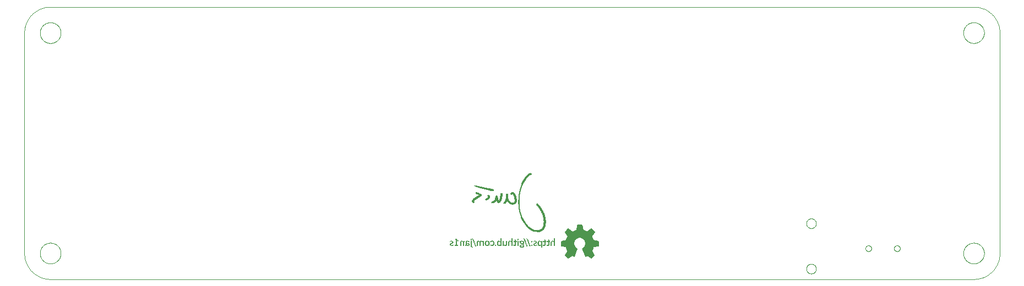
<source format=gbo>
G75*
%MOIN*%
%OFA0B0*%
%FSLAX25Y25*%
%IPPOS*%
%LPD*%
%AMOC8*
5,1,8,0,0,1.08239X$1,22.5*
%
%ADD10C,0.00000*%
%ADD11C,0.00600*%
%ADD12R,0.00025X0.00025*%
%ADD13R,0.00075X0.00025*%
%ADD14R,0.00050X0.00025*%
%ADD15R,0.00150X0.00025*%
%ADD16R,0.00200X0.00025*%
%ADD17R,0.00100X0.00025*%
%ADD18R,0.00175X0.00025*%
%ADD19R,0.00675X0.00025*%
%ADD20R,0.00125X0.00025*%
%ADD21R,0.00450X0.00025*%
%ADD22R,0.00775X0.00025*%
%ADD23R,0.00300X0.00025*%
%ADD24R,0.00325X0.00025*%
%ADD25R,0.00225X0.00025*%
%ADD26R,0.01275X0.00025*%
%ADD27R,0.01400X0.00025*%
%ADD28R,0.00250X0.00025*%
%ADD29R,0.00425X0.00025*%
%ADD30R,0.00525X0.00025*%
%ADD31R,0.00875X0.00025*%
%ADD32R,0.00350X0.00025*%
%ADD33R,0.00550X0.00025*%
%ADD34R,0.00400X0.00025*%
%ADD35R,0.00800X0.00025*%
%ADD36R,0.00650X0.00025*%
%ADD37R,0.00900X0.00025*%
%ADD38R,0.01425X0.00025*%
%ADD39R,0.02475X0.00025*%
%ADD40R,0.02925X0.00025*%
%ADD41R,0.02575X0.00025*%
%ADD42R,0.00375X0.00025*%
%ADD43R,0.02625X0.00025*%
%ADD44R,0.00275X0.00025*%
%ADD45R,0.02800X0.00025*%
%ADD46R,0.00700X0.00025*%
%ADD47R,0.04400X0.00025*%
%ADD48R,0.03150X0.00025*%
%ADD49R,0.00850X0.00025*%
%ADD50R,0.03300X0.00025*%
%ADD51R,0.03225X0.00025*%
%ADD52R,0.01075X0.00025*%
%ADD53R,0.00575X0.00025*%
%ADD54R,0.04900X0.00025*%
%ADD55R,0.03600X0.00025*%
%ADD56R,0.05125X0.00025*%
%ADD57R,0.03900X0.00025*%
%ADD58R,0.05650X0.00025*%
%ADD59R,0.03250X0.00025*%
%ADD60R,0.01675X0.00025*%
%ADD61R,0.03075X0.00025*%
%ADD62R,0.01525X0.00025*%
%ADD63R,0.02725X0.00025*%
%ADD64R,0.01325X0.00025*%
%ADD65R,0.01475X0.00025*%
%ADD66R,0.02425X0.00025*%
%ADD67R,0.01250X0.00025*%
%ADD68R,0.02400X0.00025*%
%ADD69R,0.01300X0.00025*%
%ADD70R,0.02250X0.00025*%
%ADD71R,0.00825X0.00025*%
%ADD72R,0.02225X0.00025*%
%ADD73R,0.02175X0.00025*%
%ADD74R,0.01200X0.00025*%
%ADD75R,0.02150X0.00025*%
%ADD76R,0.01175X0.00025*%
%ADD77R,0.02050X0.00025*%
%ADD78R,0.01025X0.00025*%
%ADD79R,0.02100X0.00025*%
%ADD80R,0.00975X0.00025*%
%ADD81R,0.01975X0.00025*%
%ADD82R,0.01000X0.00025*%
%ADD83R,0.01900X0.00025*%
%ADD84R,0.01875X0.00025*%
%ADD85R,0.01925X0.00025*%
%ADD86R,0.01700X0.00025*%
%ADD87R,0.01725X0.00025*%
%ADD88R,0.01825X0.00025*%
%ADD89R,0.01800X0.00025*%
%ADD90R,0.00475X0.00025*%
%ADD91R,0.01650X0.00025*%
%ADD92R,0.01625X0.00025*%
%ADD93R,0.01600X0.00025*%
%ADD94R,0.01575X0.00025*%
%ADD95R,0.01550X0.00025*%
%ADD96R,0.00925X0.00025*%
%ADD97R,0.01500X0.00025*%
%ADD98R,0.01050X0.00025*%
%ADD99R,0.01150X0.00025*%
%ADD100R,0.01450X0.00025*%
%ADD101R,0.01375X0.00025*%
%ADD102R,0.01350X0.00025*%
%ADD103R,0.00750X0.00025*%
%ADD104R,0.00625X0.00025*%
%ADD105R,0.00600X0.00025*%
%ADD106R,0.00500X0.00025*%
%ADD107R,0.01225X0.00025*%
%ADD108R,0.01125X0.00025*%
%ADD109R,0.01100X0.00025*%
%ADD110R,0.00725X0.00025*%
%ADD111R,0.00950X0.00025*%
%ADD112R,0.01850X0.00025*%
%ADD113R,0.02075X0.00025*%
%ADD114R,0.02350X0.00025*%
%ADD115R,0.02600X0.00025*%
%ADD116R,0.02675X0.00025*%
%ADD117R,0.02825X0.00025*%
%ADD118R,0.02950X0.00025*%
%ADD119R,0.03025X0.00025*%
%ADD120R,0.03200X0.00025*%
%ADD121R,0.03325X0.00025*%
%ADD122R,0.03375X0.00025*%
%ADD123R,0.03425X0.00025*%
%ADD124R,0.03500X0.00025*%
%ADD125R,0.03550X0.00025*%
%ADD126R,0.03650X0.00025*%
%ADD127R,0.03700X0.00025*%
%ADD128R,0.03750X0.00025*%
%ADD129R,0.03800X0.00025*%
%ADD130R,0.03825X0.00025*%
%ADD131R,0.03925X0.00025*%
%ADD132R,0.03975X0.00025*%
%ADD133R,0.04025X0.00025*%
%ADD134R,0.04050X0.00025*%
%ADD135R,0.04150X0.00025*%
%ADD136R,0.01775X0.00025*%
%ADD137R,0.01750X0.00025*%
%ADD138R,0.01950X0.00025*%
%ADD139R,0.02000X0.00025*%
%ADD140R,0.02025X0.00025*%
%ADD141R,0.02125X0.00025*%
%ADD142R,0.02200X0.00025*%
%ADD143R,0.02275X0.00025*%
%ADD144R,0.02300X0.00025*%
%ADD145R,0.02325X0.00025*%
%ADD146R,0.02375X0.00025*%
%ADD147R,0.02450X0.00025*%
%ADD148R,0.02500X0.00025*%
%ADD149R,0.02525X0.00025*%
%ADD150R,0.02550X0.00025*%
%ADD151R,0.03050X0.00025*%
%ADD152R,0.03175X0.00025*%
%ADD153R,0.03275X0.00025*%
%ADD154R,0.03350X0.00025*%
%ADD155R,0.03400X0.00025*%
%ADD156R,0.03525X0.00025*%
%ADD157R,0.03875X0.00025*%
%ADD158R,0.04100X0.00025*%
%ADD159R,0.04125X0.00025*%
%ADD160R,0.04300X0.00025*%
%ADD161R,0.04325X0.00025*%
%ADD162R,0.04275X0.00025*%
%ADD163R,0.04200X0.00025*%
%ADD164R,0.04350X0.00025*%
%ADD165R,0.04250X0.00025*%
%ADD166R,0.04225X0.00025*%
%ADD167R,0.04175X0.00025*%
%ADD168R,0.03725X0.00025*%
%ADD169R,0.03625X0.00025*%
%ADD170R,0.03475X0.00025*%
%ADD171R,0.03450X0.00025*%
%ADD172R,0.03100X0.00025*%
%ADD173R,0.03000X0.00025*%
%ADD174R,0.02975X0.00025*%
%ADD175R,0.02850X0.00025*%
%ADD176R,0.02775X0.00025*%
%ADD177R,0.02650X0.00025*%
%ADD178R,0.00500X0.00100*%
%ADD179R,0.00400X0.00100*%
%ADD180R,0.01300X0.00100*%
%ADD181R,0.00700X0.00100*%
%ADD182R,0.01800X0.00100*%
%ADD183R,0.00800X0.00100*%
%ADD184R,0.02100X0.00100*%
%ADD185R,0.00900X0.00100*%
%ADD186R,0.00600X0.00100*%
%ADD187R,0.00100X0.00100*%
%ADD188R,0.00300X0.00100*%
%ADD189R,0.00200X0.00100*%
%ADD190R,0.02200X0.00100*%
%ADD191R,0.01000X0.00100*%
%ADD192R,0.01100X0.00100*%
%ADD193R,0.01200X0.00100*%
%ADD194R,0.01400X0.00100*%
%ADD195R,0.01500X0.00100*%
%ADD196R,0.02000X0.00100*%
%ADD197R,0.01700X0.00100*%
%ADD198R,0.01900X0.00100*%
%ADD199R,0.01600X0.00100*%
D10*
X0017248Y0009374D02*
X0576303Y0009374D01*
X0570004Y0025122D02*
X0570006Y0025280D01*
X0570012Y0025438D01*
X0570022Y0025596D01*
X0570036Y0025754D01*
X0570054Y0025911D01*
X0570075Y0026068D01*
X0570101Y0026224D01*
X0570131Y0026380D01*
X0570164Y0026535D01*
X0570202Y0026688D01*
X0570243Y0026841D01*
X0570288Y0026993D01*
X0570337Y0027144D01*
X0570390Y0027293D01*
X0570446Y0027441D01*
X0570506Y0027587D01*
X0570570Y0027732D01*
X0570638Y0027875D01*
X0570709Y0028017D01*
X0570783Y0028157D01*
X0570861Y0028294D01*
X0570943Y0028430D01*
X0571027Y0028564D01*
X0571116Y0028695D01*
X0571207Y0028824D01*
X0571302Y0028951D01*
X0571399Y0029076D01*
X0571500Y0029198D01*
X0571604Y0029317D01*
X0571711Y0029434D01*
X0571821Y0029548D01*
X0571934Y0029659D01*
X0572049Y0029768D01*
X0572167Y0029873D01*
X0572288Y0029975D01*
X0572411Y0030075D01*
X0572537Y0030171D01*
X0572665Y0030264D01*
X0572795Y0030354D01*
X0572928Y0030440D01*
X0573063Y0030524D01*
X0573199Y0030603D01*
X0573338Y0030680D01*
X0573479Y0030752D01*
X0573621Y0030822D01*
X0573765Y0030887D01*
X0573911Y0030949D01*
X0574058Y0031007D01*
X0574207Y0031062D01*
X0574357Y0031113D01*
X0574508Y0031160D01*
X0574660Y0031203D01*
X0574813Y0031242D01*
X0574968Y0031278D01*
X0575123Y0031309D01*
X0575279Y0031337D01*
X0575435Y0031361D01*
X0575592Y0031381D01*
X0575750Y0031397D01*
X0575907Y0031409D01*
X0576066Y0031417D01*
X0576224Y0031421D01*
X0576382Y0031421D01*
X0576540Y0031417D01*
X0576699Y0031409D01*
X0576856Y0031397D01*
X0577014Y0031381D01*
X0577171Y0031361D01*
X0577327Y0031337D01*
X0577483Y0031309D01*
X0577638Y0031278D01*
X0577793Y0031242D01*
X0577946Y0031203D01*
X0578098Y0031160D01*
X0578249Y0031113D01*
X0578399Y0031062D01*
X0578548Y0031007D01*
X0578695Y0030949D01*
X0578841Y0030887D01*
X0578985Y0030822D01*
X0579127Y0030752D01*
X0579268Y0030680D01*
X0579407Y0030603D01*
X0579543Y0030524D01*
X0579678Y0030440D01*
X0579811Y0030354D01*
X0579941Y0030264D01*
X0580069Y0030171D01*
X0580195Y0030075D01*
X0580318Y0029975D01*
X0580439Y0029873D01*
X0580557Y0029768D01*
X0580672Y0029659D01*
X0580785Y0029548D01*
X0580895Y0029434D01*
X0581002Y0029317D01*
X0581106Y0029198D01*
X0581207Y0029076D01*
X0581304Y0028951D01*
X0581399Y0028824D01*
X0581490Y0028695D01*
X0581579Y0028564D01*
X0581663Y0028430D01*
X0581745Y0028294D01*
X0581823Y0028157D01*
X0581897Y0028017D01*
X0581968Y0027875D01*
X0582036Y0027732D01*
X0582100Y0027587D01*
X0582160Y0027441D01*
X0582216Y0027293D01*
X0582269Y0027144D01*
X0582318Y0026993D01*
X0582363Y0026841D01*
X0582404Y0026688D01*
X0582442Y0026535D01*
X0582475Y0026380D01*
X0582505Y0026224D01*
X0582531Y0026068D01*
X0582552Y0025911D01*
X0582570Y0025754D01*
X0582584Y0025596D01*
X0582594Y0025438D01*
X0582600Y0025280D01*
X0582602Y0025122D01*
X0582600Y0024964D01*
X0582594Y0024806D01*
X0582584Y0024648D01*
X0582570Y0024490D01*
X0582552Y0024333D01*
X0582531Y0024176D01*
X0582505Y0024020D01*
X0582475Y0023864D01*
X0582442Y0023709D01*
X0582404Y0023556D01*
X0582363Y0023403D01*
X0582318Y0023251D01*
X0582269Y0023100D01*
X0582216Y0022951D01*
X0582160Y0022803D01*
X0582100Y0022657D01*
X0582036Y0022512D01*
X0581968Y0022369D01*
X0581897Y0022227D01*
X0581823Y0022087D01*
X0581745Y0021950D01*
X0581663Y0021814D01*
X0581579Y0021680D01*
X0581490Y0021549D01*
X0581399Y0021420D01*
X0581304Y0021293D01*
X0581207Y0021168D01*
X0581106Y0021046D01*
X0581002Y0020927D01*
X0580895Y0020810D01*
X0580785Y0020696D01*
X0580672Y0020585D01*
X0580557Y0020476D01*
X0580439Y0020371D01*
X0580318Y0020269D01*
X0580195Y0020169D01*
X0580069Y0020073D01*
X0579941Y0019980D01*
X0579811Y0019890D01*
X0579678Y0019804D01*
X0579543Y0019720D01*
X0579407Y0019641D01*
X0579268Y0019564D01*
X0579127Y0019492D01*
X0578985Y0019422D01*
X0578841Y0019357D01*
X0578695Y0019295D01*
X0578548Y0019237D01*
X0578399Y0019182D01*
X0578249Y0019131D01*
X0578098Y0019084D01*
X0577946Y0019041D01*
X0577793Y0019002D01*
X0577638Y0018966D01*
X0577483Y0018935D01*
X0577327Y0018907D01*
X0577171Y0018883D01*
X0577014Y0018863D01*
X0576856Y0018847D01*
X0576699Y0018835D01*
X0576540Y0018827D01*
X0576382Y0018823D01*
X0576224Y0018823D01*
X0576066Y0018827D01*
X0575907Y0018835D01*
X0575750Y0018847D01*
X0575592Y0018863D01*
X0575435Y0018883D01*
X0575279Y0018907D01*
X0575123Y0018935D01*
X0574968Y0018966D01*
X0574813Y0019002D01*
X0574660Y0019041D01*
X0574508Y0019084D01*
X0574357Y0019131D01*
X0574207Y0019182D01*
X0574058Y0019237D01*
X0573911Y0019295D01*
X0573765Y0019357D01*
X0573621Y0019422D01*
X0573479Y0019492D01*
X0573338Y0019564D01*
X0573199Y0019641D01*
X0573063Y0019720D01*
X0572928Y0019804D01*
X0572795Y0019890D01*
X0572665Y0019980D01*
X0572537Y0020073D01*
X0572411Y0020169D01*
X0572288Y0020269D01*
X0572167Y0020371D01*
X0572049Y0020476D01*
X0571934Y0020585D01*
X0571821Y0020696D01*
X0571711Y0020810D01*
X0571604Y0020927D01*
X0571500Y0021046D01*
X0571399Y0021168D01*
X0571302Y0021293D01*
X0571207Y0021420D01*
X0571116Y0021549D01*
X0571027Y0021680D01*
X0570943Y0021814D01*
X0570861Y0021950D01*
X0570783Y0022087D01*
X0570709Y0022227D01*
X0570638Y0022369D01*
X0570570Y0022512D01*
X0570506Y0022657D01*
X0570446Y0022803D01*
X0570390Y0022951D01*
X0570337Y0023100D01*
X0570288Y0023251D01*
X0570243Y0023403D01*
X0570202Y0023556D01*
X0570164Y0023709D01*
X0570131Y0023864D01*
X0570101Y0024020D01*
X0570075Y0024176D01*
X0570054Y0024333D01*
X0570036Y0024490D01*
X0570022Y0024648D01*
X0570012Y0024806D01*
X0570006Y0024964D01*
X0570004Y0025122D01*
X0576303Y0009374D02*
X0576684Y0009379D01*
X0577064Y0009392D01*
X0577444Y0009415D01*
X0577823Y0009448D01*
X0578201Y0009489D01*
X0578578Y0009539D01*
X0578954Y0009599D01*
X0579329Y0009667D01*
X0579701Y0009745D01*
X0580072Y0009832D01*
X0580440Y0009927D01*
X0580806Y0010032D01*
X0581169Y0010145D01*
X0581530Y0010267D01*
X0581887Y0010397D01*
X0582241Y0010537D01*
X0582592Y0010684D01*
X0582939Y0010841D01*
X0583282Y0011005D01*
X0583621Y0011178D01*
X0583956Y0011359D01*
X0584287Y0011548D01*
X0584612Y0011745D01*
X0584933Y0011949D01*
X0585249Y0012162D01*
X0585559Y0012382D01*
X0585865Y0012609D01*
X0586164Y0012844D01*
X0586458Y0013086D01*
X0586746Y0013334D01*
X0587028Y0013590D01*
X0587303Y0013853D01*
X0587572Y0014122D01*
X0587835Y0014397D01*
X0588091Y0014679D01*
X0588339Y0014967D01*
X0588581Y0015261D01*
X0588816Y0015560D01*
X0589043Y0015866D01*
X0589263Y0016176D01*
X0589476Y0016492D01*
X0589680Y0016813D01*
X0589877Y0017138D01*
X0590066Y0017469D01*
X0590247Y0017804D01*
X0590420Y0018143D01*
X0590584Y0018486D01*
X0590741Y0018833D01*
X0590888Y0019184D01*
X0591028Y0019538D01*
X0591158Y0019895D01*
X0591280Y0020256D01*
X0591393Y0020619D01*
X0591498Y0020985D01*
X0591593Y0021353D01*
X0591680Y0021724D01*
X0591758Y0022096D01*
X0591826Y0022471D01*
X0591886Y0022847D01*
X0591936Y0023224D01*
X0591977Y0023602D01*
X0592010Y0023981D01*
X0592033Y0024361D01*
X0592046Y0024741D01*
X0592051Y0025122D01*
X0592051Y0158980D01*
X0570004Y0158980D02*
X0570006Y0159138D01*
X0570012Y0159296D01*
X0570022Y0159454D01*
X0570036Y0159612D01*
X0570054Y0159769D01*
X0570075Y0159926D01*
X0570101Y0160082D01*
X0570131Y0160238D01*
X0570164Y0160393D01*
X0570202Y0160546D01*
X0570243Y0160699D01*
X0570288Y0160851D01*
X0570337Y0161002D01*
X0570390Y0161151D01*
X0570446Y0161299D01*
X0570506Y0161445D01*
X0570570Y0161590D01*
X0570638Y0161733D01*
X0570709Y0161875D01*
X0570783Y0162015D01*
X0570861Y0162152D01*
X0570943Y0162288D01*
X0571027Y0162422D01*
X0571116Y0162553D01*
X0571207Y0162682D01*
X0571302Y0162809D01*
X0571399Y0162934D01*
X0571500Y0163056D01*
X0571604Y0163175D01*
X0571711Y0163292D01*
X0571821Y0163406D01*
X0571934Y0163517D01*
X0572049Y0163626D01*
X0572167Y0163731D01*
X0572288Y0163833D01*
X0572411Y0163933D01*
X0572537Y0164029D01*
X0572665Y0164122D01*
X0572795Y0164212D01*
X0572928Y0164298D01*
X0573063Y0164382D01*
X0573199Y0164461D01*
X0573338Y0164538D01*
X0573479Y0164610D01*
X0573621Y0164680D01*
X0573765Y0164745D01*
X0573911Y0164807D01*
X0574058Y0164865D01*
X0574207Y0164920D01*
X0574357Y0164971D01*
X0574508Y0165018D01*
X0574660Y0165061D01*
X0574813Y0165100D01*
X0574968Y0165136D01*
X0575123Y0165167D01*
X0575279Y0165195D01*
X0575435Y0165219D01*
X0575592Y0165239D01*
X0575750Y0165255D01*
X0575907Y0165267D01*
X0576066Y0165275D01*
X0576224Y0165279D01*
X0576382Y0165279D01*
X0576540Y0165275D01*
X0576699Y0165267D01*
X0576856Y0165255D01*
X0577014Y0165239D01*
X0577171Y0165219D01*
X0577327Y0165195D01*
X0577483Y0165167D01*
X0577638Y0165136D01*
X0577793Y0165100D01*
X0577946Y0165061D01*
X0578098Y0165018D01*
X0578249Y0164971D01*
X0578399Y0164920D01*
X0578548Y0164865D01*
X0578695Y0164807D01*
X0578841Y0164745D01*
X0578985Y0164680D01*
X0579127Y0164610D01*
X0579268Y0164538D01*
X0579407Y0164461D01*
X0579543Y0164382D01*
X0579678Y0164298D01*
X0579811Y0164212D01*
X0579941Y0164122D01*
X0580069Y0164029D01*
X0580195Y0163933D01*
X0580318Y0163833D01*
X0580439Y0163731D01*
X0580557Y0163626D01*
X0580672Y0163517D01*
X0580785Y0163406D01*
X0580895Y0163292D01*
X0581002Y0163175D01*
X0581106Y0163056D01*
X0581207Y0162934D01*
X0581304Y0162809D01*
X0581399Y0162682D01*
X0581490Y0162553D01*
X0581579Y0162422D01*
X0581663Y0162288D01*
X0581745Y0162152D01*
X0581823Y0162015D01*
X0581897Y0161875D01*
X0581968Y0161733D01*
X0582036Y0161590D01*
X0582100Y0161445D01*
X0582160Y0161299D01*
X0582216Y0161151D01*
X0582269Y0161002D01*
X0582318Y0160851D01*
X0582363Y0160699D01*
X0582404Y0160546D01*
X0582442Y0160393D01*
X0582475Y0160238D01*
X0582505Y0160082D01*
X0582531Y0159926D01*
X0582552Y0159769D01*
X0582570Y0159612D01*
X0582584Y0159454D01*
X0582594Y0159296D01*
X0582600Y0159138D01*
X0582602Y0158980D01*
X0582600Y0158822D01*
X0582594Y0158664D01*
X0582584Y0158506D01*
X0582570Y0158348D01*
X0582552Y0158191D01*
X0582531Y0158034D01*
X0582505Y0157878D01*
X0582475Y0157722D01*
X0582442Y0157567D01*
X0582404Y0157414D01*
X0582363Y0157261D01*
X0582318Y0157109D01*
X0582269Y0156958D01*
X0582216Y0156809D01*
X0582160Y0156661D01*
X0582100Y0156515D01*
X0582036Y0156370D01*
X0581968Y0156227D01*
X0581897Y0156085D01*
X0581823Y0155945D01*
X0581745Y0155808D01*
X0581663Y0155672D01*
X0581579Y0155538D01*
X0581490Y0155407D01*
X0581399Y0155278D01*
X0581304Y0155151D01*
X0581207Y0155026D01*
X0581106Y0154904D01*
X0581002Y0154785D01*
X0580895Y0154668D01*
X0580785Y0154554D01*
X0580672Y0154443D01*
X0580557Y0154334D01*
X0580439Y0154229D01*
X0580318Y0154127D01*
X0580195Y0154027D01*
X0580069Y0153931D01*
X0579941Y0153838D01*
X0579811Y0153748D01*
X0579678Y0153662D01*
X0579543Y0153578D01*
X0579407Y0153499D01*
X0579268Y0153422D01*
X0579127Y0153350D01*
X0578985Y0153280D01*
X0578841Y0153215D01*
X0578695Y0153153D01*
X0578548Y0153095D01*
X0578399Y0153040D01*
X0578249Y0152989D01*
X0578098Y0152942D01*
X0577946Y0152899D01*
X0577793Y0152860D01*
X0577638Y0152824D01*
X0577483Y0152793D01*
X0577327Y0152765D01*
X0577171Y0152741D01*
X0577014Y0152721D01*
X0576856Y0152705D01*
X0576699Y0152693D01*
X0576540Y0152685D01*
X0576382Y0152681D01*
X0576224Y0152681D01*
X0576066Y0152685D01*
X0575907Y0152693D01*
X0575750Y0152705D01*
X0575592Y0152721D01*
X0575435Y0152741D01*
X0575279Y0152765D01*
X0575123Y0152793D01*
X0574968Y0152824D01*
X0574813Y0152860D01*
X0574660Y0152899D01*
X0574508Y0152942D01*
X0574357Y0152989D01*
X0574207Y0153040D01*
X0574058Y0153095D01*
X0573911Y0153153D01*
X0573765Y0153215D01*
X0573621Y0153280D01*
X0573479Y0153350D01*
X0573338Y0153422D01*
X0573199Y0153499D01*
X0573063Y0153578D01*
X0572928Y0153662D01*
X0572795Y0153748D01*
X0572665Y0153838D01*
X0572537Y0153931D01*
X0572411Y0154027D01*
X0572288Y0154127D01*
X0572167Y0154229D01*
X0572049Y0154334D01*
X0571934Y0154443D01*
X0571821Y0154554D01*
X0571711Y0154668D01*
X0571604Y0154785D01*
X0571500Y0154904D01*
X0571399Y0155026D01*
X0571302Y0155151D01*
X0571207Y0155278D01*
X0571116Y0155407D01*
X0571027Y0155538D01*
X0570943Y0155672D01*
X0570861Y0155808D01*
X0570783Y0155945D01*
X0570709Y0156085D01*
X0570638Y0156227D01*
X0570570Y0156370D01*
X0570506Y0156515D01*
X0570446Y0156661D01*
X0570390Y0156809D01*
X0570337Y0156958D01*
X0570288Y0157109D01*
X0570243Y0157261D01*
X0570202Y0157414D01*
X0570164Y0157567D01*
X0570131Y0157722D01*
X0570101Y0157878D01*
X0570075Y0158034D01*
X0570054Y0158191D01*
X0570036Y0158348D01*
X0570022Y0158506D01*
X0570012Y0158664D01*
X0570006Y0158822D01*
X0570004Y0158980D01*
X0576303Y0174728D02*
X0576684Y0174723D01*
X0577064Y0174710D01*
X0577444Y0174687D01*
X0577823Y0174654D01*
X0578201Y0174613D01*
X0578578Y0174563D01*
X0578954Y0174503D01*
X0579329Y0174435D01*
X0579701Y0174357D01*
X0580072Y0174270D01*
X0580440Y0174175D01*
X0580806Y0174070D01*
X0581169Y0173957D01*
X0581530Y0173835D01*
X0581887Y0173705D01*
X0582241Y0173565D01*
X0582592Y0173418D01*
X0582939Y0173261D01*
X0583282Y0173097D01*
X0583621Y0172924D01*
X0583956Y0172743D01*
X0584287Y0172554D01*
X0584612Y0172357D01*
X0584933Y0172153D01*
X0585249Y0171940D01*
X0585559Y0171720D01*
X0585865Y0171493D01*
X0586164Y0171258D01*
X0586458Y0171016D01*
X0586746Y0170768D01*
X0587028Y0170512D01*
X0587303Y0170249D01*
X0587572Y0169980D01*
X0587835Y0169705D01*
X0588091Y0169423D01*
X0588339Y0169135D01*
X0588581Y0168841D01*
X0588816Y0168542D01*
X0589043Y0168236D01*
X0589263Y0167926D01*
X0589476Y0167610D01*
X0589680Y0167289D01*
X0589877Y0166964D01*
X0590066Y0166633D01*
X0590247Y0166298D01*
X0590420Y0165959D01*
X0590584Y0165616D01*
X0590741Y0165269D01*
X0590888Y0164918D01*
X0591028Y0164564D01*
X0591158Y0164207D01*
X0591280Y0163846D01*
X0591393Y0163483D01*
X0591498Y0163117D01*
X0591593Y0162749D01*
X0591680Y0162378D01*
X0591758Y0162006D01*
X0591826Y0161631D01*
X0591886Y0161255D01*
X0591936Y0160878D01*
X0591977Y0160500D01*
X0592010Y0160121D01*
X0592033Y0159741D01*
X0592046Y0159361D01*
X0592051Y0158980D01*
X0576303Y0174728D02*
X0017248Y0174728D01*
X0010949Y0158980D02*
X0010951Y0159138D01*
X0010957Y0159296D01*
X0010967Y0159454D01*
X0010981Y0159612D01*
X0010999Y0159769D01*
X0011020Y0159926D01*
X0011046Y0160082D01*
X0011076Y0160238D01*
X0011109Y0160393D01*
X0011147Y0160546D01*
X0011188Y0160699D01*
X0011233Y0160851D01*
X0011282Y0161002D01*
X0011335Y0161151D01*
X0011391Y0161299D01*
X0011451Y0161445D01*
X0011515Y0161590D01*
X0011583Y0161733D01*
X0011654Y0161875D01*
X0011728Y0162015D01*
X0011806Y0162152D01*
X0011888Y0162288D01*
X0011972Y0162422D01*
X0012061Y0162553D01*
X0012152Y0162682D01*
X0012247Y0162809D01*
X0012344Y0162934D01*
X0012445Y0163056D01*
X0012549Y0163175D01*
X0012656Y0163292D01*
X0012766Y0163406D01*
X0012879Y0163517D01*
X0012994Y0163626D01*
X0013112Y0163731D01*
X0013233Y0163833D01*
X0013356Y0163933D01*
X0013482Y0164029D01*
X0013610Y0164122D01*
X0013740Y0164212D01*
X0013873Y0164298D01*
X0014008Y0164382D01*
X0014144Y0164461D01*
X0014283Y0164538D01*
X0014424Y0164610D01*
X0014566Y0164680D01*
X0014710Y0164745D01*
X0014856Y0164807D01*
X0015003Y0164865D01*
X0015152Y0164920D01*
X0015302Y0164971D01*
X0015453Y0165018D01*
X0015605Y0165061D01*
X0015758Y0165100D01*
X0015913Y0165136D01*
X0016068Y0165167D01*
X0016224Y0165195D01*
X0016380Y0165219D01*
X0016537Y0165239D01*
X0016695Y0165255D01*
X0016852Y0165267D01*
X0017011Y0165275D01*
X0017169Y0165279D01*
X0017327Y0165279D01*
X0017485Y0165275D01*
X0017644Y0165267D01*
X0017801Y0165255D01*
X0017959Y0165239D01*
X0018116Y0165219D01*
X0018272Y0165195D01*
X0018428Y0165167D01*
X0018583Y0165136D01*
X0018738Y0165100D01*
X0018891Y0165061D01*
X0019043Y0165018D01*
X0019194Y0164971D01*
X0019344Y0164920D01*
X0019493Y0164865D01*
X0019640Y0164807D01*
X0019786Y0164745D01*
X0019930Y0164680D01*
X0020072Y0164610D01*
X0020213Y0164538D01*
X0020352Y0164461D01*
X0020488Y0164382D01*
X0020623Y0164298D01*
X0020756Y0164212D01*
X0020886Y0164122D01*
X0021014Y0164029D01*
X0021140Y0163933D01*
X0021263Y0163833D01*
X0021384Y0163731D01*
X0021502Y0163626D01*
X0021617Y0163517D01*
X0021730Y0163406D01*
X0021840Y0163292D01*
X0021947Y0163175D01*
X0022051Y0163056D01*
X0022152Y0162934D01*
X0022249Y0162809D01*
X0022344Y0162682D01*
X0022435Y0162553D01*
X0022524Y0162422D01*
X0022608Y0162288D01*
X0022690Y0162152D01*
X0022768Y0162015D01*
X0022842Y0161875D01*
X0022913Y0161733D01*
X0022981Y0161590D01*
X0023045Y0161445D01*
X0023105Y0161299D01*
X0023161Y0161151D01*
X0023214Y0161002D01*
X0023263Y0160851D01*
X0023308Y0160699D01*
X0023349Y0160546D01*
X0023387Y0160393D01*
X0023420Y0160238D01*
X0023450Y0160082D01*
X0023476Y0159926D01*
X0023497Y0159769D01*
X0023515Y0159612D01*
X0023529Y0159454D01*
X0023539Y0159296D01*
X0023545Y0159138D01*
X0023547Y0158980D01*
X0023545Y0158822D01*
X0023539Y0158664D01*
X0023529Y0158506D01*
X0023515Y0158348D01*
X0023497Y0158191D01*
X0023476Y0158034D01*
X0023450Y0157878D01*
X0023420Y0157722D01*
X0023387Y0157567D01*
X0023349Y0157414D01*
X0023308Y0157261D01*
X0023263Y0157109D01*
X0023214Y0156958D01*
X0023161Y0156809D01*
X0023105Y0156661D01*
X0023045Y0156515D01*
X0022981Y0156370D01*
X0022913Y0156227D01*
X0022842Y0156085D01*
X0022768Y0155945D01*
X0022690Y0155808D01*
X0022608Y0155672D01*
X0022524Y0155538D01*
X0022435Y0155407D01*
X0022344Y0155278D01*
X0022249Y0155151D01*
X0022152Y0155026D01*
X0022051Y0154904D01*
X0021947Y0154785D01*
X0021840Y0154668D01*
X0021730Y0154554D01*
X0021617Y0154443D01*
X0021502Y0154334D01*
X0021384Y0154229D01*
X0021263Y0154127D01*
X0021140Y0154027D01*
X0021014Y0153931D01*
X0020886Y0153838D01*
X0020756Y0153748D01*
X0020623Y0153662D01*
X0020488Y0153578D01*
X0020352Y0153499D01*
X0020213Y0153422D01*
X0020072Y0153350D01*
X0019930Y0153280D01*
X0019786Y0153215D01*
X0019640Y0153153D01*
X0019493Y0153095D01*
X0019344Y0153040D01*
X0019194Y0152989D01*
X0019043Y0152942D01*
X0018891Y0152899D01*
X0018738Y0152860D01*
X0018583Y0152824D01*
X0018428Y0152793D01*
X0018272Y0152765D01*
X0018116Y0152741D01*
X0017959Y0152721D01*
X0017801Y0152705D01*
X0017644Y0152693D01*
X0017485Y0152685D01*
X0017327Y0152681D01*
X0017169Y0152681D01*
X0017011Y0152685D01*
X0016852Y0152693D01*
X0016695Y0152705D01*
X0016537Y0152721D01*
X0016380Y0152741D01*
X0016224Y0152765D01*
X0016068Y0152793D01*
X0015913Y0152824D01*
X0015758Y0152860D01*
X0015605Y0152899D01*
X0015453Y0152942D01*
X0015302Y0152989D01*
X0015152Y0153040D01*
X0015003Y0153095D01*
X0014856Y0153153D01*
X0014710Y0153215D01*
X0014566Y0153280D01*
X0014424Y0153350D01*
X0014283Y0153422D01*
X0014144Y0153499D01*
X0014008Y0153578D01*
X0013873Y0153662D01*
X0013740Y0153748D01*
X0013610Y0153838D01*
X0013482Y0153931D01*
X0013356Y0154027D01*
X0013233Y0154127D01*
X0013112Y0154229D01*
X0012994Y0154334D01*
X0012879Y0154443D01*
X0012766Y0154554D01*
X0012656Y0154668D01*
X0012549Y0154785D01*
X0012445Y0154904D01*
X0012344Y0155026D01*
X0012247Y0155151D01*
X0012152Y0155278D01*
X0012061Y0155407D01*
X0011972Y0155538D01*
X0011888Y0155672D01*
X0011806Y0155808D01*
X0011728Y0155945D01*
X0011654Y0156085D01*
X0011583Y0156227D01*
X0011515Y0156370D01*
X0011451Y0156515D01*
X0011391Y0156661D01*
X0011335Y0156809D01*
X0011282Y0156958D01*
X0011233Y0157109D01*
X0011188Y0157261D01*
X0011147Y0157414D01*
X0011109Y0157567D01*
X0011076Y0157722D01*
X0011046Y0157878D01*
X0011020Y0158034D01*
X0010999Y0158191D01*
X0010981Y0158348D01*
X0010967Y0158506D01*
X0010957Y0158664D01*
X0010951Y0158822D01*
X0010949Y0158980D01*
X0001500Y0158980D02*
X0001505Y0159361D01*
X0001518Y0159741D01*
X0001541Y0160121D01*
X0001574Y0160500D01*
X0001615Y0160878D01*
X0001665Y0161255D01*
X0001725Y0161631D01*
X0001793Y0162006D01*
X0001871Y0162378D01*
X0001958Y0162749D01*
X0002053Y0163117D01*
X0002158Y0163483D01*
X0002271Y0163846D01*
X0002393Y0164207D01*
X0002523Y0164564D01*
X0002663Y0164918D01*
X0002810Y0165269D01*
X0002967Y0165616D01*
X0003131Y0165959D01*
X0003304Y0166298D01*
X0003485Y0166633D01*
X0003674Y0166964D01*
X0003871Y0167289D01*
X0004075Y0167610D01*
X0004288Y0167926D01*
X0004508Y0168236D01*
X0004735Y0168542D01*
X0004970Y0168841D01*
X0005212Y0169135D01*
X0005460Y0169423D01*
X0005716Y0169705D01*
X0005979Y0169980D01*
X0006248Y0170249D01*
X0006523Y0170512D01*
X0006805Y0170768D01*
X0007093Y0171016D01*
X0007387Y0171258D01*
X0007686Y0171493D01*
X0007992Y0171720D01*
X0008302Y0171940D01*
X0008618Y0172153D01*
X0008939Y0172357D01*
X0009264Y0172554D01*
X0009595Y0172743D01*
X0009930Y0172924D01*
X0010269Y0173097D01*
X0010612Y0173261D01*
X0010959Y0173418D01*
X0011310Y0173565D01*
X0011664Y0173705D01*
X0012021Y0173835D01*
X0012382Y0173957D01*
X0012745Y0174070D01*
X0013111Y0174175D01*
X0013479Y0174270D01*
X0013850Y0174357D01*
X0014222Y0174435D01*
X0014597Y0174503D01*
X0014973Y0174563D01*
X0015350Y0174613D01*
X0015728Y0174654D01*
X0016107Y0174687D01*
X0016487Y0174710D01*
X0016867Y0174723D01*
X0017248Y0174728D01*
X0001500Y0158980D02*
X0001500Y0025122D01*
X0010949Y0025122D02*
X0010951Y0025280D01*
X0010957Y0025438D01*
X0010967Y0025596D01*
X0010981Y0025754D01*
X0010999Y0025911D01*
X0011020Y0026068D01*
X0011046Y0026224D01*
X0011076Y0026380D01*
X0011109Y0026535D01*
X0011147Y0026688D01*
X0011188Y0026841D01*
X0011233Y0026993D01*
X0011282Y0027144D01*
X0011335Y0027293D01*
X0011391Y0027441D01*
X0011451Y0027587D01*
X0011515Y0027732D01*
X0011583Y0027875D01*
X0011654Y0028017D01*
X0011728Y0028157D01*
X0011806Y0028294D01*
X0011888Y0028430D01*
X0011972Y0028564D01*
X0012061Y0028695D01*
X0012152Y0028824D01*
X0012247Y0028951D01*
X0012344Y0029076D01*
X0012445Y0029198D01*
X0012549Y0029317D01*
X0012656Y0029434D01*
X0012766Y0029548D01*
X0012879Y0029659D01*
X0012994Y0029768D01*
X0013112Y0029873D01*
X0013233Y0029975D01*
X0013356Y0030075D01*
X0013482Y0030171D01*
X0013610Y0030264D01*
X0013740Y0030354D01*
X0013873Y0030440D01*
X0014008Y0030524D01*
X0014144Y0030603D01*
X0014283Y0030680D01*
X0014424Y0030752D01*
X0014566Y0030822D01*
X0014710Y0030887D01*
X0014856Y0030949D01*
X0015003Y0031007D01*
X0015152Y0031062D01*
X0015302Y0031113D01*
X0015453Y0031160D01*
X0015605Y0031203D01*
X0015758Y0031242D01*
X0015913Y0031278D01*
X0016068Y0031309D01*
X0016224Y0031337D01*
X0016380Y0031361D01*
X0016537Y0031381D01*
X0016695Y0031397D01*
X0016852Y0031409D01*
X0017011Y0031417D01*
X0017169Y0031421D01*
X0017327Y0031421D01*
X0017485Y0031417D01*
X0017644Y0031409D01*
X0017801Y0031397D01*
X0017959Y0031381D01*
X0018116Y0031361D01*
X0018272Y0031337D01*
X0018428Y0031309D01*
X0018583Y0031278D01*
X0018738Y0031242D01*
X0018891Y0031203D01*
X0019043Y0031160D01*
X0019194Y0031113D01*
X0019344Y0031062D01*
X0019493Y0031007D01*
X0019640Y0030949D01*
X0019786Y0030887D01*
X0019930Y0030822D01*
X0020072Y0030752D01*
X0020213Y0030680D01*
X0020352Y0030603D01*
X0020488Y0030524D01*
X0020623Y0030440D01*
X0020756Y0030354D01*
X0020886Y0030264D01*
X0021014Y0030171D01*
X0021140Y0030075D01*
X0021263Y0029975D01*
X0021384Y0029873D01*
X0021502Y0029768D01*
X0021617Y0029659D01*
X0021730Y0029548D01*
X0021840Y0029434D01*
X0021947Y0029317D01*
X0022051Y0029198D01*
X0022152Y0029076D01*
X0022249Y0028951D01*
X0022344Y0028824D01*
X0022435Y0028695D01*
X0022524Y0028564D01*
X0022608Y0028430D01*
X0022690Y0028294D01*
X0022768Y0028157D01*
X0022842Y0028017D01*
X0022913Y0027875D01*
X0022981Y0027732D01*
X0023045Y0027587D01*
X0023105Y0027441D01*
X0023161Y0027293D01*
X0023214Y0027144D01*
X0023263Y0026993D01*
X0023308Y0026841D01*
X0023349Y0026688D01*
X0023387Y0026535D01*
X0023420Y0026380D01*
X0023450Y0026224D01*
X0023476Y0026068D01*
X0023497Y0025911D01*
X0023515Y0025754D01*
X0023529Y0025596D01*
X0023539Y0025438D01*
X0023545Y0025280D01*
X0023547Y0025122D01*
X0023545Y0024964D01*
X0023539Y0024806D01*
X0023529Y0024648D01*
X0023515Y0024490D01*
X0023497Y0024333D01*
X0023476Y0024176D01*
X0023450Y0024020D01*
X0023420Y0023864D01*
X0023387Y0023709D01*
X0023349Y0023556D01*
X0023308Y0023403D01*
X0023263Y0023251D01*
X0023214Y0023100D01*
X0023161Y0022951D01*
X0023105Y0022803D01*
X0023045Y0022657D01*
X0022981Y0022512D01*
X0022913Y0022369D01*
X0022842Y0022227D01*
X0022768Y0022087D01*
X0022690Y0021950D01*
X0022608Y0021814D01*
X0022524Y0021680D01*
X0022435Y0021549D01*
X0022344Y0021420D01*
X0022249Y0021293D01*
X0022152Y0021168D01*
X0022051Y0021046D01*
X0021947Y0020927D01*
X0021840Y0020810D01*
X0021730Y0020696D01*
X0021617Y0020585D01*
X0021502Y0020476D01*
X0021384Y0020371D01*
X0021263Y0020269D01*
X0021140Y0020169D01*
X0021014Y0020073D01*
X0020886Y0019980D01*
X0020756Y0019890D01*
X0020623Y0019804D01*
X0020488Y0019720D01*
X0020352Y0019641D01*
X0020213Y0019564D01*
X0020072Y0019492D01*
X0019930Y0019422D01*
X0019786Y0019357D01*
X0019640Y0019295D01*
X0019493Y0019237D01*
X0019344Y0019182D01*
X0019194Y0019131D01*
X0019043Y0019084D01*
X0018891Y0019041D01*
X0018738Y0019002D01*
X0018583Y0018966D01*
X0018428Y0018935D01*
X0018272Y0018907D01*
X0018116Y0018883D01*
X0017959Y0018863D01*
X0017801Y0018847D01*
X0017644Y0018835D01*
X0017485Y0018827D01*
X0017327Y0018823D01*
X0017169Y0018823D01*
X0017011Y0018827D01*
X0016852Y0018835D01*
X0016695Y0018847D01*
X0016537Y0018863D01*
X0016380Y0018883D01*
X0016224Y0018907D01*
X0016068Y0018935D01*
X0015913Y0018966D01*
X0015758Y0019002D01*
X0015605Y0019041D01*
X0015453Y0019084D01*
X0015302Y0019131D01*
X0015152Y0019182D01*
X0015003Y0019237D01*
X0014856Y0019295D01*
X0014710Y0019357D01*
X0014566Y0019422D01*
X0014424Y0019492D01*
X0014283Y0019564D01*
X0014144Y0019641D01*
X0014008Y0019720D01*
X0013873Y0019804D01*
X0013740Y0019890D01*
X0013610Y0019980D01*
X0013482Y0020073D01*
X0013356Y0020169D01*
X0013233Y0020269D01*
X0013112Y0020371D01*
X0012994Y0020476D01*
X0012879Y0020585D01*
X0012766Y0020696D01*
X0012656Y0020810D01*
X0012549Y0020927D01*
X0012445Y0021046D01*
X0012344Y0021168D01*
X0012247Y0021293D01*
X0012152Y0021420D01*
X0012061Y0021549D01*
X0011972Y0021680D01*
X0011888Y0021814D01*
X0011806Y0021950D01*
X0011728Y0022087D01*
X0011654Y0022227D01*
X0011583Y0022369D01*
X0011515Y0022512D01*
X0011451Y0022657D01*
X0011391Y0022803D01*
X0011335Y0022951D01*
X0011282Y0023100D01*
X0011233Y0023251D01*
X0011188Y0023403D01*
X0011147Y0023556D01*
X0011109Y0023709D01*
X0011076Y0023864D01*
X0011046Y0024020D01*
X0011020Y0024176D01*
X0010999Y0024333D01*
X0010981Y0024490D01*
X0010967Y0024648D01*
X0010957Y0024806D01*
X0010951Y0024964D01*
X0010949Y0025122D01*
X0001500Y0025122D02*
X0001505Y0024741D01*
X0001518Y0024361D01*
X0001541Y0023981D01*
X0001574Y0023602D01*
X0001615Y0023224D01*
X0001665Y0022847D01*
X0001725Y0022471D01*
X0001793Y0022096D01*
X0001871Y0021724D01*
X0001958Y0021353D01*
X0002053Y0020985D01*
X0002158Y0020619D01*
X0002271Y0020256D01*
X0002393Y0019895D01*
X0002523Y0019538D01*
X0002663Y0019184D01*
X0002810Y0018833D01*
X0002967Y0018486D01*
X0003131Y0018143D01*
X0003304Y0017804D01*
X0003485Y0017469D01*
X0003674Y0017138D01*
X0003871Y0016813D01*
X0004075Y0016492D01*
X0004288Y0016176D01*
X0004508Y0015866D01*
X0004735Y0015560D01*
X0004970Y0015261D01*
X0005212Y0014967D01*
X0005460Y0014679D01*
X0005716Y0014397D01*
X0005979Y0014122D01*
X0006248Y0013853D01*
X0006523Y0013590D01*
X0006805Y0013334D01*
X0007093Y0013086D01*
X0007387Y0012844D01*
X0007686Y0012609D01*
X0007992Y0012382D01*
X0008302Y0012162D01*
X0008618Y0011949D01*
X0008939Y0011745D01*
X0009264Y0011548D01*
X0009595Y0011359D01*
X0009930Y0011178D01*
X0010269Y0011005D01*
X0010612Y0010841D01*
X0010959Y0010684D01*
X0011310Y0010537D01*
X0011664Y0010397D01*
X0012021Y0010267D01*
X0012382Y0010145D01*
X0012745Y0010032D01*
X0013111Y0009927D01*
X0013479Y0009832D01*
X0013850Y0009745D01*
X0014222Y0009667D01*
X0014597Y0009599D01*
X0014973Y0009539D01*
X0015350Y0009489D01*
X0015728Y0009448D01*
X0016107Y0009415D01*
X0016487Y0009392D01*
X0016867Y0009379D01*
X0017248Y0009374D01*
X0474925Y0015673D02*
X0474927Y0015781D01*
X0474933Y0015890D01*
X0474943Y0015998D01*
X0474957Y0016105D01*
X0474975Y0016212D01*
X0474996Y0016319D01*
X0475022Y0016424D01*
X0475052Y0016529D01*
X0475085Y0016632D01*
X0475122Y0016734D01*
X0475163Y0016834D01*
X0475207Y0016933D01*
X0475256Y0017031D01*
X0475307Y0017126D01*
X0475362Y0017219D01*
X0475421Y0017311D01*
X0475483Y0017400D01*
X0475548Y0017487D01*
X0475616Y0017571D01*
X0475687Y0017653D01*
X0475761Y0017732D01*
X0475838Y0017808D01*
X0475918Y0017882D01*
X0476001Y0017952D01*
X0476086Y0018020D01*
X0476173Y0018084D01*
X0476263Y0018145D01*
X0476355Y0018203D01*
X0476449Y0018257D01*
X0476545Y0018308D01*
X0476642Y0018355D01*
X0476742Y0018399D01*
X0476843Y0018439D01*
X0476945Y0018475D01*
X0477048Y0018507D01*
X0477153Y0018536D01*
X0477259Y0018560D01*
X0477365Y0018581D01*
X0477472Y0018598D01*
X0477580Y0018611D01*
X0477688Y0018620D01*
X0477797Y0018625D01*
X0477905Y0018626D01*
X0478014Y0018623D01*
X0478122Y0018616D01*
X0478230Y0018605D01*
X0478337Y0018590D01*
X0478444Y0018571D01*
X0478550Y0018548D01*
X0478655Y0018522D01*
X0478760Y0018491D01*
X0478862Y0018457D01*
X0478964Y0018419D01*
X0479064Y0018377D01*
X0479163Y0018332D01*
X0479260Y0018283D01*
X0479354Y0018230D01*
X0479447Y0018174D01*
X0479538Y0018115D01*
X0479627Y0018052D01*
X0479713Y0017987D01*
X0479797Y0017918D01*
X0479878Y0017846D01*
X0479956Y0017771D01*
X0480032Y0017693D01*
X0480105Y0017612D01*
X0480175Y0017529D01*
X0480241Y0017444D01*
X0480305Y0017356D01*
X0480365Y0017265D01*
X0480422Y0017173D01*
X0480475Y0017078D01*
X0480525Y0016982D01*
X0480571Y0016884D01*
X0480614Y0016784D01*
X0480653Y0016683D01*
X0480688Y0016580D01*
X0480720Y0016477D01*
X0480747Y0016372D01*
X0480771Y0016266D01*
X0480791Y0016159D01*
X0480807Y0016052D01*
X0480819Y0015944D01*
X0480827Y0015836D01*
X0480831Y0015727D01*
X0480831Y0015619D01*
X0480827Y0015510D01*
X0480819Y0015402D01*
X0480807Y0015294D01*
X0480791Y0015187D01*
X0480771Y0015080D01*
X0480747Y0014974D01*
X0480720Y0014869D01*
X0480688Y0014766D01*
X0480653Y0014663D01*
X0480614Y0014562D01*
X0480571Y0014462D01*
X0480525Y0014364D01*
X0480475Y0014268D01*
X0480422Y0014173D01*
X0480365Y0014081D01*
X0480305Y0013990D01*
X0480241Y0013902D01*
X0480175Y0013817D01*
X0480105Y0013734D01*
X0480032Y0013653D01*
X0479956Y0013575D01*
X0479878Y0013500D01*
X0479797Y0013428D01*
X0479713Y0013359D01*
X0479627Y0013294D01*
X0479538Y0013231D01*
X0479447Y0013172D01*
X0479355Y0013116D01*
X0479260Y0013063D01*
X0479163Y0013014D01*
X0479064Y0012969D01*
X0478964Y0012927D01*
X0478862Y0012889D01*
X0478760Y0012855D01*
X0478655Y0012824D01*
X0478550Y0012798D01*
X0478444Y0012775D01*
X0478337Y0012756D01*
X0478230Y0012741D01*
X0478122Y0012730D01*
X0478014Y0012723D01*
X0477905Y0012720D01*
X0477797Y0012721D01*
X0477688Y0012726D01*
X0477580Y0012735D01*
X0477472Y0012748D01*
X0477365Y0012765D01*
X0477259Y0012786D01*
X0477153Y0012810D01*
X0477048Y0012839D01*
X0476945Y0012871D01*
X0476843Y0012907D01*
X0476742Y0012947D01*
X0476642Y0012991D01*
X0476545Y0013038D01*
X0476449Y0013089D01*
X0476355Y0013143D01*
X0476263Y0013201D01*
X0476173Y0013262D01*
X0476086Y0013326D01*
X0476001Y0013394D01*
X0475918Y0013464D01*
X0475838Y0013538D01*
X0475761Y0013614D01*
X0475687Y0013693D01*
X0475616Y0013775D01*
X0475548Y0013859D01*
X0475483Y0013946D01*
X0475421Y0014035D01*
X0475362Y0014127D01*
X0475307Y0014220D01*
X0475256Y0014315D01*
X0475207Y0014413D01*
X0475163Y0014512D01*
X0475122Y0014612D01*
X0475085Y0014714D01*
X0475052Y0014817D01*
X0475022Y0014922D01*
X0474996Y0015027D01*
X0474975Y0015134D01*
X0474957Y0015241D01*
X0474943Y0015348D01*
X0474933Y0015456D01*
X0474927Y0015565D01*
X0474925Y0015673D01*
X0510752Y0028075D02*
X0510754Y0028159D01*
X0510760Y0028242D01*
X0510770Y0028325D01*
X0510784Y0028408D01*
X0510801Y0028490D01*
X0510823Y0028571D01*
X0510848Y0028650D01*
X0510877Y0028729D01*
X0510910Y0028806D01*
X0510946Y0028881D01*
X0510986Y0028955D01*
X0511029Y0029027D01*
X0511076Y0029096D01*
X0511126Y0029163D01*
X0511179Y0029228D01*
X0511235Y0029290D01*
X0511293Y0029350D01*
X0511355Y0029407D01*
X0511419Y0029460D01*
X0511486Y0029511D01*
X0511555Y0029558D01*
X0511626Y0029603D01*
X0511699Y0029643D01*
X0511774Y0029680D01*
X0511851Y0029714D01*
X0511929Y0029744D01*
X0512008Y0029770D01*
X0512089Y0029793D01*
X0512171Y0029811D01*
X0512253Y0029826D01*
X0512336Y0029837D01*
X0512419Y0029844D01*
X0512503Y0029847D01*
X0512587Y0029846D01*
X0512670Y0029841D01*
X0512754Y0029832D01*
X0512836Y0029819D01*
X0512918Y0029803D01*
X0512999Y0029782D01*
X0513080Y0029758D01*
X0513158Y0029730D01*
X0513236Y0029698D01*
X0513312Y0029662D01*
X0513386Y0029623D01*
X0513458Y0029581D01*
X0513528Y0029535D01*
X0513596Y0029486D01*
X0513661Y0029434D01*
X0513724Y0029379D01*
X0513784Y0029321D01*
X0513842Y0029260D01*
X0513896Y0029196D01*
X0513948Y0029130D01*
X0513996Y0029062D01*
X0514041Y0028991D01*
X0514082Y0028918D01*
X0514121Y0028844D01*
X0514155Y0028768D01*
X0514186Y0028690D01*
X0514213Y0028611D01*
X0514237Y0028530D01*
X0514256Y0028449D01*
X0514272Y0028367D01*
X0514284Y0028284D01*
X0514292Y0028200D01*
X0514296Y0028117D01*
X0514296Y0028033D01*
X0514292Y0027950D01*
X0514284Y0027866D01*
X0514272Y0027783D01*
X0514256Y0027701D01*
X0514237Y0027620D01*
X0514213Y0027539D01*
X0514186Y0027460D01*
X0514155Y0027382D01*
X0514121Y0027306D01*
X0514082Y0027232D01*
X0514041Y0027159D01*
X0513996Y0027088D01*
X0513948Y0027020D01*
X0513896Y0026954D01*
X0513842Y0026890D01*
X0513784Y0026829D01*
X0513724Y0026771D01*
X0513661Y0026716D01*
X0513596Y0026664D01*
X0513528Y0026615D01*
X0513458Y0026569D01*
X0513386Y0026527D01*
X0513312Y0026488D01*
X0513236Y0026452D01*
X0513158Y0026420D01*
X0513080Y0026392D01*
X0512999Y0026368D01*
X0512918Y0026347D01*
X0512836Y0026331D01*
X0512754Y0026318D01*
X0512670Y0026309D01*
X0512587Y0026304D01*
X0512503Y0026303D01*
X0512419Y0026306D01*
X0512336Y0026313D01*
X0512253Y0026324D01*
X0512171Y0026339D01*
X0512089Y0026357D01*
X0512008Y0026380D01*
X0511929Y0026406D01*
X0511851Y0026436D01*
X0511774Y0026470D01*
X0511699Y0026507D01*
X0511626Y0026547D01*
X0511555Y0026592D01*
X0511486Y0026639D01*
X0511419Y0026690D01*
X0511355Y0026743D01*
X0511293Y0026800D01*
X0511235Y0026860D01*
X0511179Y0026922D01*
X0511126Y0026987D01*
X0511076Y0027054D01*
X0511029Y0027123D01*
X0510986Y0027195D01*
X0510946Y0027269D01*
X0510910Y0027344D01*
X0510877Y0027421D01*
X0510848Y0027500D01*
X0510823Y0027579D01*
X0510801Y0027660D01*
X0510784Y0027742D01*
X0510770Y0027825D01*
X0510760Y0027908D01*
X0510754Y0027991D01*
X0510752Y0028075D01*
X0528074Y0028075D02*
X0528076Y0028159D01*
X0528082Y0028242D01*
X0528092Y0028325D01*
X0528106Y0028408D01*
X0528123Y0028490D01*
X0528145Y0028571D01*
X0528170Y0028650D01*
X0528199Y0028729D01*
X0528232Y0028806D01*
X0528268Y0028881D01*
X0528308Y0028955D01*
X0528351Y0029027D01*
X0528398Y0029096D01*
X0528448Y0029163D01*
X0528501Y0029228D01*
X0528557Y0029290D01*
X0528615Y0029350D01*
X0528677Y0029407D01*
X0528741Y0029460D01*
X0528808Y0029511D01*
X0528877Y0029558D01*
X0528948Y0029603D01*
X0529021Y0029643D01*
X0529096Y0029680D01*
X0529173Y0029714D01*
X0529251Y0029744D01*
X0529330Y0029770D01*
X0529411Y0029793D01*
X0529493Y0029811D01*
X0529575Y0029826D01*
X0529658Y0029837D01*
X0529741Y0029844D01*
X0529825Y0029847D01*
X0529909Y0029846D01*
X0529992Y0029841D01*
X0530076Y0029832D01*
X0530158Y0029819D01*
X0530240Y0029803D01*
X0530321Y0029782D01*
X0530402Y0029758D01*
X0530480Y0029730D01*
X0530558Y0029698D01*
X0530634Y0029662D01*
X0530708Y0029623D01*
X0530780Y0029581D01*
X0530850Y0029535D01*
X0530918Y0029486D01*
X0530983Y0029434D01*
X0531046Y0029379D01*
X0531106Y0029321D01*
X0531164Y0029260D01*
X0531218Y0029196D01*
X0531270Y0029130D01*
X0531318Y0029062D01*
X0531363Y0028991D01*
X0531404Y0028918D01*
X0531443Y0028844D01*
X0531477Y0028768D01*
X0531508Y0028690D01*
X0531535Y0028611D01*
X0531559Y0028530D01*
X0531578Y0028449D01*
X0531594Y0028367D01*
X0531606Y0028284D01*
X0531614Y0028200D01*
X0531618Y0028117D01*
X0531618Y0028033D01*
X0531614Y0027950D01*
X0531606Y0027866D01*
X0531594Y0027783D01*
X0531578Y0027701D01*
X0531559Y0027620D01*
X0531535Y0027539D01*
X0531508Y0027460D01*
X0531477Y0027382D01*
X0531443Y0027306D01*
X0531404Y0027232D01*
X0531363Y0027159D01*
X0531318Y0027088D01*
X0531270Y0027020D01*
X0531218Y0026954D01*
X0531164Y0026890D01*
X0531106Y0026829D01*
X0531046Y0026771D01*
X0530983Y0026716D01*
X0530918Y0026664D01*
X0530850Y0026615D01*
X0530780Y0026569D01*
X0530708Y0026527D01*
X0530634Y0026488D01*
X0530558Y0026452D01*
X0530480Y0026420D01*
X0530402Y0026392D01*
X0530321Y0026368D01*
X0530240Y0026347D01*
X0530158Y0026331D01*
X0530076Y0026318D01*
X0529992Y0026309D01*
X0529909Y0026304D01*
X0529825Y0026303D01*
X0529741Y0026306D01*
X0529658Y0026313D01*
X0529575Y0026324D01*
X0529493Y0026339D01*
X0529411Y0026357D01*
X0529330Y0026380D01*
X0529251Y0026406D01*
X0529173Y0026436D01*
X0529096Y0026470D01*
X0529021Y0026507D01*
X0528948Y0026547D01*
X0528877Y0026592D01*
X0528808Y0026639D01*
X0528741Y0026690D01*
X0528677Y0026743D01*
X0528615Y0026800D01*
X0528557Y0026860D01*
X0528501Y0026922D01*
X0528448Y0026987D01*
X0528398Y0027054D01*
X0528351Y0027123D01*
X0528308Y0027195D01*
X0528268Y0027269D01*
X0528232Y0027344D01*
X0528199Y0027421D01*
X0528170Y0027500D01*
X0528145Y0027579D01*
X0528123Y0027660D01*
X0528106Y0027742D01*
X0528092Y0027825D01*
X0528082Y0027908D01*
X0528076Y0027991D01*
X0528074Y0028075D01*
X0474925Y0043232D02*
X0474927Y0043340D01*
X0474933Y0043449D01*
X0474943Y0043557D01*
X0474957Y0043664D01*
X0474975Y0043771D01*
X0474996Y0043878D01*
X0475022Y0043983D01*
X0475052Y0044088D01*
X0475085Y0044191D01*
X0475122Y0044293D01*
X0475163Y0044393D01*
X0475207Y0044492D01*
X0475256Y0044590D01*
X0475307Y0044685D01*
X0475362Y0044778D01*
X0475421Y0044870D01*
X0475483Y0044959D01*
X0475548Y0045046D01*
X0475616Y0045130D01*
X0475687Y0045212D01*
X0475761Y0045291D01*
X0475838Y0045367D01*
X0475918Y0045441D01*
X0476001Y0045511D01*
X0476086Y0045579D01*
X0476173Y0045643D01*
X0476263Y0045704D01*
X0476355Y0045762D01*
X0476449Y0045816D01*
X0476545Y0045867D01*
X0476642Y0045914D01*
X0476742Y0045958D01*
X0476843Y0045998D01*
X0476945Y0046034D01*
X0477048Y0046066D01*
X0477153Y0046095D01*
X0477259Y0046119D01*
X0477365Y0046140D01*
X0477472Y0046157D01*
X0477580Y0046170D01*
X0477688Y0046179D01*
X0477797Y0046184D01*
X0477905Y0046185D01*
X0478014Y0046182D01*
X0478122Y0046175D01*
X0478230Y0046164D01*
X0478337Y0046149D01*
X0478444Y0046130D01*
X0478550Y0046107D01*
X0478655Y0046081D01*
X0478760Y0046050D01*
X0478862Y0046016D01*
X0478964Y0045978D01*
X0479064Y0045936D01*
X0479163Y0045891D01*
X0479260Y0045842D01*
X0479354Y0045789D01*
X0479447Y0045733D01*
X0479538Y0045674D01*
X0479627Y0045611D01*
X0479713Y0045546D01*
X0479797Y0045477D01*
X0479878Y0045405D01*
X0479956Y0045330D01*
X0480032Y0045252D01*
X0480105Y0045171D01*
X0480175Y0045088D01*
X0480241Y0045003D01*
X0480305Y0044915D01*
X0480365Y0044824D01*
X0480422Y0044732D01*
X0480475Y0044637D01*
X0480525Y0044541D01*
X0480571Y0044443D01*
X0480614Y0044343D01*
X0480653Y0044242D01*
X0480688Y0044139D01*
X0480720Y0044036D01*
X0480747Y0043931D01*
X0480771Y0043825D01*
X0480791Y0043718D01*
X0480807Y0043611D01*
X0480819Y0043503D01*
X0480827Y0043395D01*
X0480831Y0043286D01*
X0480831Y0043178D01*
X0480827Y0043069D01*
X0480819Y0042961D01*
X0480807Y0042853D01*
X0480791Y0042746D01*
X0480771Y0042639D01*
X0480747Y0042533D01*
X0480720Y0042428D01*
X0480688Y0042325D01*
X0480653Y0042222D01*
X0480614Y0042121D01*
X0480571Y0042021D01*
X0480525Y0041923D01*
X0480475Y0041827D01*
X0480422Y0041732D01*
X0480365Y0041640D01*
X0480305Y0041549D01*
X0480241Y0041461D01*
X0480175Y0041376D01*
X0480105Y0041293D01*
X0480032Y0041212D01*
X0479956Y0041134D01*
X0479878Y0041059D01*
X0479797Y0040987D01*
X0479713Y0040918D01*
X0479627Y0040853D01*
X0479538Y0040790D01*
X0479447Y0040731D01*
X0479355Y0040675D01*
X0479260Y0040622D01*
X0479163Y0040573D01*
X0479064Y0040528D01*
X0478964Y0040486D01*
X0478862Y0040448D01*
X0478760Y0040414D01*
X0478655Y0040383D01*
X0478550Y0040357D01*
X0478444Y0040334D01*
X0478337Y0040315D01*
X0478230Y0040300D01*
X0478122Y0040289D01*
X0478014Y0040282D01*
X0477905Y0040279D01*
X0477797Y0040280D01*
X0477688Y0040285D01*
X0477580Y0040294D01*
X0477472Y0040307D01*
X0477365Y0040324D01*
X0477259Y0040345D01*
X0477153Y0040369D01*
X0477048Y0040398D01*
X0476945Y0040430D01*
X0476843Y0040466D01*
X0476742Y0040506D01*
X0476642Y0040550D01*
X0476545Y0040597D01*
X0476449Y0040648D01*
X0476355Y0040702D01*
X0476263Y0040760D01*
X0476173Y0040821D01*
X0476086Y0040885D01*
X0476001Y0040953D01*
X0475918Y0041023D01*
X0475838Y0041097D01*
X0475761Y0041173D01*
X0475687Y0041252D01*
X0475616Y0041334D01*
X0475548Y0041418D01*
X0475483Y0041505D01*
X0475421Y0041594D01*
X0475362Y0041686D01*
X0475307Y0041779D01*
X0475256Y0041874D01*
X0475207Y0041972D01*
X0475163Y0042071D01*
X0475122Y0042171D01*
X0475085Y0042273D01*
X0475052Y0042376D01*
X0475022Y0042481D01*
X0474996Y0042586D01*
X0474975Y0042693D01*
X0474957Y0042800D01*
X0474943Y0042907D01*
X0474933Y0043015D01*
X0474927Y0043124D01*
X0474925Y0043232D01*
D11*
X0348941Y0032269D02*
X0348941Y0029669D01*
X0345941Y0029169D01*
X0345441Y0029169D02*
X0348441Y0030169D01*
X0348441Y0029669D01*
X0348441Y0032169D01*
X0345441Y0032669D01*
X0344441Y0035669D01*
X0346441Y0037669D01*
X0344941Y0039169D01*
X0341941Y0037669D01*
X0338941Y0039169D01*
X0339441Y0039169D01*
X0338941Y0041669D01*
X0336441Y0041669D01*
X0336441Y0038669D01*
X0333441Y0037669D01*
X0330941Y0039169D01*
X0329441Y0038169D01*
X0330941Y0035169D01*
X0329941Y0032669D01*
X0326941Y0032169D01*
X0326941Y0029669D01*
X0329941Y0029669D01*
X0330941Y0026169D01*
X0329441Y0024169D01*
X0330941Y0022669D01*
X0332941Y0024169D01*
X0333941Y0023669D01*
X0335941Y0027669D01*
X0333941Y0029669D01*
X0333941Y0032169D01*
X0335441Y0034669D01*
X0337941Y0035169D01*
X0340941Y0034169D01*
X0340441Y0034169D01*
X0341941Y0031669D01*
X0340941Y0028669D01*
X0339941Y0027669D01*
X0341441Y0023669D01*
X0342441Y0024169D01*
X0344441Y0022669D01*
X0345941Y0024169D01*
X0344441Y0026669D01*
X0345441Y0029169D01*
X0345423Y0029125D02*
X0341093Y0029125D01*
X0341292Y0029723D02*
X0347103Y0029723D01*
X0348441Y0030322D02*
X0341492Y0030322D01*
X0341691Y0030920D02*
X0348441Y0030920D01*
X0348441Y0031519D02*
X0341891Y0031519D01*
X0341672Y0032117D02*
X0348441Y0032117D01*
X0348941Y0032269D02*
X0345941Y0032869D01*
X0345425Y0032716D02*
X0341313Y0032716D01*
X0340954Y0033314D02*
X0345226Y0033314D01*
X0345026Y0033913D02*
X0340595Y0033913D01*
X0339914Y0034511D02*
X0344827Y0034511D01*
X0344627Y0035110D02*
X0338119Y0035110D01*
X0337645Y0035110D02*
X0330917Y0035110D01*
X0330741Y0035369D02*
X0328941Y0037969D01*
X0330841Y0039769D01*
X0333441Y0037969D01*
X0332719Y0038103D02*
X0329474Y0038103D01*
X0329774Y0037504D02*
X0346276Y0037504D01*
X0346641Y0037969D02*
X0344741Y0039769D01*
X0342141Y0037969D01*
X0342807Y0038103D02*
X0346008Y0038103D01*
X0346641Y0037969D02*
X0344841Y0035369D01*
X0344480Y0035709D02*
X0330671Y0035709D01*
X0330372Y0036307D02*
X0345079Y0036307D01*
X0345677Y0036906D02*
X0330073Y0036906D01*
X0330239Y0038701D02*
X0331721Y0038701D01*
X0334741Y0038103D02*
X0341074Y0038103D01*
X0339877Y0038701D02*
X0336441Y0038701D01*
X0335941Y0038969D02*
X0336441Y0042169D01*
X0339141Y0042169D01*
X0339641Y0038969D01*
X0339415Y0039300D02*
X0336441Y0039300D01*
X0336441Y0039898D02*
X0339295Y0039898D01*
X0339175Y0040497D02*
X0336441Y0040497D01*
X0336441Y0041095D02*
X0339056Y0041095D01*
X0344005Y0038701D02*
X0345409Y0038701D01*
X0335346Y0034511D02*
X0330678Y0034511D01*
X0330438Y0033913D02*
X0334987Y0033913D01*
X0334628Y0033314D02*
X0330199Y0033314D01*
X0329960Y0032716D02*
X0334269Y0032716D01*
X0333941Y0032117D02*
X0326941Y0032117D01*
X0326641Y0032269D02*
X0326641Y0029669D01*
X0329641Y0029169D01*
X0330096Y0029125D02*
X0334485Y0029125D01*
X0333941Y0029723D02*
X0326941Y0029723D01*
X0326941Y0030322D02*
X0333941Y0030322D01*
X0333941Y0030920D02*
X0326941Y0030920D01*
X0326941Y0031519D02*
X0333941Y0031519D01*
X0329651Y0032870D02*
X0329701Y0033058D01*
X0329756Y0033245D01*
X0329815Y0033431D01*
X0329879Y0033615D01*
X0329947Y0033798D01*
X0330020Y0033979D01*
X0330097Y0034158D01*
X0330178Y0034335D01*
X0330264Y0034511D01*
X0330353Y0034684D01*
X0330447Y0034855D01*
X0330545Y0035023D01*
X0330647Y0035190D01*
X0330752Y0035353D01*
X0329641Y0032869D02*
X0326641Y0032269D01*
X0329633Y0029135D02*
X0329670Y0028947D01*
X0329711Y0028760D01*
X0329757Y0028575D01*
X0329808Y0028390D01*
X0329862Y0028207D01*
X0329921Y0028025D01*
X0329985Y0027844D01*
X0330052Y0027665D01*
X0330124Y0027488D01*
X0330200Y0027312D01*
X0330280Y0027139D01*
X0330364Y0026967D01*
X0330452Y0026797D01*
X0330545Y0026630D01*
X0330641Y0026464D01*
X0330641Y0026469D02*
X0328941Y0024069D01*
X0330841Y0022169D01*
X0333241Y0023869D01*
X0334241Y0023269D01*
X0336141Y0027769D01*
X0335682Y0027928D02*
X0330438Y0027928D01*
X0330267Y0028526D02*
X0335084Y0028526D01*
X0335771Y0027329D02*
X0330609Y0027329D01*
X0330780Y0026731D02*
X0335472Y0026731D01*
X0335172Y0026132D02*
X0330913Y0026132D01*
X0330464Y0025534D02*
X0334873Y0025534D01*
X0334574Y0024935D02*
X0330015Y0024935D01*
X0329567Y0024337D02*
X0334275Y0024337D01*
X0333975Y0023738D02*
X0333803Y0023738D01*
X0332366Y0023738D02*
X0329872Y0023738D01*
X0330470Y0023140D02*
X0331568Y0023140D01*
X0339341Y0027769D02*
X0341341Y0023269D01*
X0342341Y0023869D01*
X0344741Y0022169D01*
X0346541Y0024069D01*
X0344941Y0026469D01*
X0344763Y0026132D02*
X0340517Y0026132D01*
X0340742Y0025534D02*
X0345122Y0025534D01*
X0345481Y0024935D02*
X0340966Y0024935D01*
X0341191Y0024337D02*
X0345840Y0024337D01*
X0345510Y0023738D02*
X0343016Y0023738D01*
X0343814Y0023140D02*
X0344911Y0023140D01*
X0341579Y0023738D02*
X0341415Y0023738D01*
X0340293Y0026731D02*
X0344466Y0026731D01*
X0344705Y0027329D02*
X0340068Y0027329D01*
X0340200Y0027928D02*
X0344944Y0027928D01*
X0345184Y0028526D02*
X0340798Y0028526D01*
X0344908Y0026501D02*
X0345011Y0026677D01*
X0345110Y0026856D01*
X0345204Y0027037D01*
X0345294Y0027220D01*
X0345379Y0027406D01*
X0345460Y0027593D01*
X0345536Y0027783D01*
X0345607Y0027974D01*
X0345674Y0028167D01*
X0345735Y0028362D01*
X0345793Y0028558D01*
X0345845Y0028755D01*
X0345892Y0028953D01*
X0345935Y0029153D01*
X0342107Y0038006D02*
X0341935Y0038106D01*
X0341760Y0038203D01*
X0341584Y0038295D01*
X0341405Y0038383D01*
X0341224Y0038467D01*
X0341041Y0038546D01*
X0340857Y0038621D01*
X0340670Y0038692D01*
X0340482Y0038758D01*
X0340293Y0038819D01*
X0340102Y0038876D01*
X0339909Y0038929D01*
X0339716Y0038976D01*
X0339341Y0027869D02*
X0339448Y0027924D01*
X0339554Y0027981D01*
X0339657Y0028043D01*
X0339759Y0028107D01*
X0339858Y0028175D01*
X0339955Y0028246D01*
X0340050Y0028320D01*
X0340142Y0028397D01*
X0340232Y0028478D01*
X0340319Y0028561D01*
X0340403Y0028647D01*
X0340484Y0028735D01*
X0340562Y0028827D01*
X0340638Y0028921D01*
X0340710Y0029017D01*
X0340779Y0029115D01*
X0340845Y0029216D01*
X0340907Y0029319D01*
X0340966Y0029424D01*
X0341022Y0029530D01*
X0341074Y0029639D01*
X0341122Y0029749D01*
X0341167Y0029861D01*
X0341208Y0029974D01*
X0341245Y0030088D01*
X0341279Y0030204D01*
X0341308Y0030320D01*
X0341334Y0030438D01*
X0341356Y0030556D01*
X0341375Y0030675D01*
X0341389Y0030794D01*
X0341399Y0030914D01*
X0341406Y0031034D01*
X0341408Y0031155D01*
X0341406Y0031275D01*
X0341401Y0031395D01*
X0341392Y0031515D01*
X0341378Y0031635D01*
X0341361Y0031754D01*
X0341340Y0031872D01*
X0341315Y0031990D01*
X0341286Y0032107D01*
X0341253Y0032222D01*
X0341217Y0032337D01*
X0341177Y0032450D01*
X0341133Y0032562D01*
X0341085Y0032673D01*
X0341034Y0032782D01*
X0340980Y0032889D01*
X0340921Y0032994D01*
X0340860Y0033098D01*
X0340795Y0033199D01*
X0340727Y0033298D01*
X0340655Y0033395D01*
X0340581Y0033489D01*
X0340503Y0033581D01*
X0340423Y0033670D01*
X0340339Y0033757D01*
X0340253Y0033841D01*
X0340164Y0033922D01*
X0340072Y0034000D01*
X0339978Y0034075D01*
X0339882Y0034146D01*
X0339783Y0034215D01*
X0339682Y0034280D01*
X0339579Y0034342D01*
X0339474Y0034401D01*
X0339367Y0034456D01*
X0339258Y0034508D01*
X0339148Y0034555D01*
X0339036Y0034600D01*
X0338923Y0034640D01*
X0338808Y0034677D01*
X0338692Y0034710D01*
X0338576Y0034740D01*
X0338458Y0034765D01*
X0338340Y0034787D01*
X0338221Y0034804D01*
X0338101Y0034818D01*
X0337981Y0034828D01*
X0337861Y0034834D01*
X0337741Y0034836D01*
X0337621Y0034834D01*
X0337501Y0034828D01*
X0337381Y0034818D01*
X0337261Y0034804D01*
X0337142Y0034787D01*
X0337024Y0034765D01*
X0336906Y0034740D01*
X0336790Y0034710D01*
X0336674Y0034677D01*
X0336559Y0034640D01*
X0336446Y0034600D01*
X0336334Y0034555D01*
X0336224Y0034508D01*
X0336115Y0034456D01*
X0336008Y0034401D01*
X0335903Y0034342D01*
X0335800Y0034280D01*
X0335699Y0034215D01*
X0335600Y0034146D01*
X0335504Y0034075D01*
X0335410Y0034000D01*
X0335318Y0033922D01*
X0335229Y0033841D01*
X0335143Y0033757D01*
X0335059Y0033670D01*
X0334979Y0033581D01*
X0334901Y0033489D01*
X0334827Y0033395D01*
X0334755Y0033298D01*
X0334687Y0033199D01*
X0334622Y0033098D01*
X0334561Y0032994D01*
X0334502Y0032889D01*
X0334448Y0032782D01*
X0334397Y0032673D01*
X0334349Y0032562D01*
X0334305Y0032450D01*
X0334265Y0032337D01*
X0334229Y0032222D01*
X0334196Y0032107D01*
X0334167Y0031990D01*
X0334142Y0031872D01*
X0334121Y0031754D01*
X0334104Y0031635D01*
X0334090Y0031515D01*
X0334081Y0031395D01*
X0334076Y0031275D01*
X0334074Y0031155D01*
X0334076Y0031034D01*
X0334083Y0030914D01*
X0334093Y0030794D01*
X0334107Y0030675D01*
X0334126Y0030556D01*
X0334148Y0030438D01*
X0334174Y0030320D01*
X0334203Y0030204D01*
X0334237Y0030088D01*
X0334274Y0029974D01*
X0334315Y0029861D01*
X0334360Y0029749D01*
X0334408Y0029639D01*
X0334460Y0029530D01*
X0334516Y0029424D01*
X0334575Y0029319D01*
X0334637Y0029216D01*
X0334703Y0029115D01*
X0334772Y0029017D01*
X0334844Y0028921D01*
X0334920Y0028827D01*
X0334998Y0028735D01*
X0335079Y0028647D01*
X0335163Y0028561D01*
X0335250Y0028478D01*
X0335340Y0028397D01*
X0335432Y0028320D01*
X0335527Y0028246D01*
X0335624Y0028175D01*
X0335723Y0028107D01*
X0335825Y0028043D01*
X0335928Y0027981D01*
X0336034Y0027924D01*
X0336141Y0027869D01*
X0333404Y0037986D02*
X0333569Y0038084D01*
X0333737Y0038178D01*
X0333907Y0038268D01*
X0334079Y0038355D01*
X0334252Y0038437D01*
X0334428Y0038516D01*
X0334605Y0038590D01*
X0334784Y0038660D01*
X0334965Y0038726D01*
X0335147Y0038788D01*
X0335330Y0038846D01*
X0335515Y0038900D01*
X0335701Y0038949D01*
X0335888Y0038994D01*
X0344833Y0035316D02*
X0344933Y0035154D01*
X0345030Y0034989D01*
X0345123Y0034822D01*
X0345211Y0034653D01*
X0345296Y0034483D01*
X0345377Y0034310D01*
X0345454Y0034135D01*
X0345527Y0033959D01*
X0345596Y0033781D01*
X0345661Y0033601D01*
X0345722Y0033421D01*
X0345778Y0033238D01*
X0345831Y0033055D01*
X0345879Y0032870D01*
D12*
X0314979Y0038633D03*
X0314729Y0038608D03*
X0314704Y0038633D03*
X0314729Y0038658D03*
X0314604Y0038483D03*
X0314604Y0038458D03*
X0314529Y0038483D03*
X0314479Y0038408D03*
X0314404Y0038358D03*
X0314404Y0038333D03*
X0314179Y0038308D03*
X0314029Y0038283D03*
X0314054Y0038208D03*
X0314004Y0038183D03*
X0313954Y0038158D03*
X0313879Y0038158D03*
X0313829Y0038158D03*
X0313829Y0038208D03*
X0313754Y0038108D03*
X0313704Y0038108D03*
X0313629Y0038083D03*
X0313554Y0038108D03*
X0313504Y0038108D03*
X0313554Y0038008D03*
X0313404Y0038033D03*
X0313379Y0038058D03*
X0313354Y0038033D03*
X0313329Y0037983D03*
X0313279Y0038008D03*
X0313254Y0038033D03*
X0313204Y0038008D03*
X0313104Y0038008D03*
X0313079Y0038033D03*
X0313029Y0038033D03*
X0313029Y0037958D03*
X0312954Y0038008D03*
X0312879Y0038033D03*
X0312879Y0038058D03*
X0312904Y0038083D03*
X0312829Y0038108D03*
X0312779Y0038033D03*
X0312729Y0038008D03*
X0312654Y0038058D03*
X0312604Y0038033D03*
X0312604Y0038108D03*
X0312554Y0038133D03*
X0312529Y0038183D03*
X0312529Y0038208D03*
X0312479Y0038208D03*
X0312479Y0038158D03*
X0312504Y0038058D03*
X0312504Y0038008D03*
X0312504Y0037958D03*
X0312504Y0037933D03*
X0312504Y0037908D03*
X0312429Y0037958D03*
X0312429Y0037983D03*
X0312429Y0038008D03*
X0312354Y0038008D03*
X0312379Y0038108D03*
X0312329Y0038133D03*
X0312304Y0038158D03*
X0312229Y0038233D03*
X0312179Y0038208D03*
X0312129Y0038208D03*
X0312104Y0038233D03*
X0312054Y0038208D03*
X0311979Y0038133D03*
X0312004Y0038108D03*
X0312004Y0038083D03*
X0312029Y0038008D03*
X0311929Y0038133D03*
X0311929Y0038158D03*
X0311879Y0038233D03*
X0311879Y0038258D03*
X0311829Y0038208D03*
X0311779Y0038233D03*
X0311754Y0038183D03*
X0311704Y0038108D03*
X0311629Y0038108D03*
X0311604Y0038158D03*
X0311604Y0038233D03*
X0311554Y0038233D03*
X0311479Y0038233D03*
X0311454Y0038258D03*
X0311504Y0038308D03*
X0311429Y0038333D03*
X0311429Y0038358D03*
X0311354Y0038358D03*
X0311304Y0038308D03*
X0311229Y0038308D03*
X0311154Y0038258D03*
X0311104Y0038258D03*
X0311054Y0038233D03*
X0311029Y0038208D03*
X0311004Y0038308D03*
X0311079Y0038358D03*
X0310929Y0038433D03*
X0310904Y0038383D03*
X0310854Y0038383D03*
X0310829Y0038358D03*
X0310779Y0038333D03*
X0310729Y0038308D03*
X0310654Y0038308D03*
X0310554Y0038308D03*
X0310554Y0038358D03*
X0310529Y0038383D03*
X0310454Y0038408D03*
X0310404Y0038383D03*
X0310404Y0038308D03*
X0310329Y0038308D03*
X0310254Y0038258D03*
X0310229Y0038283D03*
X0310204Y0038333D03*
X0310229Y0038358D03*
X0310179Y0038383D03*
X0310154Y0038433D03*
X0310104Y0038433D03*
X0310104Y0038383D03*
X0310104Y0038358D03*
X0310129Y0038333D03*
X0310154Y0038308D03*
X0310029Y0038333D03*
X0310004Y0038358D03*
X0309904Y0038383D03*
X0309879Y0038408D03*
X0309829Y0038383D03*
X0309704Y0038408D03*
X0309679Y0038458D03*
X0309654Y0038533D03*
X0309704Y0038533D03*
X0309704Y0038558D03*
X0309679Y0038583D03*
X0309629Y0038583D03*
X0309554Y0038583D03*
X0309554Y0038558D03*
X0309504Y0038608D03*
X0309479Y0038633D03*
X0309454Y0038658D03*
X0309429Y0038683D03*
X0309429Y0038708D03*
X0309404Y0038733D03*
X0309379Y0038708D03*
X0309329Y0038708D03*
X0309404Y0038658D03*
X0309529Y0038708D03*
X0309679Y0038658D03*
X0309779Y0038608D03*
X0309779Y0038508D03*
X0309979Y0038483D03*
X0310029Y0038458D03*
X0310229Y0038458D03*
X0310279Y0038408D03*
X0310479Y0038283D03*
X0310504Y0038258D03*
X0310654Y0038408D03*
X0310629Y0038483D03*
X0310804Y0038283D03*
X0310804Y0038258D03*
X0310854Y0038208D03*
X0310779Y0038158D03*
X0310979Y0038108D03*
X0311104Y0038133D03*
X0311304Y0038133D03*
X0311304Y0038158D03*
X0311354Y0038133D03*
X0311379Y0038108D03*
X0311404Y0038133D03*
X0311354Y0038183D03*
X0311504Y0038083D03*
X0311654Y0038233D03*
X0311629Y0038333D03*
X0311679Y0038333D03*
X0311729Y0038308D03*
X0311429Y0038458D03*
X0311429Y0038483D03*
X0311279Y0038383D03*
X0311379Y0038783D03*
X0311304Y0038808D03*
X0311154Y0038833D03*
X0311729Y0038808D03*
X0311854Y0038808D03*
X0312154Y0038158D03*
X0312204Y0038108D03*
X0312229Y0038058D03*
X0312579Y0038183D03*
X0312579Y0038208D03*
X0312904Y0037908D03*
X0313304Y0038058D03*
X0313404Y0037958D03*
X0313479Y0038358D03*
X0309654Y0038808D03*
X0309454Y0038883D03*
X0309429Y0038908D03*
X0309229Y0038833D03*
X0309229Y0038808D03*
X0309204Y0038858D03*
X0309179Y0038883D03*
X0309154Y0038858D03*
X0309104Y0038858D03*
X0309029Y0038933D03*
X0309004Y0038958D03*
X0309079Y0038983D03*
X0309104Y0039058D03*
X0309079Y0039083D03*
X0309029Y0039083D03*
X0308979Y0039108D03*
X0308954Y0039133D03*
X0308929Y0039158D03*
X0308929Y0039183D03*
X0308879Y0039183D03*
X0308879Y0039133D03*
X0308904Y0039108D03*
X0308904Y0039083D03*
X0308879Y0039058D03*
X0308854Y0039083D03*
X0308804Y0039083D03*
X0308754Y0039108D03*
X0308754Y0038958D03*
X0308854Y0038908D03*
X0308954Y0039058D03*
X0308979Y0039208D03*
X0309029Y0039208D03*
X0309079Y0039208D03*
X0309029Y0039283D03*
X0309054Y0039358D03*
X0309104Y0039308D03*
X0309129Y0039483D03*
X0309129Y0039508D03*
X0309179Y0039483D03*
X0309304Y0039433D03*
X0309329Y0039408D03*
X0309454Y0039358D03*
X0309154Y0039008D03*
X0309229Y0038733D03*
X0308854Y0039233D03*
X0308854Y0039258D03*
X0308854Y0039283D03*
X0308754Y0039308D03*
X0308729Y0039283D03*
X0308679Y0039283D03*
X0308679Y0039333D03*
X0308629Y0039333D03*
X0308579Y0039333D03*
X0308529Y0039258D03*
X0308479Y0039233D03*
X0308504Y0039208D03*
X0308429Y0039233D03*
X0308429Y0039258D03*
X0308429Y0039283D03*
X0308379Y0039208D03*
X0308329Y0039208D03*
X0308329Y0039183D03*
X0308279Y0039158D03*
X0308279Y0039233D03*
X0308279Y0039258D03*
X0308354Y0039333D03*
X0308354Y0039358D03*
X0308229Y0039358D03*
X0308179Y0039333D03*
X0308104Y0039358D03*
X0308104Y0039383D03*
X0308054Y0039408D03*
X0308029Y0039433D03*
X0308029Y0039483D03*
X0307979Y0039483D03*
X0307929Y0039483D03*
X0308079Y0039508D03*
X0308104Y0039483D03*
X0308154Y0039508D03*
X0308229Y0039508D03*
X0308254Y0039433D03*
X0308204Y0039408D03*
X0308079Y0039308D03*
X0308304Y0039558D03*
X0308379Y0039583D03*
X0308579Y0039658D03*
X0308654Y0039658D03*
X0308729Y0039558D03*
X0308779Y0039683D03*
X0308879Y0039658D03*
X0308979Y0039558D03*
X0309029Y0039558D03*
X0308929Y0039383D03*
X0308479Y0039358D03*
X0308529Y0039058D03*
X0308454Y0039808D03*
X0307779Y0039633D03*
X0307704Y0039708D03*
X0307579Y0039708D03*
X0307529Y0039708D03*
X0307554Y0039658D03*
X0307579Y0039633D03*
X0307679Y0039583D03*
X0307429Y0039708D03*
X0307379Y0039833D03*
X0307329Y0039833D03*
X0307229Y0040008D03*
X0307179Y0039983D03*
X0307129Y0039983D03*
X0307104Y0040033D03*
X0307079Y0040083D03*
X0307029Y0040083D03*
X0307029Y0040133D03*
X0306979Y0040183D03*
X0307004Y0040208D03*
X0307004Y0040258D03*
X0307054Y0040258D03*
X0306979Y0040408D03*
X0306854Y0040358D03*
X0306829Y0040283D03*
X0306829Y0040258D03*
X0306854Y0040233D03*
X0306729Y0040333D03*
X0306754Y0040433D03*
X0306804Y0040458D03*
X0306804Y0040483D03*
X0306779Y0040508D03*
X0306729Y0040608D03*
X0306679Y0040608D03*
X0306679Y0040583D03*
X0306654Y0040533D03*
X0306654Y0040633D03*
X0306604Y0040633D03*
X0306604Y0040658D03*
X0306554Y0040658D03*
X0306604Y0040733D03*
X0306629Y0040758D03*
X0306654Y0040733D03*
X0306654Y0040708D03*
X0306704Y0040733D03*
X0306729Y0040833D03*
X0306654Y0040858D03*
X0306604Y0040833D03*
X0306579Y0040808D03*
X0306604Y0040883D03*
X0306604Y0040958D03*
X0306654Y0041008D03*
X0306729Y0041008D03*
X0306704Y0041183D03*
X0306679Y0041208D03*
X0306679Y0041233D03*
X0306654Y0041183D03*
X0306604Y0041183D03*
X0306554Y0041133D03*
X0306504Y0041133D03*
X0306504Y0041108D03*
X0306529Y0041083D03*
X0306454Y0041008D03*
X0306479Y0040933D03*
X0306529Y0040908D03*
X0306329Y0040958D03*
X0306304Y0040908D03*
X0306204Y0040858D03*
X0306254Y0041033D03*
X0306304Y0041033D03*
X0306279Y0041108D03*
X0306279Y0041133D03*
X0306279Y0041158D03*
X0306304Y0041208D03*
X0306304Y0041308D03*
X0306304Y0041333D03*
X0306304Y0041358D03*
X0306304Y0041383D03*
X0306329Y0041408D03*
X0306379Y0041408D03*
X0306354Y0041333D03*
X0306404Y0041233D03*
X0306404Y0041158D03*
X0306354Y0041108D03*
X0306204Y0041108D03*
X0306104Y0041183D03*
X0306129Y0041233D03*
X0306179Y0041283D03*
X0306229Y0041333D03*
X0306104Y0041333D03*
X0306054Y0041333D03*
X0306029Y0041308D03*
X0306029Y0041283D03*
X0305954Y0041308D03*
X0305929Y0041283D03*
X0305929Y0041408D03*
X0305929Y0041433D03*
X0305879Y0041433D03*
X0305829Y0041458D03*
X0305754Y0041408D03*
X0305729Y0041433D03*
X0305679Y0041533D03*
X0305654Y0041583D03*
X0305704Y0041608D03*
X0305704Y0041633D03*
X0305704Y0041658D03*
X0305679Y0041733D03*
X0305729Y0041808D03*
X0305729Y0041883D03*
X0305704Y0041983D03*
X0305529Y0041958D03*
X0305429Y0041958D03*
X0305429Y0041983D03*
X0305379Y0041983D03*
X0305329Y0041958D03*
X0305304Y0041933D03*
X0305304Y0041908D03*
X0305329Y0041833D03*
X0305404Y0041833D03*
X0305429Y0041858D03*
X0305429Y0041908D03*
X0305404Y0041933D03*
X0305479Y0041833D03*
X0305504Y0041758D03*
X0305554Y0041783D03*
X0305429Y0041733D03*
X0305429Y0042058D03*
X0305379Y0042058D03*
X0305354Y0042133D03*
X0305304Y0042133D03*
X0305304Y0042108D03*
X0305329Y0042183D03*
X0305329Y0042283D03*
X0305329Y0042308D03*
X0305279Y0042308D03*
X0305279Y0042333D03*
X0305329Y0042358D03*
X0305204Y0042308D03*
X0305204Y0042258D03*
X0305204Y0042208D03*
X0305129Y0042283D03*
X0305104Y0042308D03*
X0305054Y0042258D03*
X0305129Y0042383D03*
X0305154Y0042408D03*
X0305154Y0042433D03*
X0305129Y0042458D03*
X0305104Y0042433D03*
X0305029Y0042433D03*
X0304979Y0042458D03*
X0305029Y0042533D03*
X0305104Y0042558D03*
X0305129Y0042508D03*
X0305204Y0042558D03*
X0305229Y0042508D03*
X0305229Y0042458D03*
X0305354Y0042658D03*
X0305404Y0042658D03*
X0305229Y0042783D03*
X0305179Y0042883D03*
X0305179Y0042908D03*
X0305129Y0042908D03*
X0305079Y0042933D03*
X0305054Y0042958D03*
X0305004Y0043033D03*
X0304979Y0043058D03*
X0304904Y0043033D03*
X0304854Y0043033D03*
X0304829Y0043083D03*
X0304779Y0043033D03*
X0304779Y0042983D03*
X0304729Y0043058D03*
X0304654Y0043033D03*
X0304579Y0043133D03*
X0304529Y0043108D03*
X0304629Y0043158D03*
X0304679Y0043183D03*
X0304704Y0043233D03*
X0304604Y0043233D03*
X0304654Y0043333D03*
X0304604Y0043383D03*
X0304679Y0043433D03*
X0304729Y0043408D03*
X0304779Y0043408D03*
X0304829Y0043408D03*
X0304754Y0043358D03*
X0304804Y0043208D03*
X0304854Y0043233D03*
X0304904Y0043233D03*
X0304904Y0043183D03*
X0304979Y0043283D03*
X0305054Y0043358D03*
X0304979Y0043408D03*
X0304904Y0043508D03*
X0304879Y0043583D03*
X0304804Y0043633D03*
X0304804Y0043658D03*
X0304754Y0043658D03*
X0304754Y0043558D03*
X0304629Y0043583D03*
X0304579Y0043583D03*
X0304579Y0043558D03*
X0304604Y0043508D03*
X0304504Y0043458D03*
X0304479Y0043408D03*
X0304454Y0043383D03*
X0304479Y0043358D03*
X0304454Y0043333D03*
X0304379Y0043258D03*
X0304304Y0043483D03*
X0304279Y0043508D03*
X0304229Y0043483D03*
X0304354Y0043533D03*
X0304404Y0043533D03*
X0304454Y0043533D03*
X0304454Y0043508D03*
X0304404Y0043608D03*
X0304379Y0043658D03*
X0304329Y0043658D03*
X0304429Y0043683D03*
X0304404Y0043808D03*
X0304479Y0043833D03*
X0304654Y0043808D03*
X0304704Y0043808D03*
X0304754Y0043783D03*
X0304654Y0043908D03*
X0304554Y0044008D03*
X0304529Y0044083D03*
X0304254Y0043908D03*
X0304254Y0043883D03*
X0304204Y0043883D03*
X0304154Y0043883D03*
X0304154Y0043833D03*
X0304079Y0043858D03*
X0304054Y0043833D03*
X0304004Y0043833D03*
X0303979Y0043883D03*
X0303954Y0043933D03*
X0303979Y0043958D03*
X0304004Y0044008D03*
X0303979Y0044033D03*
X0303979Y0044058D03*
X0304029Y0044058D03*
X0304054Y0044033D03*
X0304104Y0044033D03*
X0304054Y0044108D03*
X0303929Y0044033D03*
X0303829Y0044033D03*
X0303829Y0044058D03*
X0303804Y0044083D03*
X0303779Y0044058D03*
X0303729Y0044058D03*
X0303679Y0044083D03*
X0303754Y0044183D03*
X0303804Y0044183D03*
X0303804Y0044208D03*
X0303779Y0044233D03*
X0303829Y0044233D03*
X0303729Y0044258D03*
X0303654Y0044233D03*
X0303579Y0044333D03*
X0303604Y0044408D03*
X0303579Y0044433D03*
X0303554Y0044483D03*
X0303579Y0044508D03*
X0303554Y0044533D03*
X0303479Y0044533D03*
X0303479Y0044508D03*
X0303479Y0044583D03*
X0303529Y0044658D03*
X0303529Y0044708D03*
X0303479Y0044708D03*
X0303429Y0044708D03*
X0303404Y0044783D03*
X0303454Y0044858D03*
X0303404Y0044883D03*
X0303379Y0044908D03*
X0303354Y0044958D03*
X0303304Y0045008D03*
X0303329Y0045033D03*
X0303329Y0045108D03*
X0303304Y0045133D03*
X0303379Y0045133D03*
X0303379Y0045108D03*
X0303504Y0045133D03*
X0303529Y0045058D03*
X0303454Y0044933D03*
X0303554Y0044808D03*
X0303279Y0044883D03*
X0303254Y0044933D03*
X0303179Y0044983D03*
X0303204Y0045008D03*
X0303179Y0045033D03*
X0303154Y0045058D03*
X0303204Y0045083D03*
X0303229Y0045058D03*
X0303204Y0045158D03*
X0303154Y0045208D03*
X0303129Y0045183D03*
X0303129Y0045158D03*
X0303004Y0045358D03*
X0303004Y0045383D03*
X0302979Y0045433D03*
X0303004Y0045508D03*
X0302979Y0045533D03*
X0302929Y0045533D03*
X0302929Y0045608D03*
X0302979Y0045633D03*
X0302879Y0045658D03*
X0302829Y0045683D03*
X0302829Y0045708D03*
X0302829Y0045783D03*
X0302754Y0045808D03*
X0302754Y0045858D03*
X0302704Y0045858D03*
X0302779Y0045933D03*
X0302604Y0046008D03*
X0302604Y0046033D03*
X0302629Y0046058D03*
X0302629Y0046083D03*
X0302554Y0046308D03*
X0302479Y0046308D03*
X0302479Y0046333D03*
X0302454Y0046358D03*
X0302429Y0046408D03*
X0302379Y0046508D03*
X0303354Y0046258D03*
X0303554Y0045758D03*
X0303379Y0045683D03*
X0303204Y0045408D03*
X0303304Y0045333D03*
X0303354Y0045333D03*
X0303604Y0045383D03*
X0303054Y0045483D03*
X0302854Y0045583D03*
X0303629Y0044508D03*
X0303654Y0044433D03*
X0303704Y0044408D03*
X0303754Y0044408D03*
X0303679Y0044358D03*
X0303804Y0044133D03*
X0303829Y0044108D03*
X0303929Y0043783D03*
X0304079Y0043783D03*
X0304079Y0043758D03*
X0304129Y0043658D03*
X0304054Y0043608D03*
X0304054Y0043583D03*
X0304029Y0043533D03*
X0304204Y0043708D03*
X0304154Y0043933D03*
X0304054Y0044908D03*
X0304929Y0042983D03*
X0304929Y0042933D03*
X0304879Y0042933D03*
X0304879Y0042833D03*
X0304829Y0042758D03*
X0304904Y0042658D03*
X0304854Y0042608D03*
X0305004Y0042758D03*
X0304979Y0042808D03*
X0304979Y0042858D03*
X0305079Y0042708D03*
X0305329Y0042933D03*
X0305229Y0043033D03*
X0304704Y0042808D03*
X0305429Y0042158D03*
X0305754Y0042383D03*
X0305804Y0041683D03*
X0305829Y0041633D03*
X0305879Y0041633D03*
X0305879Y0041608D03*
X0305929Y0041583D03*
X0305929Y0041633D03*
X0306029Y0041558D03*
X0306054Y0041458D03*
X0306054Y0041408D03*
X0306004Y0041408D03*
X0306104Y0041408D03*
X0306104Y0041383D03*
X0306229Y0041558D03*
X0306204Y0041733D03*
X0306454Y0041483D03*
X0306504Y0041483D03*
X0306504Y0041458D03*
X0306504Y0041533D03*
X0306454Y0041383D03*
X0306504Y0041308D03*
X0306579Y0041383D03*
X0306654Y0041308D03*
X0306704Y0041308D03*
X0306954Y0041058D03*
X0306929Y0040633D03*
X0306879Y0040633D03*
X0306829Y0040633D03*
X0306904Y0040583D03*
X0307279Y0040083D03*
X0305754Y0041583D03*
X0305729Y0041558D03*
X0298104Y0054783D03*
X0297204Y0054683D03*
X0292404Y0055158D03*
X0282704Y0060308D03*
X0281329Y0057283D03*
X0275554Y0061883D03*
X0284729Y0062758D03*
X0279029Y0064233D03*
X0278329Y0064408D03*
X0276904Y0065533D03*
X0275179Y0065883D03*
X0274579Y0065958D03*
X0273904Y0065958D03*
X0290554Y0061308D03*
X0290804Y0061208D03*
X0293304Y0061033D03*
X0296704Y0061983D03*
D13*
X0293304Y0061008D03*
X0281179Y0057283D03*
X0297029Y0055508D03*
X0311954Y0055083D03*
X0311979Y0055008D03*
X0312029Y0054933D03*
X0312029Y0054908D03*
X0312029Y0054883D03*
X0303804Y0045333D03*
X0303404Y0045283D03*
X0303304Y0045408D03*
X0303229Y0045383D03*
X0303179Y0045308D03*
X0303129Y0045383D03*
X0303129Y0045408D03*
X0303054Y0045433D03*
X0303054Y0045458D03*
X0302979Y0045683D03*
X0302904Y0045708D03*
X0302904Y0045733D03*
X0303229Y0045208D03*
X0303229Y0045133D03*
X0303229Y0045108D03*
X0303404Y0045083D03*
X0303454Y0045058D03*
X0303479Y0044783D03*
X0303454Y0044733D03*
X0303529Y0044608D03*
X0303554Y0044583D03*
X0303654Y0044533D03*
X0303904Y0044233D03*
X0303879Y0044083D03*
X0304179Y0043908D03*
X0304254Y0043858D03*
X0304304Y0043833D03*
X0304279Y0043783D03*
X0304279Y0043758D03*
X0304329Y0043708D03*
X0304329Y0043608D03*
X0304429Y0043633D03*
X0304404Y0043833D03*
X0304304Y0044008D03*
X0304604Y0043433D03*
X0304679Y0043383D03*
X0304754Y0043433D03*
X0304804Y0043383D03*
X0304929Y0043383D03*
X0304954Y0043333D03*
X0304979Y0043358D03*
X0304904Y0043283D03*
X0304929Y0043083D03*
X0304854Y0042983D03*
X0304879Y0042958D03*
X0305054Y0043058D03*
X0305104Y0043033D03*
X0305129Y0042983D03*
X0305129Y0042958D03*
X0305154Y0042933D03*
X0305229Y0042958D03*
X0305254Y0042933D03*
X0305254Y0042908D03*
X0305304Y0042758D03*
X0305379Y0042808D03*
X0305404Y0042783D03*
X0305129Y0042683D03*
X0305104Y0042658D03*
X0305379Y0042333D03*
X0305354Y0042233D03*
X0305554Y0041933D03*
X0305554Y0041908D03*
X0305554Y0041833D03*
X0305629Y0041983D03*
X0305804Y0041883D03*
X0306129Y0041733D03*
X0306154Y0041658D03*
X0306279Y0041708D03*
X0306379Y0041483D03*
X0306379Y0041383D03*
X0306379Y0041358D03*
X0306429Y0041258D03*
X0306579Y0041308D03*
X0306604Y0041358D03*
X0306229Y0041383D03*
X0306204Y0041308D03*
X0306079Y0041433D03*
X0306054Y0041508D03*
X0305954Y0041508D03*
X0305929Y0041458D03*
X0306004Y0041383D03*
X0306729Y0040983D03*
X0306804Y0040958D03*
X0306804Y0040908D03*
X0306829Y0040833D03*
X0306879Y0040883D03*
X0306929Y0040958D03*
X0306754Y0040708D03*
X0306654Y0040808D03*
X0306829Y0040558D03*
X0306804Y0040533D03*
X0307054Y0040308D03*
X0307179Y0040033D03*
X0307229Y0039908D03*
X0307654Y0039608D03*
X0307779Y0039583D03*
X0307829Y0039508D03*
X0308104Y0039458D03*
X0308104Y0039433D03*
X0308179Y0039383D03*
X0308204Y0039533D03*
X0308529Y0039408D03*
X0308754Y0039383D03*
X0308754Y0039333D03*
X0308854Y0039333D03*
X0308854Y0039383D03*
X0308904Y0039458D03*
X0309004Y0039383D03*
X0309029Y0039508D03*
X0308854Y0039633D03*
X0308504Y0039858D03*
X0308804Y0039158D03*
X0309104Y0039133D03*
X0309154Y0039208D03*
X0309079Y0039033D03*
X0309179Y0038933D03*
X0309379Y0038758D03*
X0309504Y0038733D03*
X0309654Y0038708D03*
X0309654Y0038633D03*
X0309779Y0038583D03*
X0309904Y0038483D03*
X0309879Y0038433D03*
X0309979Y0038433D03*
X0309954Y0038533D03*
X0310104Y0038583D03*
X0310329Y0038383D03*
X0310379Y0038408D03*
X0310529Y0038508D03*
X0310754Y0038508D03*
X0310979Y0038383D03*
X0311104Y0038333D03*
X0311104Y0038308D03*
X0311104Y0038283D03*
X0311204Y0038383D03*
X0311354Y0038458D03*
X0311429Y0038408D03*
X0311429Y0038533D03*
X0311554Y0038408D03*
X0311579Y0038258D03*
X0311404Y0038283D03*
X0311804Y0038358D03*
X0312029Y0038233D03*
X0312104Y0038108D03*
X0312229Y0038158D03*
X0312254Y0038183D03*
X0312279Y0038258D03*
X0312179Y0038258D03*
X0312554Y0038158D03*
X0312629Y0038133D03*
X0312604Y0038083D03*
X0312704Y0038033D03*
X0312729Y0038158D03*
X0312579Y0038358D03*
X0312954Y0038033D03*
X0313029Y0037933D03*
X0313154Y0038033D03*
X0313629Y0038033D03*
X0313654Y0038058D03*
X0313629Y0038108D03*
X0313679Y0038158D03*
X0314279Y0038283D03*
X0314279Y0038308D03*
X0314404Y0038308D03*
X0311379Y0038808D03*
X0305054Y0043133D03*
D14*
X0305067Y0043158D03*
X0305067Y0043233D03*
X0305017Y0043258D03*
X0304967Y0043308D03*
X0304917Y0043408D03*
X0304942Y0043483D03*
X0304792Y0043608D03*
X0304742Y0043633D03*
X0304767Y0043708D03*
X0304667Y0043833D03*
X0304492Y0043683D03*
X0304467Y0043658D03*
X0304417Y0043708D03*
X0304392Y0043733D03*
X0304367Y0043783D03*
X0304317Y0043883D03*
X0304242Y0043958D03*
X0304142Y0043958D03*
X0304067Y0043908D03*
X0304042Y0043933D03*
X0304042Y0043958D03*
X0303967Y0043983D03*
X0303942Y0044008D03*
X0303892Y0044058D03*
X0303942Y0044108D03*
X0304042Y0044083D03*
X0303867Y0044183D03*
X0303742Y0044283D03*
X0303692Y0044308D03*
X0303667Y0044458D03*
X0303567Y0044458D03*
X0303617Y0044633D03*
X0303642Y0044658D03*
X0303592Y0044733D03*
X0303492Y0044833D03*
X0303467Y0044808D03*
X0303392Y0044933D03*
X0303442Y0045108D03*
X0303242Y0045183D03*
X0303192Y0045283D03*
X0303042Y0045408D03*
X0303042Y0045533D03*
X0303017Y0045583D03*
X0302892Y0045558D03*
X0302892Y0045683D03*
X0302867Y0045758D03*
X0302817Y0045733D03*
X0302792Y0045758D03*
X0302767Y0045833D03*
X0302717Y0045933D03*
X0302667Y0046033D03*
X0302567Y0046158D03*
X0302867Y0045983D03*
X0302317Y0046683D03*
X0303692Y0045558D03*
X0303692Y0045408D03*
X0303517Y0045358D03*
X0303992Y0045008D03*
X0303317Y0044758D03*
X0304217Y0043833D03*
X0304192Y0043758D03*
X0304192Y0043733D03*
X0304392Y0043558D03*
X0304492Y0043558D03*
X0304617Y0043533D03*
X0304667Y0043408D03*
X0304517Y0043433D03*
X0304792Y0043233D03*
X0304842Y0043183D03*
X0304867Y0043208D03*
X0304917Y0043133D03*
X0304917Y0043058D03*
X0304992Y0042983D03*
X0305067Y0043008D03*
X0305142Y0043133D03*
X0304992Y0042883D03*
X0305067Y0042833D03*
X0305217Y0042758D03*
X0305292Y0042733D03*
X0305317Y0042783D03*
X0305317Y0042858D03*
X0305267Y0042658D03*
X0305192Y0042658D03*
X0305117Y0042533D03*
X0305042Y0042558D03*
X0304992Y0042508D03*
X0305042Y0042633D03*
X0304842Y0042683D03*
X0305117Y0042358D03*
X0305342Y0042383D03*
X0305367Y0042158D03*
X0305417Y0042108D03*
X0305442Y0042033D03*
X0305542Y0041983D03*
X0305642Y0041908D03*
X0305667Y0041858D03*
X0305667Y0041833D03*
X0305642Y0041808D03*
X0305642Y0041783D03*
X0305642Y0041758D03*
X0305567Y0041758D03*
X0305617Y0041683D03*
X0305717Y0041683D03*
X0305767Y0041658D03*
X0305867Y0041683D03*
X0305867Y0041583D03*
X0305867Y0041533D03*
X0305842Y0041508D03*
X0305842Y0041383D03*
X0305917Y0041358D03*
X0306017Y0041358D03*
X0306117Y0041283D03*
X0306142Y0041458D03*
X0306217Y0041433D03*
X0306367Y0041308D03*
X0306417Y0041283D03*
X0306342Y0041258D03*
X0306367Y0041183D03*
X0306367Y0041083D03*
X0306367Y0041058D03*
X0306292Y0041083D03*
X0306267Y0041183D03*
X0306467Y0041158D03*
X0306517Y0041058D03*
X0306567Y0041008D03*
X0306617Y0040983D03*
X0306617Y0040908D03*
X0306692Y0040933D03*
X0306717Y0040908D03*
X0306717Y0040883D03*
X0306717Y0040858D03*
X0306667Y0040833D03*
X0306642Y0040783D03*
X0306517Y0040858D03*
X0306717Y0040958D03*
X0306792Y0040883D03*
X0306892Y0040908D03*
X0307017Y0040958D03*
X0307067Y0040933D03*
X0306892Y0041083D03*
X0306767Y0041183D03*
X0306742Y0041208D03*
X0306742Y0041233D03*
X0306617Y0041333D03*
X0306567Y0041408D03*
X0306567Y0041458D03*
X0306517Y0041383D03*
X0306517Y0041358D03*
X0306517Y0041283D03*
X0306617Y0041058D03*
X0306792Y0040658D03*
X0306742Y0040633D03*
X0306742Y0040558D03*
X0306892Y0040533D03*
X0306842Y0040433D03*
X0306892Y0040408D03*
X0306967Y0040308D03*
X0307067Y0040208D03*
X0307092Y0040233D03*
X0307142Y0040183D03*
X0307117Y0040133D03*
X0307242Y0039933D03*
X0307317Y0039933D03*
X0307442Y0039833D03*
X0307492Y0039758D03*
X0307642Y0039708D03*
X0307642Y0039633D03*
X0307717Y0039633D03*
X0307867Y0039433D03*
X0308117Y0039533D03*
X0308192Y0039483D03*
X0308242Y0039558D03*
X0308292Y0039508D03*
X0308317Y0039533D03*
X0308392Y0039558D03*
X0308417Y0039458D03*
X0308392Y0039433D03*
X0308392Y0039408D03*
X0308417Y0039358D03*
X0308417Y0039333D03*
X0308392Y0039308D03*
X0308492Y0039333D03*
X0308542Y0039508D03*
X0308742Y0039408D03*
X0308842Y0039308D03*
X0308792Y0039233D03*
X0308692Y0039183D03*
X0308667Y0039233D03*
X0308817Y0039108D03*
X0308917Y0039233D03*
X0308942Y0039333D03*
X0308992Y0039458D03*
X0309217Y0039433D03*
X0309167Y0039308D03*
X0309017Y0039133D03*
X0309167Y0038958D03*
X0309167Y0038908D03*
X0309292Y0038858D03*
X0309392Y0038858D03*
X0309517Y0038883D03*
X0309492Y0038758D03*
X0309492Y0038683D03*
X0309592Y0038608D03*
X0309617Y0038483D03*
X0309767Y0038483D03*
X0309817Y0038458D03*
X0309892Y0038458D03*
X0309967Y0038458D03*
X0309967Y0038408D03*
X0309867Y0038533D03*
X0309842Y0038608D03*
X0309917Y0038608D03*
X0309767Y0038558D03*
X0309742Y0038658D03*
X0309342Y0038683D03*
X0309292Y0038658D03*
X0309292Y0038733D03*
X0309267Y0038758D03*
X0310167Y0038408D03*
X0310217Y0038433D03*
X0310242Y0038383D03*
X0310317Y0038333D03*
X0310392Y0038333D03*
X0310417Y0038358D03*
X0310467Y0038383D03*
X0310467Y0038308D03*
X0310417Y0038283D03*
X0310592Y0038333D03*
X0310592Y0038383D03*
X0310642Y0038358D03*
X0310692Y0038333D03*
X0310692Y0038383D03*
X0310717Y0038408D03*
X0310767Y0038383D03*
X0310767Y0038358D03*
X0310817Y0038308D03*
X0310867Y0038333D03*
X0310892Y0038258D03*
X0310742Y0038283D03*
X0310892Y0038458D03*
X0311117Y0038383D03*
X0311292Y0038258D03*
X0311467Y0038183D03*
X0311617Y0038183D03*
X0311617Y0038208D03*
X0311667Y0038258D03*
X0311667Y0038308D03*
X0311717Y0038358D03*
X0311792Y0038308D03*
X0311767Y0038258D03*
X0311867Y0038308D03*
X0311817Y0038383D03*
X0311992Y0038208D03*
X0311967Y0038183D03*
X0312042Y0038183D03*
X0312167Y0038233D03*
X0312292Y0038208D03*
X0312417Y0038158D03*
X0312442Y0038133D03*
X0312442Y0038108D03*
X0312417Y0038033D03*
X0312492Y0038233D03*
X0312642Y0038183D03*
X0312642Y0038158D03*
X0312692Y0038108D03*
X0312692Y0038083D03*
X0312767Y0038058D03*
X0312767Y0038108D03*
X0313142Y0038058D03*
X0313217Y0038058D03*
X0313317Y0038158D03*
X0313392Y0038083D03*
X0313442Y0038058D03*
X0313517Y0038033D03*
X0313542Y0038083D03*
X0313567Y0038158D03*
X0313767Y0038158D03*
X0313767Y0038133D03*
X0313892Y0038208D03*
X0313917Y0038258D03*
X0313842Y0038258D03*
X0313992Y0038233D03*
X0314067Y0038233D03*
X0314117Y0038258D03*
X0314092Y0038283D03*
X0314167Y0038283D03*
X0314292Y0038333D03*
X0314342Y0038358D03*
X0314517Y0038508D03*
X0314667Y0038483D03*
X0315317Y0038883D03*
X0313367Y0038008D03*
X0312167Y0038058D03*
X0310617Y0038508D03*
X0310442Y0038583D03*
X0308317Y0039433D03*
X0308217Y0039633D03*
X0306392Y0041633D03*
X0306067Y0041658D03*
X0305792Y0041808D03*
X0305817Y0041858D03*
X0305742Y0041858D03*
X0305742Y0041833D03*
X0305767Y0041958D03*
X0305317Y0042058D03*
X0305242Y0042133D03*
X0305242Y0042158D03*
X0312017Y0054958D03*
X0311992Y0054983D03*
X0292417Y0055183D03*
X0292067Y0055083D03*
X0288492Y0055683D03*
X0288117Y0055833D03*
X0281017Y0057283D03*
X0282292Y0060333D03*
X0287417Y0059983D03*
X0283892Y0062983D03*
X0284842Y0063858D03*
X0282767Y0064258D03*
X0276367Y0065658D03*
X0274317Y0065983D03*
X0275092Y0061883D03*
X0275267Y0061908D03*
X0275367Y0060983D03*
X0297017Y0062008D03*
D15*
X0287442Y0059958D03*
X0311642Y0054683D03*
X0311792Y0054483D03*
X0311817Y0054458D03*
X0311842Y0054408D03*
X0311842Y0054383D03*
X0311892Y0054358D03*
X0302742Y0045983D03*
X0303042Y0045708D03*
X0303142Y0045583D03*
X0303142Y0045333D03*
X0303342Y0045308D03*
X0303442Y0045233D03*
X0303367Y0045183D03*
X0303942Y0044208D03*
X0304442Y0044008D03*
X0304517Y0043808D03*
X0304642Y0043783D03*
X0305192Y0043008D03*
X0305467Y0042133D03*
X0305992Y0041733D03*
X0305992Y0041533D03*
X0306492Y0041183D03*
X0306567Y0041258D03*
X0306817Y0040933D03*
X0306842Y0040783D03*
X0306842Y0040733D03*
X0307692Y0039658D03*
X0307817Y0039683D03*
X0308267Y0039583D03*
X0308492Y0039583D03*
X0308617Y0039358D03*
X0309042Y0039408D03*
X0309117Y0039458D03*
X0309217Y0039408D03*
X0309317Y0039358D03*
X0309317Y0038908D03*
X0310567Y0038458D03*
X0310767Y0038458D03*
X0311592Y0038433D03*
X0311592Y0038358D03*
X0312092Y0038133D03*
X0312117Y0038083D03*
X0312417Y0038183D03*
X0312967Y0038108D03*
X0312992Y0038058D03*
X0313442Y0038158D03*
X0313692Y0038183D03*
X0314617Y0038583D03*
X0315617Y0039208D03*
D16*
X0314867Y0038608D03*
X0314842Y0038633D03*
X0313667Y0038208D03*
X0313167Y0038108D03*
X0313167Y0038083D03*
X0311717Y0038408D03*
X0311642Y0038283D03*
X0311592Y0038533D03*
X0310367Y0038458D03*
X0309942Y0038583D03*
X0309692Y0038733D03*
X0309167Y0039383D03*
X0308992Y0039483D03*
X0308092Y0039558D03*
X0307042Y0040883D03*
X0307042Y0040908D03*
X0306917Y0041008D03*
X0306542Y0041233D03*
X0306217Y0041483D03*
X0306167Y0041808D03*
X0306092Y0041858D03*
X0305942Y0041808D03*
X0305592Y0042033D03*
X0305217Y0042808D03*
X0304767Y0043508D03*
X0304617Y0043658D03*
X0304592Y0043633D03*
X0304617Y0043708D03*
X0304392Y0044108D03*
X0303842Y0044308D03*
X0303467Y0045383D03*
X0303617Y0045533D03*
X0303517Y0045683D03*
X0303217Y0045458D03*
X0312067Y0054183D03*
X0312092Y0054158D03*
X0312017Y0054258D03*
X0311692Y0054608D03*
D17*
X0293592Y0061058D03*
X0288667Y0055683D03*
X0302917Y0045783D03*
X0303017Y0045733D03*
X0303292Y0045283D03*
X0303317Y0045158D03*
X0303467Y0045158D03*
X0303592Y0045183D03*
X0303717Y0045383D03*
X0303767Y0045358D03*
X0303417Y0045358D03*
X0303642Y0044608D03*
X0303642Y0044558D03*
X0303767Y0044558D03*
X0304317Y0044383D03*
X0304217Y0044033D03*
X0304142Y0044008D03*
X0304292Y0043733D03*
X0304392Y0043758D03*
X0304467Y0043783D03*
X0304567Y0043833D03*
X0304667Y0043558D03*
X0304717Y0043458D03*
X0304667Y0043358D03*
X0304567Y0043408D03*
X0304592Y0043458D03*
X0304842Y0043558D03*
X0304867Y0043358D03*
X0304842Y0043308D03*
X0304942Y0043158D03*
X0305067Y0043183D03*
X0305167Y0043058D03*
X0305092Y0042883D03*
X0305167Y0042833D03*
X0305142Y0042783D03*
X0305117Y0042758D03*
X0305292Y0042833D03*
X0305317Y0042883D03*
X0305417Y0042758D03*
X0305417Y0042708D03*
X0305492Y0042658D03*
X0305492Y0041883D03*
X0305617Y0041883D03*
X0305767Y0041708D03*
X0305842Y0041733D03*
X0305917Y0041858D03*
X0305917Y0041883D03*
X0306292Y0041733D03*
X0306242Y0041408D03*
X0306467Y0041408D03*
X0306567Y0041158D03*
X0306717Y0041258D03*
X0306967Y0040933D03*
X0306817Y0040858D03*
X0306817Y0040608D03*
X0306817Y0040583D03*
X0306992Y0040233D03*
X0307667Y0039683D03*
X0307992Y0039658D03*
X0307992Y0039458D03*
X0307992Y0039383D03*
X0308342Y0039483D03*
X0308392Y0039508D03*
X0308642Y0039408D03*
X0308717Y0039708D03*
X0308942Y0039283D03*
X0309342Y0039383D03*
X0309542Y0038858D03*
X0309742Y0038683D03*
X0309692Y0038608D03*
X0310017Y0038608D03*
X0310117Y0038483D03*
X0310142Y0038458D03*
X0310067Y0038408D03*
X0310017Y0038383D03*
X0310317Y0038358D03*
X0310567Y0038408D03*
X0311217Y0038333D03*
X0311242Y0038358D03*
X0311342Y0038333D03*
X0311442Y0038433D03*
X0311517Y0038483D03*
X0311642Y0038483D03*
X0311592Y0038383D03*
X0311717Y0038383D03*
X0311767Y0038333D03*
X0311767Y0038508D03*
X0311517Y0038208D03*
X0312042Y0038158D03*
X0312392Y0038208D03*
X0312742Y0038183D03*
X0312992Y0038083D03*
X0313642Y0038133D03*
X0314017Y0038258D03*
X0314092Y0038308D03*
X0314692Y0038508D03*
X0315642Y0039233D03*
D18*
X0314804Y0038583D03*
X0314704Y0038533D03*
X0314154Y0038333D03*
X0313379Y0038408D03*
X0313379Y0038108D03*
X0312354Y0038233D03*
X0311304Y0038483D03*
X0310779Y0038483D03*
X0310779Y0038433D03*
X0310204Y0038558D03*
X0309329Y0038883D03*
X0308979Y0039308D03*
X0308854Y0039558D03*
X0308579Y0039433D03*
X0308604Y0039383D03*
X0308454Y0039533D03*
X0306929Y0040483D03*
X0306529Y0041033D03*
X0306479Y0041333D03*
X0306329Y0041608D03*
X0306304Y0041658D03*
X0305929Y0041658D03*
X0305904Y0041483D03*
X0305704Y0042008D03*
X0305504Y0042008D03*
X0305554Y0042508D03*
X0305354Y0042508D03*
X0305329Y0042558D03*
X0305254Y0042708D03*
X0305104Y0043083D03*
X0304804Y0043333D03*
X0304904Y0043433D03*
X0304879Y0043458D03*
X0304754Y0043583D03*
X0304104Y0043983D03*
X0304179Y0044108D03*
X0303129Y0045358D03*
X0302729Y0046008D03*
X0311954Y0054283D03*
X0311829Y0054433D03*
X0311779Y0054508D03*
X0311779Y0054533D03*
X0311779Y0054558D03*
X0311679Y0054633D03*
X0311679Y0054658D03*
X0296329Y0060658D03*
X0275304Y0061883D03*
X0274879Y0065908D03*
X0273954Y0065983D03*
D19*
X0293604Y0060958D03*
X0296354Y0060833D03*
X0292129Y0055208D03*
X0303379Y0045508D03*
X0307879Y0039758D03*
X0312204Y0038383D03*
X0313229Y0038133D03*
X0307854Y0073433D03*
D20*
X0296304Y0060633D03*
X0292104Y0055108D03*
X0311754Y0054583D03*
X0311904Y0054333D03*
X0311904Y0054308D03*
X0311954Y0055033D03*
X0311954Y0055058D03*
X0302729Y0045883D03*
X0303404Y0045458D03*
X0303629Y0045358D03*
X0303504Y0045033D03*
X0303554Y0044758D03*
X0303729Y0044483D03*
X0303929Y0044133D03*
X0304179Y0044383D03*
X0304379Y0043858D03*
X0304254Y0043808D03*
X0304329Y0043683D03*
X0304454Y0043583D03*
X0304754Y0043283D03*
X0305004Y0043208D03*
X0304879Y0043008D03*
X0305254Y0042983D03*
X0305179Y0042733D03*
X0305404Y0042733D03*
X0305504Y0042558D03*
X0305479Y0042358D03*
X0305629Y0041958D03*
X0305679Y0041933D03*
X0305754Y0041908D03*
X0305904Y0041833D03*
X0305979Y0041683D03*
X0305929Y0041558D03*
X0306129Y0041558D03*
X0306429Y0041208D03*
X0306579Y0041208D03*
X0306629Y0041283D03*
X0307204Y0040808D03*
X0306904Y0040458D03*
X0307179Y0040083D03*
X0307329Y0039858D03*
X0307854Y0039658D03*
X0307904Y0039583D03*
X0307979Y0039508D03*
X0308054Y0039583D03*
X0308229Y0039458D03*
X0308504Y0039733D03*
X0308554Y0039808D03*
X0308654Y0039733D03*
X0308754Y0039658D03*
X0308779Y0039433D03*
X0308779Y0039358D03*
X0308754Y0039258D03*
X0308879Y0039408D03*
X0308954Y0039358D03*
X0308979Y0039258D03*
X0309154Y0039358D03*
X0310379Y0038558D03*
X0310854Y0038408D03*
X0310929Y0038358D03*
X0311454Y0038383D03*
X0311829Y0038483D03*
X0312004Y0038258D03*
X0312429Y0038258D03*
X0312754Y0038133D03*
X0311479Y0038783D03*
X0314829Y0038658D03*
X0314979Y0038658D03*
X0305529Y0041858D03*
X0303229Y0045233D03*
D21*
X0303467Y0045583D03*
X0303717Y0045108D03*
X0304067Y0044483D03*
X0304242Y0044133D03*
X0304292Y0044058D03*
X0305392Y0042533D03*
X0305467Y0042408D03*
X0305617Y0042283D03*
X0309692Y0039158D03*
X0313042Y0038158D03*
X0312492Y0054358D03*
X0312217Y0054733D03*
X0312217Y0054758D03*
X0312192Y0054783D03*
X0292067Y0055158D03*
X0297042Y0061983D03*
X0307892Y0073483D03*
D22*
X0293629Y0060883D03*
X0287479Y0059858D03*
X0282504Y0060208D03*
X0281279Y0057358D03*
X0288654Y0055783D03*
X0275279Y0061808D03*
X0302929Y0046333D03*
X0302929Y0046283D03*
X0312979Y0038333D03*
X0313204Y0038183D03*
X0313904Y0038358D03*
D23*
X0313367Y0038208D03*
X0311117Y0038458D03*
X0311042Y0038483D03*
X0310317Y0038508D03*
X0309117Y0039183D03*
X0307917Y0039533D03*
X0307867Y0039608D03*
X0307117Y0040783D03*
X0307067Y0040833D03*
X0307042Y0040858D03*
X0306317Y0041533D03*
X0306217Y0041683D03*
X0306067Y0041608D03*
X0305892Y0042033D03*
X0304592Y0043608D03*
X0304067Y0044583D03*
X0303192Y0045683D03*
D24*
X0303079Y0045658D03*
X0302954Y0045808D03*
X0304379Y0043983D03*
X0304529Y0043883D03*
X0305354Y0042683D03*
X0305554Y0042383D03*
X0305979Y0041958D03*
X0306329Y0041508D03*
X0306954Y0040808D03*
X0309379Y0039308D03*
X0309454Y0038808D03*
X0311104Y0038408D03*
X0311129Y0038433D03*
X0313029Y0038208D03*
X0314929Y0038683D03*
X0292029Y0055133D03*
X0287454Y0059933D03*
D25*
X0282329Y0060308D03*
X0296329Y0060683D03*
X0312029Y0054233D03*
X0312054Y0054208D03*
X0303079Y0045608D03*
X0303229Y0045433D03*
X0303754Y0044733D03*
X0303729Y0044583D03*
X0303829Y0044458D03*
X0304579Y0043858D03*
X0304804Y0043533D03*
X0304829Y0043258D03*
X0305154Y0042858D03*
X0305679Y0042358D03*
X0306104Y0041883D03*
X0306379Y0041558D03*
X0306754Y0041158D03*
X0306779Y0041058D03*
X0307479Y0040508D03*
X0307179Y0040058D03*
X0308679Y0039633D03*
X0309854Y0038708D03*
X0310279Y0038583D03*
X0310529Y0038533D03*
X0311804Y0038433D03*
X0312729Y0038208D03*
X0307829Y0073508D03*
D26*
X0307829Y0073333D03*
X0305929Y0071708D03*
X0305904Y0071683D03*
X0305854Y0071633D03*
X0305829Y0071608D03*
X0305804Y0071583D03*
X0305754Y0071533D03*
X0305704Y0071483D03*
X0305679Y0071433D03*
X0297879Y0060983D03*
X0293629Y0058908D03*
X0293629Y0058883D03*
X0293629Y0058858D03*
X0293629Y0058833D03*
X0293629Y0058808D03*
X0290479Y0060633D03*
X0290479Y0060658D03*
X0290529Y0060858D03*
X0290529Y0060883D03*
X0290529Y0060908D03*
X0290529Y0060933D03*
X0290529Y0060958D03*
X0287504Y0059533D03*
X0289729Y0057333D03*
X0289729Y0057308D03*
X0289729Y0057283D03*
X0289654Y0057133D03*
X0289654Y0057108D03*
X0289629Y0057058D03*
X0292429Y0055583D03*
X0292504Y0055683D03*
X0292529Y0055708D03*
X0292554Y0055733D03*
X0294779Y0056358D03*
X0294804Y0056308D03*
X0294829Y0056283D03*
X0282629Y0058808D03*
X0282554Y0058658D03*
X0282529Y0058608D03*
X0282529Y0058583D03*
X0281329Y0057433D03*
X0273254Y0056908D03*
X0273254Y0056883D03*
X0273229Y0056858D03*
X0273229Y0056833D03*
X0273179Y0056333D03*
X0275504Y0061608D03*
X0316079Y0040933D03*
X0316079Y0040908D03*
X0316004Y0040758D03*
X0315979Y0040708D03*
X0315954Y0040658D03*
X0315929Y0040608D03*
X0315929Y0040583D03*
X0315904Y0040558D03*
X0315904Y0040533D03*
X0310729Y0038608D03*
X0310479Y0038683D03*
X0313154Y0038258D03*
X0313179Y0038233D03*
D27*
X0313292Y0038283D03*
X0315642Y0040058D03*
X0315667Y0040108D03*
X0315667Y0040133D03*
X0309942Y0038933D03*
X0298567Y0055708D03*
X0295417Y0055758D03*
X0295342Y0055783D03*
X0295217Y0055908D03*
X0293642Y0058358D03*
X0293642Y0058383D03*
X0293642Y0058408D03*
X0293642Y0058433D03*
X0293642Y0058458D03*
X0293642Y0058483D03*
X0293642Y0058508D03*
X0289442Y0056808D03*
X0286592Y0057058D03*
X0286567Y0057008D03*
X0286467Y0056858D03*
X0286442Y0056833D03*
X0286417Y0056808D03*
X0282342Y0058333D03*
X0281392Y0057483D03*
X0287492Y0059283D03*
X0284692Y0062983D03*
X0273392Y0057108D03*
X0273342Y0056183D03*
X0273467Y0055983D03*
X0306267Y0072058D03*
X0306292Y0072083D03*
X0307792Y0073283D03*
D28*
X0293642Y0061033D03*
X0302867Y0045908D03*
X0303592Y0045483D03*
X0303617Y0045458D03*
X0303792Y0045183D03*
X0304017Y0044733D03*
X0303817Y0044433D03*
X0304267Y0044358D03*
X0304417Y0044033D03*
X0304992Y0043108D03*
X0305942Y0042008D03*
X0306117Y0041833D03*
X0306342Y0041458D03*
X0306717Y0041083D03*
X0306767Y0041133D03*
X0308417Y0039633D03*
X0308567Y0039558D03*
X0309042Y0039433D03*
X0309967Y0038558D03*
X0312042Y0038308D03*
X0312392Y0038333D03*
X0312442Y0038283D03*
D29*
X0312079Y0038283D03*
X0309529Y0038833D03*
X0309429Y0038958D03*
X0308654Y0039483D03*
X0308529Y0039683D03*
X0306054Y0041783D03*
X0305604Y0042308D03*
X0305479Y0042458D03*
X0305479Y0042483D03*
X0304179Y0044308D03*
X0303879Y0044383D03*
X0303804Y0045033D03*
X0303779Y0045058D03*
X0303354Y0045808D03*
X0312504Y0054333D03*
X0312379Y0054483D03*
X0312379Y0054508D03*
X0312379Y0054533D03*
X0312179Y0054808D03*
X0273404Y0055733D03*
D30*
X0288654Y0055733D03*
X0312254Y0054683D03*
X0303754Y0044908D03*
X0303829Y0044833D03*
X0305679Y0042183D03*
X0305729Y0042108D03*
X0306029Y0041758D03*
X0309554Y0039183D03*
X0313729Y0038308D03*
D31*
X0313004Y0038308D03*
X0313004Y0038383D03*
X0311254Y0038508D03*
X0307779Y0040058D03*
X0307754Y0040083D03*
X0307554Y0040208D03*
X0302904Y0046383D03*
X0302854Y0046458D03*
X0302804Y0046558D03*
X0302779Y0046608D03*
X0302754Y0046633D03*
X0302754Y0046658D03*
X0302729Y0046708D03*
X0302704Y0046733D03*
X0302604Y0046958D03*
X0302504Y0047208D03*
X0302504Y0047233D03*
X0302479Y0047308D03*
X0302454Y0047333D03*
X0302329Y0047608D03*
X0302329Y0047633D03*
X0302329Y0047658D03*
X0302329Y0047683D03*
X0302304Y0047758D03*
X0302279Y0047808D03*
X0302229Y0047883D03*
X0302179Y0048033D03*
X0302179Y0048058D03*
X0302154Y0048158D03*
X0302079Y0048283D03*
X0302079Y0048308D03*
X0302079Y0048333D03*
X0302079Y0048358D03*
X0302054Y0048408D03*
X0302029Y0048458D03*
X0302004Y0048533D03*
X0302004Y0048558D03*
X0301954Y0048708D03*
X0301954Y0048733D03*
X0301879Y0048858D03*
X0301879Y0048883D03*
X0301879Y0048908D03*
X0301879Y0048933D03*
X0301804Y0049133D03*
X0301804Y0049158D03*
X0301804Y0049183D03*
X0301804Y0049208D03*
X0301804Y0049233D03*
X0301779Y0049283D03*
X0301779Y0049308D03*
X0301729Y0049383D03*
X0301729Y0049408D03*
X0301729Y0049433D03*
X0301729Y0049458D03*
X0301729Y0049483D03*
X0301704Y0049508D03*
X0301679Y0049558D03*
X0301679Y0049583D03*
X0301679Y0049608D03*
X0301679Y0049633D03*
X0301679Y0049658D03*
X0301654Y0049708D03*
X0301654Y0049733D03*
X0301629Y0049758D03*
X0301629Y0049783D03*
X0301629Y0049808D03*
X0301629Y0049833D03*
X0301604Y0049858D03*
X0301554Y0050083D03*
X0301529Y0050133D03*
X0301529Y0050158D03*
X0301529Y0050258D03*
X0301479Y0050383D03*
X0301404Y0050683D03*
X0301404Y0050708D03*
X0301404Y0050733D03*
X0301404Y0050758D03*
X0301404Y0050783D03*
X0301354Y0050958D03*
X0301354Y0050983D03*
X0301354Y0051008D03*
X0301329Y0051033D03*
X0301279Y0051283D03*
X0301304Y0051358D03*
X0301279Y0051383D03*
X0301279Y0051408D03*
X0301279Y0051433D03*
X0301254Y0051508D03*
X0301254Y0051533D03*
X0301254Y0051558D03*
X0301154Y0052008D03*
X0301154Y0052033D03*
X0301154Y0052058D03*
X0301154Y0052083D03*
X0301154Y0052108D03*
X0301154Y0052133D03*
X0301154Y0052158D03*
X0301154Y0052258D03*
X0301129Y0052283D03*
X0301129Y0052308D03*
X0301129Y0052333D03*
X0301104Y0052558D03*
X0301104Y0052583D03*
X0301104Y0052608D03*
X0301104Y0052633D03*
X0301104Y0052658D03*
X0301104Y0052683D03*
X0301104Y0052708D03*
X0301029Y0053108D03*
X0301029Y0053133D03*
X0301029Y0053158D03*
X0301029Y0053183D03*
X0301004Y0053533D03*
X0301004Y0053558D03*
X0300979Y0053733D03*
X0300979Y0053858D03*
X0300979Y0053883D03*
X0300954Y0054083D03*
X0300929Y0054133D03*
X0300929Y0054158D03*
X0300929Y0054183D03*
X0300929Y0054208D03*
X0300929Y0054233D03*
X0300929Y0054258D03*
X0300929Y0054283D03*
X0300929Y0054333D03*
X0300929Y0054358D03*
X0300929Y0054408D03*
X0300929Y0054433D03*
X0300929Y0054458D03*
X0300929Y0054633D03*
X0300929Y0054658D03*
X0300929Y0054683D03*
X0300929Y0054708D03*
X0300904Y0054858D03*
X0300904Y0054883D03*
X0300904Y0054983D03*
X0300904Y0055008D03*
X0300904Y0055033D03*
X0300904Y0055058D03*
X0300904Y0055158D03*
X0300904Y0055183D03*
X0300904Y0055208D03*
X0300904Y0055358D03*
X0300879Y0055608D03*
X0300879Y0055633D03*
X0300879Y0055658D03*
X0300904Y0055708D03*
X0300904Y0055733D03*
X0300904Y0055758D03*
X0300879Y0055808D03*
X0300879Y0055833D03*
X0300879Y0055858D03*
X0300879Y0055883D03*
X0300879Y0055908D03*
X0300879Y0055933D03*
X0300879Y0055958D03*
X0300879Y0055983D03*
X0300879Y0056008D03*
X0300879Y0056033D03*
X0300879Y0056058D03*
X0300879Y0056183D03*
X0300879Y0056208D03*
X0300879Y0056233D03*
X0300879Y0056258D03*
X0300879Y0056283D03*
X0300879Y0056308D03*
X0300879Y0056333D03*
X0300879Y0056508D03*
X0300879Y0056533D03*
X0300879Y0056633D03*
X0300879Y0056658D03*
X0300879Y0056683D03*
X0300929Y0056808D03*
X0300929Y0056833D03*
X0300904Y0056858D03*
X0300904Y0056908D03*
X0300904Y0056933D03*
X0300904Y0056958D03*
X0300904Y0056983D03*
X0300904Y0057008D03*
X0300904Y0057033D03*
X0300904Y0057058D03*
X0300904Y0057083D03*
X0300904Y0057133D03*
X0300904Y0057158D03*
X0300904Y0057183D03*
X0300904Y0057208D03*
X0300904Y0057233D03*
X0300904Y0057258D03*
X0300904Y0057283D03*
X0300904Y0057308D03*
X0300929Y0057433D03*
X0300929Y0057458D03*
X0300929Y0057483D03*
X0300929Y0057633D03*
X0300954Y0057708D03*
X0300929Y0057933D03*
X0300929Y0057958D03*
X0300929Y0057983D03*
X0300929Y0058008D03*
X0300929Y0058033D03*
X0300954Y0058283D03*
X0300979Y0058358D03*
X0300979Y0058458D03*
X0300979Y0058583D03*
X0300979Y0058608D03*
X0300979Y0058633D03*
X0301004Y0058758D03*
X0301004Y0058783D03*
X0301004Y0058808D03*
X0301004Y0058833D03*
X0301004Y0058858D03*
X0301029Y0058908D03*
X0301029Y0058933D03*
X0301029Y0059083D03*
X0301029Y0059108D03*
X0301029Y0059133D03*
X0301029Y0059158D03*
X0301029Y0059183D03*
X0301079Y0059608D03*
X0301079Y0059633D03*
X0301104Y0059683D03*
X0301104Y0059708D03*
X0301104Y0059733D03*
X0301104Y0059858D03*
X0301104Y0059883D03*
X0301179Y0060308D03*
X0301179Y0060333D03*
X0301179Y0060358D03*
X0301204Y0060533D03*
X0301204Y0060558D03*
X0301229Y0060708D03*
X0301229Y0060733D03*
X0301229Y0060758D03*
X0301229Y0060783D03*
X0301229Y0060808D03*
X0301254Y0060858D03*
X0301254Y0060883D03*
X0301254Y0060908D03*
X0301254Y0060933D03*
X0301254Y0060958D03*
X0301279Y0061008D03*
X0301279Y0061033D03*
X0301304Y0061183D03*
X0301304Y0061208D03*
X0301304Y0061233D03*
X0301329Y0061358D03*
X0301354Y0061508D03*
X0301379Y0061583D03*
X0301404Y0061708D03*
X0301404Y0061733D03*
X0301429Y0061883D03*
X0301454Y0062108D03*
X0301479Y0062183D03*
X0301479Y0062208D03*
X0301479Y0062233D03*
X0301504Y0062333D03*
X0301529Y0062408D03*
X0301529Y0062433D03*
X0301529Y0062458D03*
X0301579Y0062633D03*
X0301754Y0063383D03*
X0301829Y0063683D03*
X0301854Y0063758D03*
X0302104Y0064583D03*
X0302129Y0064683D03*
X0302129Y0064708D03*
X0302129Y0064733D03*
X0302204Y0064933D03*
X0296979Y0061908D03*
X0290479Y0061158D03*
X0282529Y0060158D03*
X0282529Y0060133D03*
D32*
X0290392Y0061283D03*
X0293617Y0061008D03*
X0274167Y0065958D03*
X0303267Y0045483D03*
X0303567Y0045333D03*
X0304142Y0044458D03*
X0304242Y0044208D03*
X0304617Y0043733D03*
X0306017Y0041908D03*
X0306042Y0041708D03*
X0306817Y0041033D03*
X0307992Y0039633D03*
X0308667Y0039458D03*
X0310492Y0038433D03*
X0311742Y0038783D03*
X0312367Y0038308D03*
D33*
X0313692Y0038333D03*
X0309492Y0039208D03*
X0307217Y0040583D03*
X0307192Y0040608D03*
X0307117Y0040708D03*
X0305767Y0042058D03*
X0305267Y0042583D03*
X0305292Y0042608D03*
X0304192Y0044183D03*
X0304092Y0044408D03*
X0303992Y0044533D03*
X0303942Y0044633D03*
X0303817Y0044858D03*
X0312592Y0054208D03*
X0296292Y0060758D03*
X0293542Y0060983D03*
X0290392Y0061258D03*
X0274442Y0065908D03*
D34*
X0288642Y0055708D03*
X0312317Y0054658D03*
X0312317Y0054633D03*
X0312342Y0054583D03*
X0312367Y0054558D03*
X0312392Y0054458D03*
X0303567Y0045433D03*
X0303642Y0045308D03*
X0303667Y0045283D03*
X0303742Y0045158D03*
X0303292Y0045533D03*
X0303917Y0044358D03*
X0304292Y0044083D03*
X0305967Y0041933D03*
X0308242Y0039608D03*
X0308442Y0039758D03*
X0309242Y0039158D03*
X0312042Y0038333D03*
D35*
X0313042Y0038358D03*
X0303067Y0046058D03*
X0303017Y0046108D03*
X0302967Y0046183D03*
X0302767Y0046683D03*
X0302667Y0046858D03*
X0302642Y0046883D03*
X0301617Y0049933D03*
X0301617Y0049958D03*
X0301217Y0051683D03*
X0300942Y0056408D03*
X0300942Y0056433D03*
X0300942Y0056458D03*
X0300917Y0056483D03*
X0285067Y0055508D03*
X0296417Y0060858D03*
X0284842Y0062858D03*
D36*
X0284892Y0062808D03*
X0290392Y0061208D03*
X0296992Y0061958D03*
X0275242Y0061858D03*
X0303167Y0045933D03*
X0303342Y0045633D03*
X0303317Y0045558D03*
X0307092Y0040683D03*
X0307267Y0040533D03*
X0307367Y0040458D03*
X0309392Y0039233D03*
X0312192Y0038358D03*
D37*
X0313917Y0038383D03*
X0313942Y0038408D03*
X0308192Y0039708D03*
X0302817Y0046533D03*
X0302792Y0046583D03*
X0302317Y0047708D03*
X0302317Y0047733D03*
X0302292Y0047783D03*
X0302167Y0048083D03*
X0302167Y0048108D03*
X0302167Y0048133D03*
X0302067Y0048383D03*
X0302042Y0048433D03*
X0302017Y0048483D03*
X0302017Y0048508D03*
X0301992Y0048583D03*
X0301992Y0048608D03*
X0301967Y0048683D03*
X0301792Y0049258D03*
X0301767Y0049333D03*
X0301542Y0050108D03*
X0301092Y0052733D03*
X0301092Y0052758D03*
X0301092Y0052783D03*
X0301067Y0052858D03*
X0301067Y0052883D03*
X0301067Y0052908D03*
X0301067Y0052958D03*
X0301067Y0052983D03*
X0301067Y0053008D03*
X0301067Y0053033D03*
X0301042Y0053083D03*
X0301042Y0053333D03*
X0301042Y0053358D03*
X0301042Y0053383D03*
X0301017Y0053458D03*
X0301017Y0053483D03*
X0301017Y0053508D03*
X0300967Y0053908D03*
X0300967Y0053933D03*
X0300967Y0053958D03*
X0300967Y0053983D03*
X0300967Y0054008D03*
X0300967Y0054033D03*
X0300967Y0054058D03*
X0300917Y0054308D03*
X0300942Y0054383D03*
X0300942Y0054483D03*
X0300917Y0054733D03*
X0300917Y0054758D03*
X0300917Y0054783D03*
X0300917Y0054808D03*
X0300917Y0054833D03*
X0300917Y0055083D03*
X0300892Y0055233D03*
X0300917Y0055258D03*
X0300917Y0055283D03*
X0300917Y0055308D03*
X0300892Y0055783D03*
X0300892Y0056083D03*
X0300892Y0056108D03*
X0300892Y0056133D03*
X0300892Y0056158D03*
X0300892Y0056558D03*
X0300892Y0056583D03*
X0300892Y0056608D03*
X0300892Y0056883D03*
X0300892Y0057108D03*
X0300917Y0057333D03*
X0300917Y0057358D03*
X0300917Y0057383D03*
X0300917Y0057408D03*
X0300942Y0057658D03*
X0300942Y0057683D03*
X0300942Y0058058D03*
X0300967Y0058383D03*
X0300967Y0058408D03*
X0300992Y0058483D03*
X0300992Y0058508D03*
X0300992Y0058533D03*
X0300992Y0058558D03*
X0300992Y0058658D03*
X0300992Y0058683D03*
X0301042Y0059058D03*
X0301042Y0059208D03*
X0301042Y0059233D03*
X0301067Y0059383D03*
X0301067Y0059408D03*
X0301067Y0059433D03*
X0301092Y0059483D03*
X0301092Y0059508D03*
X0301092Y0059533D03*
X0301092Y0059583D03*
X0301092Y0059758D03*
X0301092Y0059783D03*
X0301117Y0059808D03*
X0301117Y0059833D03*
X0301142Y0060033D03*
X0301142Y0060058D03*
X0301167Y0060133D03*
X0301167Y0060158D03*
X0301167Y0060183D03*
X0301167Y0060208D03*
X0301167Y0060233D03*
X0301167Y0060258D03*
X0301167Y0060283D03*
X0301192Y0060383D03*
X0301192Y0060408D03*
X0301192Y0060433D03*
X0301192Y0060458D03*
X0301192Y0060483D03*
X0301192Y0060508D03*
X0301217Y0060583D03*
X0301217Y0060608D03*
X0301217Y0060633D03*
X0301217Y0060658D03*
X0301217Y0060683D03*
X0301242Y0060833D03*
X0301267Y0060983D03*
X0301292Y0061058D03*
X0301292Y0061083D03*
X0301292Y0061108D03*
X0301292Y0061133D03*
X0301292Y0061158D03*
X0301317Y0061258D03*
X0301317Y0061283D03*
X0301317Y0061308D03*
X0301317Y0061333D03*
X0301342Y0061383D03*
X0301342Y0061408D03*
X0301342Y0061433D03*
X0301342Y0061458D03*
X0301342Y0061483D03*
X0301367Y0061533D03*
X0301367Y0061558D03*
X0301392Y0061608D03*
X0301392Y0061633D03*
X0301392Y0061658D03*
X0301392Y0061683D03*
X0301417Y0061758D03*
X0301417Y0061783D03*
X0301417Y0061808D03*
X0301417Y0061833D03*
X0301417Y0061858D03*
X0301442Y0061908D03*
X0301442Y0061933D03*
X0301442Y0061958D03*
X0301467Y0062008D03*
X0301467Y0062033D03*
X0301467Y0062058D03*
X0301467Y0062083D03*
X0301492Y0062258D03*
X0301492Y0062283D03*
X0301492Y0062308D03*
X0301517Y0062358D03*
X0301517Y0062383D03*
X0301542Y0062483D03*
X0301542Y0062508D03*
X0301542Y0062533D03*
X0301567Y0062583D03*
X0301567Y0062608D03*
X0301592Y0062658D03*
X0301592Y0062683D03*
X0301617Y0062758D03*
X0301617Y0062783D03*
X0301617Y0062808D03*
X0301617Y0062833D03*
X0301617Y0062858D03*
X0301642Y0062883D03*
X0301642Y0062908D03*
X0301667Y0062933D03*
X0301667Y0062958D03*
X0301667Y0062983D03*
X0301692Y0063133D03*
X0301692Y0063158D03*
X0301692Y0063183D03*
X0301717Y0063208D03*
X0301717Y0063233D03*
X0301742Y0063258D03*
X0301742Y0063283D03*
X0301742Y0063308D03*
X0301742Y0063333D03*
X0301742Y0063358D03*
X0301767Y0063408D03*
X0301792Y0063483D03*
X0301817Y0063608D03*
X0301817Y0063633D03*
X0301817Y0063658D03*
X0301842Y0063708D03*
X0301842Y0063733D03*
X0301867Y0063783D03*
X0301892Y0063858D03*
X0301892Y0063883D03*
X0301917Y0063933D03*
X0301967Y0064108D03*
X0301967Y0064133D03*
X0301967Y0064158D03*
X0301967Y0064183D03*
X0302017Y0064283D03*
X0302017Y0064308D03*
X0302017Y0064333D03*
X0302042Y0064383D03*
X0302067Y0064408D03*
X0302067Y0064433D03*
X0302067Y0064458D03*
X0302092Y0064533D03*
X0302092Y0064558D03*
X0302117Y0064608D03*
X0302117Y0064633D03*
X0302117Y0064658D03*
X0302142Y0064758D03*
X0302192Y0064883D03*
X0302192Y0064908D03*
X0302217Y0064958D03*
X0302217Y0064983D03*
X0302217Y0065008D03*
X0302242Y0065058D03*
X0302417Y0065533D03*
X0302417Y0065558D03*
X0302417Y0065583D03*
X0302442Y0065608D03*
X0302442Y0065633D03*
X0293592Y0060858D03*
X0290492Y0061133D03*
X0287492Y0059808D03*
X0275342Y0061783D03*
X0307892Y0073408D03*
D38*
X0306329Y0072133D03*
X0306304Y0072108D03*
X0287504Y0059258D03*
X0287504Y0059233D03*
X0282354Y0058358D03*
X0286354Y0056733D03*
X0286379Y0056758D03*
X0286404Y0056783D03*
X0295504Y0055683D03*
X0310529Y0038733D03*
X0312554Y0038408D03*
X0315604Y0040033D03*
D39*
X0313179Y0038433D03*
X0297229Y0054933D03*
X0288804Y0056608D03*
X0297204Y0061083D03*
D40*
X0278029Y0064933D03*
X0277479Y0065058D03*
X0277079Y0065158D03*
X0312954Y0038458D03*
D41*
X0313204Y0038483D03*
D42*
X0310404Y0038483D03*
X0310204Y0038533D03*
X0308779Y0039508D03*
X0308779Y0039583D03*
X0308104Y0039683D03*
X0307154Y0040733D03*
X0306154Y0041633D03*
X0305929Y0041983D03*
X0305754Y0042133D03*
X0305629Y0042333D03*
X0304404Y0043933D03*
X0304154Y0044433D03*
X0304029Y0044558D03*
X0303754Y0045133D03*
X0303729Y0045233D03*
X0303454Y0045658D03*
X0312329Y0054608D03*
D43*
X0288829Y0056783D03*
X0313154Y0038508D03*
X0314004Y0038858D03*
D44*
X0310004Y0038508D03*
X0309479Y0038783D03*
X0307829Y0039558D03*
X0306929Y0040983D03*
X0306754Y0041108D03*
X0306404Y0041433D03*
X0304729Y0043483D03*
X0304679Y0043683D03*
X0304629Y0043758D03*
X0304454Y0043908D03*
X0304454Y0043958D03*
X0303504Y0045408D03*
X0312079Y0054833D03*
X0312054Y0054858D03*
X0296329Y0060708D03*
X0284979Y0055458D03*
D45*
X0284217Y0063308D03*
X0276792Y0065233D03*
X0313117Y0038533D03*
D46*
X0311017Y0038533D03*
X0307367Y0040408D03*
X0304042Y0044333D03*
X0273442Y0055783D03*
X0281292Y0057333D03*
X0282467Y0060258D03*
X0284867Y0062833D03*
X0293617Y0060933D03*
X0296992Y0061933D03*
D47*
X0312667Y0038558D03*
D48*
X0312942Y0038583D03*
X0279142Y0064633D03*
D49*
X0274642Y0065883D03*
X0282542Y0060183D03*
X0287492Y0059833D03*
X0296417Y0060908D03*
X0301117Y0059933D03*
X0301117Y0059908D03*
X0301142Y0059958D03*
X0301142Y0059983D03*
X0301142Y0060008D03*
X0301092Y0059658D03*
X0301017Y0059033D03*
X0301017Y0059008D03*
X0301017Y0058983D03*
X0301017Y0058958D03*
X0301017Y0058883D03*
X0300967Y0058333D03*
X0300967Y0058308D03*
X0300967Y0058258D03*
X0300967Y0058233D03*
X0300967Y0058208D03*
X0300967Y0058183D03*
X0300967Y0058158D03*
X0300967Y0058133D03*
X0300967Y0058108D03*
X0300967Y0058083D03*
X0300942Y0057908D03*
X0300942Y0057883D03*
X0300942Y0057858D03*
X0300942Y0057833D03*
X0300942Y0057808D03*
X0300942Y0057783D03*
X0300942Y0057758D03*
X0300942Y0057733D03*
X0300942Y0057608D03*
X0300942Y0057583D03*
X0300917Y0057533D03*
X0300917Y0057508D03*
X0300917Y0056783D03*
X0300917Y0056758D03*
X0300917Y0056733D03*
X0300917Y0056383D03*
X0300892Y0056358D03*
X0300892Y0055683D03*
X0300867Y0055583D03*
X0300867Y0055558D03*
X0300892Y0055508D03*
X0300867Y0055458D03*
X0300892Y0055383D03*
X0300892Y0054958D03*
X0300892Y0054933D03*
X0300892Y0054908D03*
X0300917Y0054608D03*
X0300917Y0054583D03*
X0300917Y0054558D03*
X0300942Y0054108D03*
X0300992Y0053833D03*
X0300992Y0053808D03*
X0300992Y0053783D03*
X0300992Y0053758D03*
X0300992Y0053708D03*
X0300992Y0053683D03*
X0301017Y0053583D03*
X0301042Y0053283D03*
X0301042Y0053258D03*
X0301042Y0053233D03*
X0301042Y0053208D03*
X0301092Y0052533D03*
X0301117Y0052433D03*
X0301117Y0052408D03*
X0301117Y0052383D03*
X0301117Y0052358D03*
X0301167Y0052233D03*
X0301167Y0052208D03*
X0301167Y0052183D03*
X0301167Y0051983D03*
X0301192Y0051908D03*
X0301192Y0051883D03*
X0301192Y0051858D03*
X0301192Y0051833D03*
X0301192Y0051808D03*
X0301242Y0051583D03*
X0301267Y0051483D03*
X0301267Y0051458D03*
X0301292Y0051333D03*
X0301292Y0051308D03*
X0301292Y0051258D03*
X0301292Y0051233D03*
X0301317Y0051108D03*
X0301317Y0051083D03*
X0301317Y0051058D03*
X0301367Y0050933D03*
X0301367Y0050908D03*
X0301367Y0050883D03*
X0301392Y0050858D03*
X0301392Y0050833D03*
X0301392Y0050808D03*
X0301417Y0050658D03*
X0301417Y0050633D03*
X0301417Y0050608D03*
X0301417Y0050583D03*
X0301442Y0050558D03*
X0301442Y0050533D03*
X0301442Y0050508D03*
X0301467Y0050433D03*
X0301467Y0050408D03*
X0301492Y0050358D03*
X0301492Y0050333D03*
X0301492Y0050308D03*
X0301492Y0050283D03*
X0301517Y0050233D03*
X0301517Y0050208D03*
X0301517Y0050183D03*
X0301567Y0050058D03*
X0301567Y0050033D03*
X0301567Y0050008D03*
X0301617Y0049883D03*
X0301667Y0049683D03*
X0301692Y0049533D03*
X0301817Y0049108D03*
X0301817Y0049083D03*
X0301842Y0049008D03*
X0301867Y0048958D03*
X0301892Y0048833D03*
X0301917Y0048808D03*
X0301917Y0048783D03*
X0301942Y0048758D03*
X0302092Y0048258D03*
X0302117Y0048233D03*
X0302142Y0048208D03*
X0302142Y0048183D03*
X0302192Y0048008D03*
X0302217Y0047983D03*
X0302217Y0047958D03*
X0302217Y0047933D03*
X0302217Y0047908D03*
X0302267Y0047833D03*
X0302342Y0047583D03*
X0302367Y0047558D03*
X0302392Y0047533D03*
X0302392Y0047508D03*
X0302392Y0047483D03*
X0302392Y0047458D03*
X0302492Y0047283D03*
X0302492Y0047258D03*
X0302517Y0047183D03*
X0302517Y0047158D03*
X0302542Y0047133D03*
X0302542Y0047108D03*
X0302542Y0047083D03*
X0302567Y0047058D03*
X0302567Y0047033D03*
X0302567Y0047008D03*
X0302592Y0046983D03*
X0302617Y0046933D03*
X0302617Y0046908D03*
X0302642Y0046833D03*
X0302667Y0046783D03*
X0302842Y0046508D03*
X0302867Y0046483D03*
X0302892Y0046408D03*
X0302967Y0046233D03*
X0302967Y0046208D03*
X0307367Y0040358D03*
X0307392Y0040333D03*
X0307617Y0040183D03*
X0310917Y0038583D03*
X0301467Y0062133D03*
X0301467Y0062158D03*
D50*
X0313042Y0038608D03*
D51*
X0313054Y0038633D03*
D52*
X0310879Y0038633D03*
X0307829Y0039958D03*
X0307779Y0039983D03*
X0316554Y0044983D03*
X0316504Y0045308D03*
X0316504Y0045333D03*
X0316504Y0045358D03*
X0316454Y0045908D03*
X0316379Y0046258D03*
X0316379Y0046283D03*
X0316379Y0046308D03*
X0316229Y0047033D03*
X0316179Y0047183D03*
X0316079Y0047458D03*
X0316079Y0047483D03*
X0316079Y0047508D03*
X0315979Y0047783D03*
X0315979Y0047858D03*
X0315979Y0047883D03*
X0315979Y0047908D03*
X0315954Y0047933D03*
X0315879Y0048183D03*
X0315854Y0048258D03*
X0315854Y0048283D03*
X0315604Y0048858D03*
X0315279Y0049633D03*
X0315279Y0049658D03*
X0315254Y0049683D03*
X0315179Y0049883D03*
X0315104Y0050083D03*
X0315079Y0050133D03*
X0314929Y0050383D03*
X0314929Y0050408D03*
X0314854Y0050508D03*
X0314854Y0050533D03*
X0314679Y0050883D03*
X0314654Y0050908D03*
X0314204Y0051783D03*
X0314179Y0051808D03*
X0313829Y0052333D03*
X0313804Y0052383D03*
X0313754Y0052458D03*
X0313654Y0052608D03*
X0313629Y0052633D03*
X0313579Y0052683D03*
X0298904Y0056208D03*
X0298929Y0056358D03*
X0298929Y0056383D03*
X0298929Y0056408D03*
X0298929Y0056433D03*
X0298954Y0056458D03*
X0298954Y0056483D03*
X0298954Y0056508D03*
X0298954Y0056533D03*
X0298979Y0056783D03*
X0298979Y0057208D03*
X0298979Y0057233D03*
X0298679Y0059133D03*
X0298679Y0059158D03*
X0298529Y0059633D03*
X0298479Y0059733D03*
X0298479Y0059758D03*
X0298479Y0059783D03*
X0298479Y0059808D03*
X0298454Y0059858D03*
X0298429Y0059883D03*
X0298429Y0059908D03*
X0298404Y0059958D03*
X0296504Y0061033D03*
X0293204Y0056833D03*
X0293204Y0056808D03*
X0293179Y0056758D03*
X0293179Y0056733D03*
X0293129Y0056583D03*
X0293079Y0056483D03*
X0293079Y0056458D03*
X0293079Y0056433D03*
X0293004Y0056308D03*
X0293004Y0056283D03*
X0292979Y0056258D03*
X0292929Y0056183D03*
X0292904Y0056158D03*
X0288029Y0056908D03*
X0288029Y0056933D03*
X0288004Y0056983D03*
X0275429Y0061683D03*
X0273479Y0055883D03*
X0273479Y0055858D03*
X0303854Y0068708D03*
X0303879Y0068758D03*
X0303904Y0068783D03*
X0303904Y0068808D03*
X0303929Y0068833D03*
X0303954Y0068883D03*
X0303979Y0068933D03*
X0304004Y0068958D03*
X0304004Y0068983D03*
X0304029Y0069008D03*
X0304029Y0069033D03*
X0304129Y0069158D03*
X0304129Y0069183D03*
X0304229Y0069308D03*
X0304254Y0069358D03*
X0304279Y0069433D03*
X0304304Y0069458D03*
X0304329Y0069508D03*
X0304354Y0069533D03*
X0304379Y0069583D03*
X0304404Y0069633D03*
X0304429Y0069658D03*
X0304479Y0069733D03*
X0304504Y0069808D03*
D53*
X0307829Y0073458D03*
X0296304Y0060783D03*
X0287429Y0059908D03*
X0282429Y0060283D03*
X0273429Y0055758D03*
X0303204Y0045983D03*
X0303279Y0045783D03*
X0303229Y0045758D03*
X0303629Y0045208D03*
X0303704Y0044983D03*
X0303754Y0044958D03*
X0303879Y0044708D03*
X0303879Y0044683D03*
X0305729Y0042083D03*
X0307129Y0040658D03*
X0309379Y0039258D03*
X0310029Y0038633D03*
X0312604Y0054158D03*
X0312604Y0054183D03*
D54*
X0312242Y0038658D03*
D55*
X0312942Y0038683D03*
X0280442Y0064333D03*
X0280267Y0064383D03*
D56*
X0312554Y0038708D03*
D57*
X0313217Y0038733D03*
X0283517Y0063583D03*
D58*
X0312367Y0038758D03*
D59*
X0313567Y0038783D03*
X0279417Y0064558D03*
D60*
X0277304Y0059983D03*
X0274629Y0058208D03*
X0274479Y0058058D03*
X0274429Y0058033D03*
X0274404Y0058008D03*
X0274079Y0057758D03*
X0274029Y0057733D03*
X0273929Y0057658D03*
X0282079Y0058158D03*
X0286004Y0056408D03*
X0287454Y0058408D03*
X0287454Y0058433D03*
X0287454Y0058458D03*
X0287454Y0058483D03*
X0287429Y0058583D03*
X0287429Y0058608D03*
X0288679Y0056033D03*
X0293704Y0057758D03*
X0307754Y0073208D03*
X0310504Y0038783D03*
X0315079Y0039458D03*
D61*
X0313729Y0038808D03*
X0297154Y0055083D03*
X0278779Y0064733D03*
X0278279Y0064858D03*
D62*
X0275579Y0061533D03*
X0277454Y0060133D03*
X0277529Y0060183D03*
X0281404Y0057533D03*
X0282179Y0058208D03*
X0282204Y0058233D03*
X0286179Y0056533D03*
X0288704Y0055958D03*
X0293679Y0058058D03*
X0295604Y0055608D03*
X0298504Y0055658D03*
X0287479Y0058983D03*
X0287479Y0059008D03*
X0287479Y0059033D03*
X0273504Y0057283D03*
X0306529Y0072283D03*
X0306554Y0072308D03*
X0306754Y0072458D03*
X0315504Y0039883D03*
X0315429Y0039808D03*
X0315354Y0039758D03*
X0315354Y0039733D03*
X0310454Y0038808D03*
D63*
X0313929Y0038833D03*
X0284254Y0063283D03*
D64*
X0290504Y0060783D03*
X0290504Y0060758D03*
X0290504Y0060733D03*
X0290504Y0060708D03*
X0287529Y0059483D03*
X0289554Y0056958D03*
X0289554Y0056933D03*
X0289529Y0056908D03*
X0293604Y0058608D03*
X0293604Y0058633D03*
X0293604Y0058658D03*
X0293629Y0058708D03*
X0293629Y0058733D03*
X0297829Y0061033D03*
X0298629Y0055758D03*
X0295179Y0055933D03*
X0295104Y0056008D03*
X0295079Y0056033D03*
X0294954Y0056133D03*
X0294929Y0056158D03*
X0294904Y0056208D03*
X0282454Y0058483D03*
X0273279Y0056933D03*
X0273204Y0056308D03*
X0273254Y0056258D03*
X0273479Y0055958D03*
X0315804Y0040358D03*
X0315804Y0040333D03*
X0315779Y0040308D03*
X0315779Y0040283D03*
X0315854Y0040433D03*
X0310429Y0038833D03*
X0309829Y0038983D03*
X0306004Y0071758D03*
X0306029Y0071808D03*
X0306054Y0071833D03*
X0306104Y0071883D03*
X0306129Y0071908D03*
D65*
X0306429Y0072208D03*
X0306454Y0072233D03*
X0275554Y0061558D03*
X0277579Y0060308D03*
X0277579Y0060283D03*
X0277579Y0060258D03*
X0277554Y0060233D03*
X0277554Y0060208D03*
X0282254Y0058258D03*
X0273429Y0057183D03*
X0273429Y0057158D03*
X0273429Y0057133D03*
X0273404Y0056108D03*
X0273454Y0056058D03*
X0273454Y0056033D03*
X0293654Y0058208D03*
X0293654Y0058233D03*
X0293654Y0058258D03*
X0310354Y0038858D03*
X0315454Y0039833D03*
X0315504Y0039908D03*
X0315529Y0039933D03*
X0315529Y0039958D03*
X0315554Y0039983D03*
D66*
X0314054Y0038883D03*
X0288804Y0056558D03*
X0287254Y0057258D03*
X0297204Y0061158D03*
X0297204Y0061183D03*
D67*
X0297917Y0060958D03*
X0293617Y0059208D03*
X0293617Y0059183D03*
X0293617Y0059158D03*
X0293617Y0059133D03*
X0293617Y0058983D03*
X0293617Y0058958D03*
X0293617Y0058933D03*
X0290342Y0060058D03*
X0290342Y0060083D03*
X0290392Y0060283D03*
X0290392Y0060308D03*
X0290392Y0060333D03*
X0290392Y0060358D03*
X0290417Y0060408D03*
X0290417Y0060433D03*
X0290442Y0060458D03*
X0290442Y0060483D03*
X0290442Y0060508D03*
X0290442Y0060533D03*
X0290442Y0060558D03*
X0290442Y0060583D03*
X0287517Y0059558D03*
X0289842Y0057583D03*
X0289742Y0057358D03*
X0289717Y0057258D03*
X0289692Y0057158D03*
X0289592Y0057008D03*
X0292467Y0055633D03*
X0292467Y0055608D03*
X0292442Y0055558D03*
X0292567Y0055758D03*
X0294567Y0056633D03*
X0294692Y0056458D03*
X0294717Y0056433D03*
X0294742Y0056408D03*
X0294767Y0056383D03*
X0294792Y0056333D03*
X0298667Y0055808D03*
X0298692Y0055833D03*
X0285167Y0055608D03*
X0282567Y0058683D03*
X0282592Y0058708D03*
X0282592Y0058733D03*
X0282617Y0058758D03*
X0282617Y0058783D03*
X0282642Y0058833D03*
X0273467Y0055933D03*
X0273167Y0056358D03*
X0273167Y0056383D03*
X0273142Y0056533D03*
X0273142Y0056558D03*
X0273142Y0056583D03*
X0273167Y0056733D03*
X0273167Y0056758D03*
X0273217Y0056808D03*
X0305542Y0071258D03*
X0305592Y0071308D03*
X0305642Y0071383D03*
X0305667Y0071408D03*
X0305692Y0071458D03*
X0305742Y0071508D03*
X0305867Y0071658D03*
X0316292Y0041483D03*
X0316217Y0041258D03*
X0316117Y0041033D03*
X0316117Y0041008D03*
X0316117Y0040983D03*
X0316067Y0040883D03*
X0316042Y0040858D03*
X0316042Y0040833D03*
X0316017Y0040783D03*
X0315992Y0040733D03*
X0310217Y0038883D03*
X0307867Y0039883D03*
D68*
X0314167Y0038908D03*
X0288792Y0056533D03*
X0287267Y0057283D03*
X0287267Y0057308D03*
X0297217Y0061208D03*
D69*
X0297867Y0061008D03*
X0293642Y0058783D03*
X0293642Y0058758D03*
X0293617Y0058683D03*
X0290467Y0060608D03*
X0290492Y0060683D03*
X0290517Y0060808D03*
X0290517Y0060833D03*
X0287517Y0059508D03*
X0289642Y0057083D03*
X0289617Y0057033D03*
X0289567Y0056983D03*
X0289517Y0056883D03*
X0288667Y0055883D03*
X0292492Y0055658D03*
X0294867Y0056258D03*
X0294892Y0056233D03*
X0294917Y0056183D03*
X0294992Y0056108D03*
X0295042Y0056083D03*
X0295042Y0056058D03*
X0297217Y0054758D03*
X0298642Y0055783D03*
X0282542Y0058633D03*
X0282517Y0058558D03*
X0282492Y0058533D03*
X0282467Y0058508D03*
X0273242Y0056283D03*
X0274867Y0065833D03*
X0305767Y0071558D03*
X0305967Y0071733D03*
X0315967Y0040683D03*
X0315942Y0040633D03*
X0315892Y0040508D03*
X0315892Y0040483D03*
X0315867Y0040458D03*
X0310117Y0038908D03*
D70*
X0314242Y0038933D03*
X0314292Y0038958D03*
X0293817Y0056933D03*
X0293817Y0056958D03*
X0287292Y0057483D03*
X0297142Y0061383D03*
X0284417Y0063158D03*
D71*
X0290454Y0061183D03*
X0296404Y0060883D03*
X0300929Y0057558D03*
X0300904Y0056708D03*
X0300879Y0055533D03*
X0300879Y0055483D03*
X0300879Y0055433D03*
X0300879Y0055408D03*
X0301004Y0053658D03*
X0301004Y0053633D03*
X0301004Y0053608D03*
X0301104Y0052508D03*
X0301104Y0052483D03*
X0301104Y0052458D03*
X0301179Y0051958D03*
X0301179Y0051933D03*
X0301204Y0051783D03*
X0301204Y0051758D03*
X0301204Y0051733D03*
X0301204Y0051708D03*
X0301229Y0051658D03*
X0301229Y0051633D03*
X0301229Y0051608D03*
X0301304Y0051208D03*
X0301304Y0051183D03*
X0301304Y0051158D03*
X0301304Y0051133D03*
X0301454Y0050483D03*
X0301454Y0050458D03*
X0301579Y0049983D03*
X0301629Y0049908D03*
X0301829Y0049058D03*
X0301829Y0049033D03*
X0301854Y0048983D03*
X0302254Y0047858D03*
X0302404Y0047433D03*
X0302429Y0047408D03*
X0302429Y0047383D03*
X0302454Y0047358D03*
X0302679Y0046808D03*
X0302704Y0046758D03*
X0302879Y0046433D03*
X0302929Y0046358D03*
X0303079Y0045958D03*
X0307304Y0040433D03*
X0307454Y0040283D03*
X0307504Y0040258D03*
X0307554Y0040233D03*
X0309579Y0039133D03*
X0310079Y0038958D03*
X0297229Y0054708D03*
X0273504Y0055808D03*
D72*
X0287304Y0057508D03*
X0287304Y0057533D03*
X0287304Y0057558D03*
X0287304Y0057583D03*
X0288779Y0056383D03*
X0297204Y0054883D03*
X0297129Y0061408D03*
X0276079Y0065458D03*
X0314329Y0038983D03*
D73*
X0314379Y0039008D03*
X0288754Y0056333D03*
X0285529Y0056158D03*
X0285504Y0056108D03*
X0293804Y0057008D03*
X0297129Y0061433D03*
X0307329Y0072733D03*
D74*
X0305392Y0071058D03*
X0305317Y0070958D03*
X0305292Y0070908D03*
X0305017Y0070558D03*
X0304992Y0070533D03*
X0297967Y0060858D03*
X0298017Y0060783D03*
X0298017Y0060758D03*
X0298067Y0060683D03*
X0293667Y0060458D03*
X0293667Y0060433D03*
X0293667Y0060408D03*
X0293667Y0060383D03*
X0293642Y0060508D03*
X0293642Y0060533D03*
X0293642Y0060558D03*
X0293642Y0060583D03*
X0293667Y0060208D03*
X0293667Y0060033D03*
X0293642Y0060008D03*
X0293642Y0059983D03*
X0293642Y0059958D03*
X0293642Y0059933D03*
X0293642Y0059908D03*
X0293642Y0059883D03*
X0293642Y0059733D03*
X0293642Y0059708D03*
X0293642Y0059683D03*
X0293642Y0059658D03*
X0293617Y0059533D03*
X0293617Y0059508D03*
X0293617Y0059483D03*
X0293617Y0059358D03*
X0293617Y0059333D03*
X0293617Y0059083D03*
X0293617Y0059058D03*
X0290292Y0059758D03*
X0290267Y0059658D03*
X0290242Y0059608D03*
X0290242Y0059583D03*
X0290242Y0059558D03*
X0290242Y0059533D03*
X0290242Y0059508D03*
X0290242Y0059483D03*
X0290242Y0059458D03*
X0290217Y0059408D03*
X0290217Y0059383D03*
X0290192Y0059358D03*
X0290192Y0059333D03*
X0290192Y0059308D03*
X0290192Y0059283D03*
X0290167Y0059158D03*
X0290317Y0059883D03*
X0290317Y0059908D03*
X0290367Y0060183D03*
X0290367Y0060208D03*
X0290517Y0060983D03*
X0287517Y0059608D03*
X0289942Y0058008D03*
X0289942Y0057983D03*
X0289942Y0057958D03*
X0289942Y0057933D03*
X0289892Y0057733D03*
X0289842Y0057658D03*
X0289842Y0057633D03*
X0289817Y0057558D03*
X0289817Y0057533D03*
X0289817Y0057508D03*
X0289792Y0057483D03*
X0289792Y0057458D03*
X0289792Y0057433D03*
X0289792Y0057408D03*
X0288667Y0055858D03*
X0292417Y0055508D03*
X0292717Y0055883D03*
X0282692Y0058958D03*
X0282692Y0058983D03*
X0282692Y0059008D03*
X0282692Y0059133D03*
X0282692Y0059158D03*
X0282692Y0059183D03*
X0282692Y0059208D03*
X0282667Y0058883D03*
X0282642Y0059633D03*
X0282642Y0059658D03*
X0282592Y0059783D03*
X0282592Y0059808D03*
X0282592Y0059833D03*
X0281317Y0057408D03*
X0273167Y0056458D03*
X0273142Y0056633D03*
X0273142Y0056658D03*
X0275492Y0061633D03*
X0316542Y0042758D03*
X0316542Y0042633D03*
X0316517Y0042608D03*
X0316517Y0042583D03*
X0316492Y0042558D03*
X0316492Y0042533D03*
X0316467Y0042183D03*
X0316442Y0042083D03*
X0316442Y0042058D03*
X0316417Y0042033D03*
X0316367Y0041783D03*
X0316342Y0041733D03*
X0316342Y0041708D03*
X0316342Y0041683D03*
X0316342Y0041658D03*
X0316317Y0041633D03*
X0316292Y0041558D03*
X0316292Y0041533D03*
X0316267Y0041458D03*
X0316267Y0041433D03*
X0316267Y0041408D03*
X0316267Y0041383D03*
X0316167Y0041158D03*
X0316142Y0041108D03*
X0309842Y0039008D03*
X0308042Y0039783D03*
D75*
X0314442Y0039033D03*
X0285567Y0056183D03*
X0285517Y0056133D03*
X0287317Y0057633D03*
X0287317Y0057658D03*
X0287317Y0057683D03*
X0293817Y0057033D03*
X0297142Y0061458D03*
X0307267Y0072683D03*
X0307317Y0072708D03*
X0307392Y0072783D03*
X0307442Y0072808D03*
D76*
X0305354Y0071008D03*
X0305229Y0070833D03*
X0305154Y0070758D03*
X0305104Y0070683D03*
X0305079Y0070658D03*
X0305054Y0070633D03*
X0305054Y0070608D03*
X0305029Y0070583D03*
X0304979Y0070508D03*
X0297079Y0061858D03*
X0297979Y0060833D03*
X0298029Y0060733D03*
X0298054Y0060708D03*
X0298079Y0060658D03*
X0298104Y0060633D03*
X0298104Y0060608D03*
X0298179Y0060508D03*
X0293654Y0060483D03*
X0293654Y0060358D03*
X0293654Y0060333D03*
X0293654Y0060308D03*
X0293654Y0060283D03*
X0293654Y0060183D03*
X0293654Y0060158D03*
X0293654Y0060133D03*
X0293654Y0060108D03*
X0293654Y0060083D03*
X0293654Y0060058D03*
X0293654Y0059858D03*
X0293654Y0059833D03*
X0293654Y0059808D03*
X0293654Y0059783D03*
X0293654Y0059758D03*
X0293629Y0059633D03*
X0293629Y0059608D03*
X0293629Y0059583D03*
X0293629Y0059558D03*
X0293629Y0059458D03*
X0293629Y0059433D03*
X0293629Y0059408D03*
X0293629Y0059383D03*
X0293654Y0060608D03*
X0293654Y0060633D03*
X0293654Y0060658D03*
X0290179Y0059258D03*
X0290179Y0059233D03*
X0290179Y0059208D03*
X0290179Y0059183D03*
X0290154Y0059133D03*
X0290154Y0059108D03*
X0290154Y0059083D03*
X0290154Y0059058D03*
X0290154Y0059033D03*
X0290129Y0059008D03*
X0290129Y0058983D03*
X0290129Y0058958D03*
X0290129Y0058933D03*
X0290129Y0058908D03*
X0290129Y0058883D03*
X0290129Y0058858D03*
X0290129Y0058833D03*
X0290104Y0058758D03*
X0290079Y0058633D03*
X0290079Y0058608D03*
X0290079Y0058583D03*
X0290054Y0058533D03*
X0290054Y0058508D03*
X0290029Y0058433D03*
X0290029Y0058408D03*
X0289979Y0058233D03*
X0289979Y0058208D03*
X0289979Y0058183D03*
X0289979Y0058158D03*
X0289979Y0058133D03*
X0289954Y0058058D03*
X0289954Y0058033D03*
X0289929Y0057908D03*
X0289929Y0057883D03*
X0289879Y0057783D03*
X0289879Y0057758D03*
X0287504Y0059633D03*
X0282704Y0059333D03*
X0282704Y0059308D03*
X0282704Y0059283D03*
X0282704Y0059258D03*
X0282704Y0059233D03*
X0282704Y0059108D03*
X0282704Y0059083D03*
X0282704Y0059058D03*
X0282704Y0059033D03*
X0282679Y0058933D03*
X0282679Y0058908D03*
X0282679Y0059383D03*
X0282679Y0059408D03*
X0282679Y0059433D03*
X0282679Y0059458D03*
X0282679Y0059483D03*
X0282679Y0059508D03*
X0282654Y0059533D03*
X0282654Y0059558D03*
X0282654Y0059583D03*
X0282654Y0059608D03*
X0282629Y0059683D03*
X0282629Y0059708D03*
X0282604Y0059758D03*
X0282579Y0059858D03*
X0282579Y0059883D03*
X0282579Y0059908D03*
X0282579Y0059933D03*
X0285129Y0055583D03*
X0292304Y0055408D03*
X0292354Y0055433D03*
X0292379Y0055458D03*
X0292379Y0055483D03*
X0292804Y0055983D03*
X0292829Y0056033D03*
X0294454Y0056783D03*
X0316379Y0046483D03*
X0316379Y0046458D03*
X0316379Y0046433D03*
X0316379Y0046408D03*
X0316604Y0043683D03*
X0316604Y0043658D03*
X0316604Y0043633D03*
X0316579Y0043258D03*
X0316529Y0042833D03*
X0316529Y0042808D03*
X0316529Y0042783D03*
X0316529Y0042733D03*
X0316529Y0042708D03*
X0316529Y0042683D03*
X0316529Y0042658D03*
X0316504Y0042508D03*
X0316504Y0042483D03*
X0316504Y0042458D03*
X0316504Y0042433D03*
X0316479Y0042383D03*
X0316479Y0042358D03*
X0316479Y0042333D03*
X0316479Y0042308D03*
X0316454Y0042258D03*
X0316454Y0042233D03*
X0316454Y0042208D03*
X0316454Y0042158D03*
X0316454Y0042133D03*
X0316454Y0042108D03*
X0316404Y0042008D03*
X0316404Y0041983D03*
X0316379Y0041908D03*
X0316379Y0041883D03*
X0316379Y0041858D03*
X0316379Y0041833D03*
X0316379Y0041808D03*
X0316354Y0041758D03*
X0316154Y0041133D03*
X0309754Y0039033D03*
D77*
X0314467Y0039058D03*
X0285417Y0055983D03*
X0287342Y0057783D03*
X0287342Y0057808D03*
X0281767Y0058008D03*
X0281742Y0057983D03*
X0276342Y0061008D03*
X0276292Y0061058D03*
X0276192Y0061108D03*
X0293792Y0057133D03*
X0297142Y0061508D03*
X0307592Y0072958D03*
D78*
X0303829Y0068658D03*
X0303804Y0068608D03*
X0303779Y0068533D03*
X0303754Y0068508D03*
X0303729Y0068483D03*
X0303729Y0068458D03*
X0303704Y0068408D03*
X0303679Y0068383D03*
X0303654Y0068333D03*
X0303654Y0068308D03*
X0303629Y0068283D03*
X0303604Y0068233D03*
X0303579Y0068183D03*
X0303454Y0067933D03*
X0303429Y0067908D03*
X0303404Y0067858D03*
X0303054Y0067108D03*
X0296479Y0060983D03*
X0298579Y0059533D03*
X0298579Y0059508D03*
X0298604Y0059433D03*
X0298604Y0059408D03*
X0298604Y0059383D03*
X0298629Y0059308D03*
X0298629Y0059283D03*
X0298654Y0059233D03*
X0298654Y0059208D03*
X0298704Y0059083D03*
X0298704Y0059058D03*
X0298704Y0059033D03*
X0298704Y0059008D03*
X0298729Y0058958D03*
X0298729Y0058933D03*
X0298754Y0058883D03*
X0298754Y0058858D03*
X0298804Y0058633D03*
X0298804Y0058608D03*
X0298804Y0058583D03*
X0298804Y0058558D03*
X0298829Y0058508D03*
X0298829Y0058483D03*
X0298829Y0058458D03*
X0298829Y0058433D03*
X0298829Y0058408D03*
X0298854Y0058333D03*
X0298854Y0058308D03*
X0298879Y0058208D03*
X0298904Y0057958D03*
X0298904Y0057783D03*
X0298904Y0057758D03*
X0298954Y0057733D03*
X0298954Y0057708D03*
X0298954Y0057683D03*
X0298954Y0057658D03*
X0298954Y0057633D03*
X0298954Y0057508D03*
X0298954Y0057483D03*
X0298979Y0057358D03*
X0298979Y0057333D03*
X0298954Y0057158D03*
X0298954Y0056933D03*
X0298954Y0056908D03*
X0298954Y0056883D03*
X0298954Y0056858D03*
X0298954Y0056833D03*
X0298954Y0056808D03*
X0298954Y0056708D03*
X0298954Y0056683D03*
X0298954Y0056658D03*
X0298954Y0056633D03*
X0298954Y0056608D03*
X0292229Y0055308D03*
X0287979Y0057008D03*
X0287979Y0057033D03*
X0287954Y0057133D03*
X0287954Y0057158D03*
X0287954Y0057183D03*
X0287954Y0057208D03*
X0282554Y0060033D03*
X0312679Y0053883D03*
X0312829Y0053683D03*
X0313029Y0053408D03*
X0313179Y0053208D03*
X0313204Y0053158D03*
X0313254Y0053108D03*
X0313254Y0053083D03*
X0313379Y0052933D03*
X0313404Y0052908D03*
X0313429Y0052883D03*
X0313479Y0052808D03*
X0313504Y0052783D03*
X0313529Y0052758D03*
X0313554Y0052708D03*
X0313779Y0052408D03*
X0313854Y0052283D03*
X0313879Y0052258D03*
X0313929Y0052158D03*
X0314104Y0051883D03*
X0314204Y0051733D03*
X0314379Y0051408D03*
X0314404Y0051383D03*
X0314404Y0051358D03*
X0314429Y0051333D03*
X0314554Y0051083D03*
X0314579Y0051033D03*
X0314579Y0051008D03*
X0314629Y0050958D03*
X0314679Y0050833D03*
X0314804Y0050633D03*
X0314829Y0050583D03*
X0314879Y0050458D03*
X0314954Y0050333D03*
X0314954Y0050308D03*
X0314979Y0050283D03*
X0314979Y0050258D03*
X0315004Y0050233D03*
X0315029Y0050183D03*
X0315029Y0050158D03*
X0315204Y0049833D03*
X0315204Y0049808D03*
X0315229Y0049758D03*
X0315229Y0049733D03*
X0315404Y0049308D03*
X0315629Y0048783D03*
X0315879Y0048108D03*
X0316004Y0047733D03*
X0316004Y0047708D03*
X0316004Y0047683D03*
X0316229Y0046858D03*
X0316254Y0046833D03*
X0309729Y0039058D03*
X0307929Y0039858D03*
X0307779Y0040008D03*
D79*
X0314517Y0039083D03*
X0285467Y0056058D03*
X0287317Y0057708D03*
X0287317Y0057733D03*
X0293792Y0057108D03*
X0293792Y0057083D03*
X0297142Y0061483D03*
X0284492Y0063133D03*
X0276217Y0061083D03*
X0276042Y0061183D03*
X0276017Y0061208D03*
X0275767Y0065533D03*
X0307217Y0072658D03*
X0307492Y0072883D03*
X0307542Y0072908D03*
D80*
X0303554Y0068133D03*
X0303529Y0068083D03*
X0303504Y0068033D03*
X0303354Y0067708D03*
X0303329Y0067683D03*
X0303254Y0067533D03*
X0303229Y0067483D03*
X0303204Y0067458D03*
X0303204Y0067433D03*
X0303179Y0067383D03*
X0303179Y0067358D03*
X0303154Y0067333D03*
X0303129Y0067283D03*
X0303129Y0067258D03*
X0303129Y0067233D03*
X0303104Y0067208D03*
X0303079Y0067158D03*
X0303079Y0067133D03*
X0303029Y0067008D03*
X0302979Y0066933D03*
X0302979Y0066908D03*
X0302954Y0066858D03*
X0302904Y0066733D03*
X0302879Y0066683D03*
X0302829Y0066558D03*
X0302804Y0066508D03*
X0302779Y0066483D03*
X0302779Y0066458D03*
X0302754Y0066408D03*
X0302679Y0066283D03*
X0302679Y0066258D03*
X0302629Y0066133D03*
X0302629Y0066108D03*
X0302629Y0066083D03*
X0293604Y0060833D03*
X0298879Y0058108D03*
X0298879Y0058083D03*
X0298879Y0058058D03*
X0298904Y0057908D03*
X0298904Y0057883D03*
X0298954Y0057108D03*
X0298954Y0057083D03*
X0292179Y0055283D03*
X0285104Y0055533D03*
X0281279Y0057383D03*
X0282554Y0060083D03*
X0312579Y0053983D03*
X0312579Y0053958D03*
X0312779Y0053758D03*
X0312804Y0053733D03*
X0312954Y0053508D03*
X0313004Y0053433D03*
X0313079Y0053333D03*
X0313129Y0053283D03*
X0313129Y0053258D03*
X0314029Y0051983D03*
X0314029Y0051958D03*
X0314204Y0051683D03*
X0314279Y0051558D03*
X0314354Y0051433D03*
X0314704Y0050783D03*
X0309679Y0039083D03*
X0307579Y0040158D03*
D81*
X0314554Y0039108D03*
X0293779Y0057208D03*
X0293779Y0057233D03*
X0293779Y0057258D03*
X0287379Y0057908D03*
X0287379Y0057933D03*
X0287379Y0057958D03*
X0276479Y0060958D03*
D82*
X0282567Y0060058D03*
X0287442Y0059733D03*
X0293617Y0060783D03*
X0293617Y0060808D03*
X0298642Y0059258D03*
X0298742Y0058833D03*
X0298742Y0058808D03*
X0298742Y0058783D03*
X0298742Y0058758D03*
X0298767Y0058733D03*
X0298767Y0058708D03*
X0298792Y0058683D03*
X0298792Y0058658D03*
X0298842Y0058383D03*
X0298842Y0058358D03*
X0298867Y0058183D03*
X0298867Y0058158D03*
X0298867Y0058133D03*
X0298892Y0058033D03*
X0298892Y0058008D03*
X0298892Y0057983D03*
X0298892Y0057933D03*
X0298917Y0057858D03*
X0298917Y0057833D03*
X0298917Y0057808D03*
X0298942Y0057133D03*
X0298967Y0057058D03*
X0298967Y0057033D03*
X0298967Y0057008D03*
X0298967Y0056983D03*
X0298967Y0056958D03*
X0288717Y0055833D03*
X0312492Y0054108D03*
X0312517Y0054083D03*
X0312517Y0054058D03*
X0312542Y0054033D03*
X0312567Y0054008D03*
X0312692Y0053858D03*
X0312717Y0053833D03*
X0312717Y0053808D03*
X0312742Y0053783D03*
X0312817Y0053708D03*
X0312892Y0053583D03*
X0312917Y0053558D03*
X0312942Y0053533D03*
X0312967Y0053483D03*
X0312992Y0053458D03*
X0313067Y0053383D03*
X0313067Y0053358D03*
X0313117Y0053308D03*
X0313142Y0053233D03*
X0313192Y0053183D03*
X0313442Y0052858D03*
X0313942Y0052133D03*
X0314142Y0051833D03*
X0314192Y0051708D03*
X0314592Y0050983D03*
X0314692Y0050808D03*
X0314717Y0050758D03*
X0314742Y0050733D03*
X0314742Y0050708D03*
X0314742Y0050683D03*
X0314767Y0050658D03*
X0314817Y0050608D03*
X0315417Y0049283D03*
X0309542Y0039108D03*
X0307767Y0040033D03*
X0302992Y0066958D03*
X0303017Y0066983D03*
X0303042Y0067033D03*
X0303042Y0067058D03*
X0303042Y0067083D03*
X0303092Y0067183D03*
X0303142Y0067308D03*
X0303192Y0067408D03*
X0303242Y0067508D03*
X0303267Y0067558D03*
X0303292Y0067583D03*
X0303292Y0067608D03*
X0303292Y0067633D03*
X0303317Y0067658D03*
X0303367Y0067733D03*
X0303367Y0067758D03*
X0303392Y0067783D03*
X0303392Y0067808D03*
X0303392Y0067833D03*
X0303417Y0067883D03*
X0303467Y0067958D03*
X0303467Y0067983D03*
X0303492Y0068008D03*
X0303517Y0068058D03*
X0303542Y0068108D03*
X0303567Y0068158D03*
X0303592Y0068208D03*
X0303617Y0068258D03*
X0303667Y0068358D03*
X0303717Y0068433D03*
D83*
X0297142Y0061583D03*
X0293767Y0057333D03*
X0287392Y0058108D03*
X0285292Y0055833D03*
X0281692Y0057858D03*
X0281642Y0057808D03*
X0276967Y0060758D03*
X0276917Y0060783D03*
X0276867Y0060808D03*
X0284542Y0063058D03*
X0297192Y0054833D03*
X0314617Y0039133D03*
D84*
X0314629Y0039158D03*
X0295929Y0055508D03*
X0293754Y0057358D03*
X0293754Y0057383D03*
X0293754Y0057408D03*
X0288704Y0056133D03*
X0287404Y0058133D03*
X0281904Y0058083D03*
X0281579Y0057758D03*
X0276654Y0059508D03*
X0276629Y0059483D03*
X0276579Y0059458D03*
X0276754Y0060858D03*
X0276629Y0060908D03*
X0275779Y0061358D03*
X0297129Y0061608D03*
X0307679Y0073083D03*
D85*
X0307629Y0073058D03*
X0297154Y0061558D03*
X0293779Y0057308D03*
X0298179Y0055508D03*
X0288704Y0056158D03*
X0287379Y0058058D03*
X0287379Y0058083D03*
X0285779Y0056258D03*
X0285754Y0056233D03*
X0281879Y0058058D03*
X0281629Y0057783D03*
X0276804Y0060833D03*
X0276554Y0060933D03*
X0314679Y0039183D03*
D86*
X0314667Y0039208D03*
X0315042Y0039433D03*
X0315092Y0039483D03*
X0295742Y0055558D03*
X0293717Y0057708D03*
X0293717Y0057733D03*
X0287442Y0058508D03*
X0287442Y0058533D03*
X0287442Y0058558D03*
X0286042Y0056433D03*
X0285992Y0056383D03*
X0282042Y0058133D03*
X0281467Y0057608D03*
X0277267Y0059958D03*
X0277217Y0059908D03*
X0277442Y0060458D03*
X0277417Y0060483D03*
X0277317Y0060533D03*
X0275692Y0061458D03*
X0274767Y0058283D03*
X0274717Y0058258D03*
X0274692Y0058233D03*
X0274567Y0058133D03*
X0274542Y0058108D03*
X0274317Y0057958D03*
X0274292Y0057933D03*
X0274242Y0057908D03*
X0274242Y0057883D03*
X0274192Y0057858D03*
X0297142Y0061683D03*
X0306917Y0072558D03*
D87*
X0306954Y0072583D03*
X0307729Y0073183D03*
X0275379Y0065658D03*
X0277354Y0060508D03*
X0277229Y0059933D03*
X0277179Y0059883D03*
X0274579Y0058158D03*
X0274354Y0057983D03*
X0285229Y0055733D03*
X0285954Y0056358D03*
X0293729Y0057658D03*
X0293729Y0057683D03*
X0314704Y0039233D03*
X0315004Y0039383D03*
X0315004Y0039408D03*
D88*
X0314879Y0039333D03*
X0314804Y0039258D03*
X0285279Y0055808D03*
X0287404Y0058208D03*
X0281554Y0057708D03*
X0281554Y0057683D03*
X0277004Y0059758D03*
X0276904Y0059658D03*
X0276829Y0059608D03*
X0276779Y0059583D03*
X0276754Y0059558D03*
X0276529Y0059433D03*
X0276379Y0059333D03*
X0276279Y0059283D03*
X0276229Y0059258D03*
X0276004Y0059108D03*
X0275854Y0059008D03*
X0275679Y0058908D03*
X0275654Y0058883D03*
X0275629Y0058858D03*
X0275604Y0058833D03*
X0275404Y0058708D03*
X0275229Y0058608D03*
X0275729Y0061408D03*
X0293754Y0057458D03*
X0297129Y0061633D03*
D89*
X0293742Y0057508D03*
X0293742Y0057483D03*
X0288717Y0056083D03*
X0287417Y0058233D03*
X0287417Y0058258D03*
X0287417Y0058283D03*
X0287417Y0058308D03*
X0287417Y0058333D03*
X0285867Y0056283D03*
X0281542Y0057658D03*
X0277117Y0059833D03*
X0277092Y0059808D03*
X0276992Y0059733D03*
X0276942Y0059708D03*
X0276917Y0059683D03*
X0276417Y0059358D03*
X0276167Y0059208D03*
X0276117Y0059183D03*
X0276067Y0059158D03*
X0276042Y0059133D03*
X0275567Y0058808D03*
X0275467Y0058758D03*
X0275442Y0058733D03*
X0275317Y0058658D03*
X0275292Y0058633D03*
X0275192Y0058583D03*
X0275167Y0058558D03*
X0277092Y0060683D03*
X0277142Y0060658D03*
X0307042Y0072633D03*
X0307717Y0073133D03*
X0314942Y0039358D03*
X0314867Y0039308D03*
X0314842Y0039283D03*
D90*
X0309354Y0039283D03*
X0309229Y0039333D03*
X0308804Y0039533D03*
X0308704Y0039608D03*
X0308304Y0039658D03*
X0307204Y0040633D03*
X0307104Y0040508D03*
X0306204Y0041583D03*
X0305654Y0042233D03*
X0305629Y0042258D03*
X0305454Y0042433D03*
X0305329Y0042633D03*
X0304204Y0044233D03*
X0303454Y0045608D03*
X0303379Y0045708D03*
X0312529Y0054283D03*
X0312529Y0054308D03*
X0312479Y0054383D03*
X0312479Y0054408D03*
X0312454Y0054433D03*
X0296304Y0060733D03*
X0284829Y0062783D03*
X0281204Y0057308D03*
D91*
X0281442Y0057583D03*
X0285192Y0055708D03*
X0287442Y0058633D03*
X0287442Y0058658D03*
X0295667Y0055583D03*
X0298342Y0055558D03*
X0297142Y0061708D03*
X0277467Y0060433D03*
X0275667Y0061483D03*
X0274617Y0058183D03*
X0274492Y0058083D03*
X0274167Y0057833D03*
X0274117Y0057808D03*
X0274092Y0057783D03*
X0273867Y0057608D03*
X0273842Y0057583D03*
X0273667Y0057433D03*
X0273642Y0057408D03*
X0275317Y0065683D03*
X0275292Y0065708D03*
X0275092Y0065758D03*
X0315117Y0039508D03*
X0315142Y0039533D03*
X0315217Y0039583D03*
D92*
X0315179Y0039558D03*
X0298379Y0055583D03*
X0293704Y0057783D03*
X0293704Y0057808D03*
X0293704Y0057833D03*
X0293704Y0057858D03*
X0293704Y0057883D03*
X0293704Y0057908D03*
X0288679Y0056008D03*
X0282129Y0058183D03*
X0277329Y0060008D03*
X0277479Y0060408D03*
X0273979Y0057708D03*
X0273954Y0057683D03*
X0273879Y0057633D03*
X0273829Y0057558D03*
X0287454Y0058683D03*
X0287454Y0058708D03*
X0287454Y0058733D03*
X0297154Y0061733D03*
X0306854Y0072508D03*
X0306879Y0072533D03*
D93*
X0287467Y0058758D03*
X0281417Y0057558D03*
X0285167Y0055683D03*
X0286092Y0056458D03*
X0288692Y0055983D03*
X0297217Y0054783D03*
X0277517Y0060383D03*
X0277367Y0060033D03*
X0273792Y0057533D03*
X0273767Y0057508D03*
X0273742Y0057483D03*
X0273717Y0057458D03*
X0315242Y0039608D03*
D94*
X0315254Y0039633D03*
X0315279Y0039658D03*
X0315304Y0039683D03*
X0298429Y0055608D03*
X0287479Y0058783D03*
X0286154Y0056508D03*
X0286129Y0056483D03*
X0277529Y0060358D03*
X0277404Y0060083D03*
X0273604Y0057383D03*
X0273554Y0057333D03*
X0284604Y0063008D03*
X0275129Y0065733D03*
X0297154Y0061758D03*
X0306679Y0072408D03*
X0306704Y0072433D03*
X0306804Y0072483D03*
X0307779Y0073233D03*
D95*
X0306642Y0072383D03*
X0306617Y0072358D03*
X0306592Y0072333D03*
X0275617Y0061508D03*
X0277542Y0060333D03*
X0277417Y0060108D03*
X0277392Y0060058D03*
X0273592Y0057358D03*
X0273542Y0057308D03*
X0287467Y0058808D03*
X0287467Y0058833D03*
X0287467Y0058858D03*
X0287467Y0058883D03*
X0287467Y0058908D03*
X0287492Y0058933D03*
X0287492Y0058958D03*
X0293667Y0058033D03*
X0293692Y0058008D03*
X0293692Y0057983D03*
X0293692Y0057958D03*
X0293692Y0057933D03*
X0298467Y0055633D03*
X0315317Y0039708D03*
D96*
X0307954Y0039733D03*
X0307629Y0040133D03*
X0301979Y0048633D03*
X0301979Y0048658D03*
X0301754Y0049358D03*
X0301079Y0052808D03*
X0301079Y0052833D03*
X0301079Y0052933D03*
X0301054Y0053058D03*
X0301029Y0053308D03*
X0301029Y0053408D03*
X0301029Y0053433D03*
X0300929Y0054508D03*
X0300929Y0054533D03*
X0300904Y0055108D03*
X0300904Y0055133D03*
X0300904Y0055333D03*
X0301004Y0058708D03*
X0301004Y0058733D03*
X0301054Y0059258D03*
X0301054Y0059283D03*
X0301054Y0059308D03*
X0301054Y0059333D03*
X0301054Y0059358D03*
X0301079Y0059458D03*
X0301079Y0059558D03*
X0301154Y0060083D03*
X0301154Y0060108D03*
X0301454Y0061983D03*
X0301554Y0062558D03*
X0301604Y0062708D03*
X0301604Y0062733D03*
X0301679Y0063008D03*
X0301679Y0063033D03*
X0301679Y0063058D03*
X0301679Y0063083D03*
X0301679Y0063108D03*
X0301779Y0063433D03*
X0301779Y0063458D03*
X0301804Y0063508D03*
X0301804Y0063533D03*
X0301804Y0063558D03*
X0301804Y0063583D03*
X0301879Y0063808D03*
X0301879Y0063833D03*
X0301904Y0063908D03*
X0301929Y0063958D03*
X0301929Y0063983D03*
X0301929Y0064008D03*
X0301929Y0064033D03*
X0301954Y0064058D03*
X0301954Y0064083D03*
X0301979Y0064208D03*
X0302004Y0064233D03*
X0302004Y0064258D03*
X0302029Y0064358D03*
X0302079Y0064483D03*
X0302079Y0064508D03*
X0302154Y0064783D03*
X0302179Y0064833D03*
X0302179Y0064858D03*
X0302229Y0065033D03*
X0302254Y0065083D03*
X0302304Y0065183D03*
X0302304Y0065208D03*
X0302329Y0065233D03*
X0302329Y0065258D03*
X0302329Y0065283D03*
X0302354Y0065308D03*
X0302354Y0065333D03*
X0302354Y0065358D03*
X0302354Y0065383D03*
X0302354Y0065408D03*
X0302379Y0065433D03*
X0302379Y0065458D03*
X0302404Y0065483D03*
X0302404Y0065508D03*
X0302454Y0065658D03*
X0302479Y0065708D03*
X0302504Y0065758D03*
X0302529Y0065833D03*
X0302579Y0065983D03*
X0302579Y0066008D03*
X0302604Y0066033D03*
X0302604Y0066058D03*
X0302654Y0066158D03*
X0296429Y0060933D03*
X0290479Y0061108D03*
X0287479Y0059783D03*
X0275354Y0061758D03*
X0273479Y0055833D03*
X0312454Y0054133D03*
X0312604Y0053908D03*
X0313954Y0052058D03*
X0314229Y0051633D03*
X0314304Y0051508D03*
X0314304Y0051483D03*
X0314304Y0051458D03*
D97*
X0293667Y0058083D03*
X0293667Y0058108D03*
X0293667Y0058133D03*
X0293667Y0058158D03*
X0293667Y0058183D03*
X0287492Y0059058D03*
X0287492Y0059083D03*
X0287492Y0059108D03*
X0286192Y0056558D03*
X0285167Y0055658D03*
X0277492Y0060158D03*
X0273492Y0057258D03*
X0273492Y0057233D03*
X0273467Y0057208D03*
X0273392Y0056133D03*
X0273442Y0056083D03*
X0306492Y0072258D03*
X0307792Y0073258D03*
X0315467Y0039858D03*
X0315392Y0039783D03*
D98*
X0308017Y0039833D03*
X0307892Y0039808D03*
X0307892Y0039933D03*
X0307592Y0040108D03*
X0316217Y0046883D03*
X0316217Y0046908D03*
X0316217Y0046958D03*
X0316217Y0046983D03*
X0316217Y0047008D03*
X0315992Y0047758D03*
X0315867Y0048133D03*
X0315867Y0048158D03*
X0315642Y0048758D03*
X0315617Y0048808D03*
X0315617Y0048833D03*
X0315392Y0049333D03*
X0315392Y0049358D03*
X0315392Y0049383D03*
X0315392Y0049408D03*
X0315392Y0049433D03*
X0315367Y0049458D03*
X0315367Y0049483D03*
X0315342Y0049508D03*
X0315317Y0049533D03*
X0315317Y0049558D03*
X0315317Y0049583D03*
X0315292Y0049608D03*
X0315242Y0049708D03*
X0315217Y0049783D03*
X0315192Y0049858D03*
X0315117Y0050033D03*
X0315117Y0050058D03*
X0315017Y0050208D03*
X0314942Y0050358D03*
X0314892Y0050433D03*
X0314867Y0050483D03*
X0314842Y0050558D03*
X0314692Y0050858D03*
X0314642Y0050933D03*
X0314567Y0051058D03*
X0314517Y0051108D03*
X0314517Y0051133D03*
X0314517Y0051158D03*
X0314442Y0051308D03*
X0314217Y0051758D03*
X0314117Y0051858D03*
X0314092Y0051908D03*
X0313917Y0052183D03*
X0313917Y0052208D03*
X0313917Y0052233D03*
X0313842Y0052308D03*
X0313767Y0052433D03*
X0313542Y0052733D03*
X0313467Y0052833D03*
X0313367Y0052958D03*
X0313367Y0052983D03*
X0313217Y0053133D03*
X0312867Y0053608D03*
X0312867Y0053633D03*
X0312867Y0053658D03*
X0298967Y0056733D03*
X0298967Y0056758D03*
X0298967Y0057183D03*
X0298992Y0057258D03*
X0298992Y0057283D03*
X0298992Y0057308D03*
X0298967Y0057383D03*
X0298967Y0057408D03*
X0298967Y0057433D03*
X0298967Y0057458D03*
X0298942Y0057533D03*
X0298942Y0057558D03*
X0298942Y0057583D03*
X0298942Y0057608D03*
X0298867Y0058233D03*
X0298867Y0058258D03*
X0298867Y0058283D03*
X0298817Y0058533D03*
X0298742Y0058908D03*
X0298717Y0058983D03*
X0298692Y0059108D03*
X0298667Y0059183D03*
X0298642Y0059333D03*
X0298617Y0059358D03*
X0298592Y0059458D03*
X0298592Y0059483D03*
X0298567Y0059558D03*
X0298542Y0059583D03*
X0298542Y0059608D03*
X0298517Y0059658D03*
X0298517Y0059683D03*
X0298517Y0059708D03*
X0298467Y0059833D03*
X0296492Y0061008D03*
X0293642Y0060758D03*
X0290517Y0061083D03*
X0287442Y0059708D03*
X0287967Y0057108D03*
X0287967Y0057083D03*
X0287967Y0057058D03*
X0288017Y0056958D03*
X0292242Y0055333D03*
X0293017Y0056333D03*
X0293042Y0056358D03*
X0293042Y0056383D03*
X0293067Y0056408D03*
X0293117Y0056558D03*
X0275417Y0061708D03*
X0274742Y0065858D03*
X0303792Y0068558D03*
X0303792Y0068583D03*
X0303817Y0068633D03*
X0303842Y0068683D03*
X0303867Y0068733D03*
X0303967Y0068908D03*
X0304042Y0069058D03*
X0304067Y0069083D03*
X0304067Y0069108D03*
X0304117Y0069133D03*
X0304242Y0069333D03*
X0304267Y0069383D03*
X0304267Y0069408D03*
X0304317Y0069483D03*
X0304367Y0069558D03*
X0304392Y0069608D03*
X0304442Y0069683D03*
X0304467Y0069708D03*
X0307867Y0073383D03*
D99*
X0305242Y0070858D03*
X0305217Y0070808D03*
X0305217Y0070783D03*
X0305142Y0070733D03*
X0305142Y0070708D03*
X0304967Y0070483D03*
X0304942Y0070458D03*
X0304942Y0070433D03*
X0304917Y0070408D03*
X0304892Y0070383D03*
X0304892Y0070358D03*
X0304867Y0070333D03*
X0304842Y0070308D03*
X0304817Y0070258D03*
X0304792Y0070233D03*
X0304767Y0070183D03*
X0304742Y0070158D03*
X0304692Y0070083D03*
X0297992Y0060808D03*
X0298142Y0060583D03*
X0298167Y0060558D03*
X0298167Y0060533D03*
X0298192Y0060483D03*
X0298217Y0060458D03*
X0298217Y0060433D03*
X0298267Y0060308D03*
X0293667Y0060683D03*
X0293667Y0060708D03*
X0290517Y0061008D03*
X0290117Y0058808D03*
X0290117Y0058783D03*
X0290092Y0058733D03*
X0290092Y0058708D03*
X0290092Y0058683D03*
X0290092Y0058658D03*
X0290067Y0058558D03*
X0290042Y0058483D03*
X0290042Y0058458D03*
X0290017Y0058383D03*
X0289992Y0058283D03*
X0289992Y0058258D03*
X0289967Y0058108D03*
X0289967Y0058083D03*
X0289917Y0057858D03*
X0289892Y0057833D03*
X0289892Y0057808D03*
X0292767Y0055958D03*
X0292742Y0055908D03*
X0292817Y0056008D03*
X0292842Y0056058D03*
X0292867Y0056083D03*
X0294417Y0056858D03*
X0294442Y0056833D03*
X0294442Y0056808D03*
X0294467Y0056758D03*
X0294492Y0056733D03*
X0298817Y0055983D03*
X0298842Y0056033D03*
X0298842Y0056058D03*
X0313717Y0052558D03*
X0315517Y0049233D03*
X0315517Y0049208D03*
X0315542Y0049133D03*
X0315542Y0049108D03*
X0315692Y0048733D03*
X0315817Y0048358D03*
X0316342Y0046608D03*
X0316367Y0046533D03*
X0316367Y0046508D03*
X0316392Y0046383D03*
X0316467Y0045833D03*
X0316467Y0045808D03*
X0316467Y0045783D03*
X0316492Y0045683D03*
X0316517Y0045483D03*
X0316567Y0045108D03*
X0316567Y0045083D03*
X0316592Y0044833D03*
X0316592Y0044633D03*
X0316592Y0044608D03*
X0316592Y0044583D03*
X0316617Y0044358D03*
X0316617Y0044258D03*
X0316617Y0044133D03*
X0316617Y0044108D03*
X0316617Y0044083D03*
X0316617Y0044058D03*
X0316617Y0044033D03*
X0316617Y0044008D03*
X0316617Y0043983D03*
X0316617Y0043958D03*
X0316617Y0043933D03*
X0316617Y0043908D03*
X0316592Y0043758D03*
X0316592Y0043733D03*
X0316592Y0043708D03*
X0316592Y0043608D03*
X0316592Y0043583D03*
X0316592Y0043333D03*
X0316592Y0043308D03*
X0316592Y0043283D03*
X0316567Y0043233D03*
X0316567Y0043208D03*
X0316567Y0043183D03*
X0316567Y0043158D03*
X0316567Y0043058D03*
X0316567Y0043033D03*
X0316567Y0043008D03*
X0316567Y0042983D03*
X0316492Y0042408D03*
X0316467Y0042283D03*
X0316392Y0041958D03*
X0316392Y0041933D03*
X0307867Y0039908D03*
X0273492Y0055908D03*
X0282692Y0059358D03*
X0282617Y0059733D03*
D100*
X0282292Y0058308D03*
X0282267Y0058283D03*
X0281392Y0057508D03*
X0286242Y0056608D03*
X0286242Y0056583D03*
X0286267Y0056633D03*
X0286317Y0056658D03*
X0286317Y0056683D03*
X0286317Y0056708D03*
X0293642Y0058283D03*
X0293642Y0058308D03*
X0293642Y0058333D03*
X0295442Y0055733D03*
X0295467Y0055708D03*
X0295517Y0055658D03*
X0295567Y0055633D03*
X0298542Y0055683D03*
X0287492Y0059133D03*
X0287492Y0059158D03*
X0287492Y0059183D03*
X0287492Y0059208D03*
X0297117Y0061783D03*
X0275542Y0061583D03*
X0273367Y0056158D03*
X0273442Y0056008D03*
X0306367Y0072158D03*
X0306392Y0072183D03*
X0315567Y0040008D03*
D101*
X0315654Y0040083D03*
X0315679Y0040158D03*
X0315729Y0040183D03*
X0315729Y0040208D03*
X0315729Y0040233D03*
X0295329Y0055808D03*
X0295279Y0055858D03*
X0295254Y0055883D03*
X0293629Y0058533D03*
X0293629Y0058558D03*
X0293629Y0058583D03*
X0289479Y0056858D03*
X0289479Y0056833D03*
X0288679Y0055933D03*
X0286579Y0057033D03*
X0286529Y0056958D03*
X0286479Y0056883D03*
X0285154Y0055633D03*
X0282379Y0058383D03*
X0282429Y0058458D03*
X0281379Y0057458D03*
X0287504Y0059308D03*
X0287504Y0059333D03*
X0284704Y0062958D03*
X0274929Y0065783D03*
X0274904Y0065808D03*
X0273354Y0057083D03*
X0273329Y0057058D03*
X0273304Y0057033D03*
X0273304Y0057008D03*
X0273279Y0056233D03*
X0273279Y0056208D03*
X0306229Y0072008D03*
X0306254Y0072033D03*
D102*
X0306192Y0071983D03*
X0306192Y0071958D03*
X0306167Y0071933D03*
X0306067Y0071858D03*
X0306017Y0071783D03*
X0307817Y0073308D03*
X0297092Y0061808D03*
X0287517Y0059458D03*
X0287517Y0059433D03*
X0287517Y0059408D03*
X0287517Y0059383D03*
X0287517Y0059358D03*
X0286692Y0057208D03*
X0286667Y0057183D03*
X0286667Y0057158D03*
X0286667Y0057133D03*
X0286642Y0057108D03*
X0286617Y0057083D03*
X0286542Y0056983D03*
X0286517Y0056933D03*
X0286492Y0056908D03*
X0288692Y0055908D03*
X0295142Y0055983D03*
X0295167Y0055958D03*
X0295317Y0055833D03*
X0298592Y0055733D03*
X0282417Y0058433D03*
X0282392Y0058408D03*
X0273292Y0056983D03*
X0273292Y0056958D03*
X0315842Y0040408D03*
X0315842Y0040383D03*
X0315742Y0040258D03*
D103*
X0307492Y0040308D03*
X0307367Y0040383D03*
X0303192Y0045833D03*
X0303167Y0045858D03*
X0303092Y0046033D03*
X0303042Y0046083D03*
X0302992Y0046133D03*
X0302992Y0046158D03*
X0302942Y0046258D03*
X0292167Y0055233D03*
X0282492Y0060233D03*
X0275292Y0061833D03*
X0293617Y0060908D03*
D104*
X0285004Y0055483D03*
X0274354Y0065933D03*
X0303154Y0046008D03*
X0304104Y0044258D03*
X0304154Y0044158D03*
X0307354Y0040483D03*
D105*
X0307242Y0040558D03*
X0304092Y0044283D03*
X0303967Y0044508D03*
X0303842Y0044783D03*
X0303767Y0044883D03*
X0288642Y0055758D03*
X0287417Y0059883D03*
X0290392Y0061233D03*
X0296317Y0060808D03*
D106*
X0292067Y0055183D03*
X0312242Y0054708D03*
X0312542Y0054258D03*
X0312567Y0054233D03*
X0303267Y0045908D03*
X0303342Y0045733D03*
X0303717Y0045083D03*
X0303692Y0045008D03*
X0303792Y0044933D03*
X0303867Y0044808D03*
X0303892Y0044758D03*
X0303942Y0044658D03*
X0303967Y0044608D03*
X0305642Y0042208D03*
X0305717Y0042158D03*
X0307042Y0040758D03*
D107*
X0316029Y0040808D03*
X0316104Y0040958D03*
X0316129Y0041058D03*
X0316129Y0041083D03*
X0316204Y0041183D03*
X0316204Y0041208D03*
X0316204Y0041233D03*
X0316229Y0041283D03*
X0316254Y0041308D03*
X0316254Y0041333D03*
X0316254Y0041358D03*
X0316304Y0041508D03*
X0316304Y0041583D03*
X0316304Y0041608D03*
X0298779Y0055933D03*
X0298779Y0055958D03*
X0298754Y0055908D03*
X0298729Y0055883D03*
X0298704Y0055858D03*
X0294679Y0056483D03*
X0294654Y0056508D03*
X0294629Y0056533D03*
X0294629Y0056558D03*
X0294604Y0056583D03*
X0294579Y0056608D03*
X0294554Y0056658D03*
X0294554Y0056683D03*
X0294529Y0056708D03*
X0292679Y0055858D03*
X0292654Y0055833D03*
X0292654Y0055808D03*
X0292604Y0055783D03*
X0292429Y0055533D03*
X0289704Y0057183D03*
X0289704Y0057208D03*
X0289704Y0057233D03*
X0289754Y0057383D03*
X0289829Y0057608D03*
X0289854Y0057683D03*
X0289854Y0057708D03*
X0290229Y0059433D03*
X0290254Y0059633D03*
X0290279Y0059683D03*
X0290279Y0059708D03*
X0290279Y0059733D03*
X0290304Y0059783D03*
X0290304Y0059808D03*
X0290304Y0059833D03*
X0290304Y0059858D03*
X0290329Y0059933D03*
X0290329Y0059958D03*
X0290329Y0059983D03*
X0290329Y0060008D03*
X0290329Y0060033D03*
X0290354Y0060108D03*
X0290354Y0060133D03*
X0290354Y0060158D03*
X0290379Y0060233D03*
X0290379Y0060258D03*
X0290404Y0060383D03*
X0287504Y0059583D03*
X0282654Y0058858D03*
X0284754Y0062933D03*
X0293654Y0060258D03*
X0293654Y0060233D03*
X0293629Y0059308D03*
X0293629Y0059283D03*
X0293629Y0059258D03*
X0293629Y0059233D03*
X0293604Y0059108D03*
X0293629Y0059033D03*
X0293629Y0059008D03*
X0297079Y0061833D03*
X0297929Y0060933D03*
X0297954Y0060908D03*
X0297954Y0060883D03*
X0273204Y0056783D03*
X0273154Y0056708D03*
X0273154Y0056683D03*
X0273129Y0056608D03*
X0273154Y0056508D03*
X0273154Y0056483D03*
X0273179Y0056433D03*
X0273179Y0056408D03*
X0305279Y0070883D03*
X0305304Y0070933D03*
X0305329Y0070983D03*
X0305379Y0071033D03*
X0305404Y0071083D03*
X0305429Y0071108D03*
X0305429Y0071133D03*
X0305454Y0071158D03*
X0305479Y0071183D03*
X0305504Y0071208D03*
X0305529Y0071233D03*
X0305554Y0071283D03*
X0305604Y0071333D03*
X0305629Y0071358D03*
D108*
X0304829Y0070283D03*
X0304779Y0070208D03*
X0304729Y0070133D03*
X0304704Y0070108D03*
X0304679Y0070058D03*
X0304654Y0070008D03*
X0304629Y0069983D03*
X0304604Y0069958D03*
X0307854Y0073358D03*
X0293654Y0060733D03*
X0298229Y0060408D03*
X0298229Y0060383D03*
X0298229Y0060358D03*
X0298254Y0060333D03*
X0298279Y0060283D03*
X0298279Y0060258D03*
X0298304Y0060233D03*
X0298379Y0060008D03*
X0298879Y0056158D03*
X0298854Y0056108D03*
X0298854Y0056083D03*
X0298829Y0056008D03*
X0297179Y0054733D03*
X0293154Y0056633D03*
X0293154Y0056658D03*
X0293154Y0056683D03*
X0293079Y0056508D03*
X0292879Y0056133D03*
X0292879Y0056108D03*
X0292754Y0055933D03*
X0292279Y0055383D03*
X0290004Y0058308D03*
X0290004Y0058333D03*
X0290004Y0058358D03*
X0288054Y0056883D03*
X0287479Y0059658D03*
X0282579Y0059958D03*
X0282579Y0059983D03*
X0313329Y0053033D03*
X0313729Y0052533D03*
X0313754Y0052483D03*
X0314504Y0051258D03*
X0314504Y0051233D03*
X0315154Y0049983D03*
X0315179Y0049958D03*
X0315179Y0049933D03*
X0315479Y0049258D03*
X0315529Y0049183D03*
X0315529Y0049158D03*
X0315579Y0049083D03*
X0315579Y0049058D03*
X0315579Y0049033D03*
X0315579Y0049008D03*
X0315579Y0048983D03*
X0315604Y0048933D03*
X0315604Y0048908D03*
X0315704Y0048708D03*
X0315729Y0048583D03*
X0315754Y0048558D03*
X0315754Y0048533D03*
X0315804Y0048483D03*
X0315804Y0048458D03*
X0315804Y0048433D03*
X0315804Y0048408D03*
X0315804Y0048383D03*
X0315829Y0048333D03*
X0315929Y0048083D03*
X0316004Y0047833D03*
X0316079Y0047658D03*
X0316079Y0047633D03*
X0316079Y0047608D03*
X0316079Y0047583D03*
X0316104Y0047433D03*
X0316154Y0047283D03*
X0316304Y0046758D03*
X0316329Y0046658D03*
X0316329Y0046633D03*
X0316354Y0046583D03*
X0316354Y0046558D03*
X0316379Y0046358D03*
X0316379Y0046333D03*
X0316404Y0046208D03*
X0316404Y0046183D03*
X0316404Y0046158D03*
X0316404Y0046133D03*
X0316404Y0046108D03*
X0316429Y0046083D03*
X0316454Y0046033D03*
X0316454Y0046008D03*
X0316454Y0045983D03*
X0316454Y0045958D03*
X0316454Y0045933D03*
X0316479Y0045858D03*
X0316479Y0045758D03*
X0316479Y0045733D03*
X0316479Y0045708D03*
X0316479Y0045658D03*
X0316504Y0045558D03*
X0316504Y0045533D03*
X0316504Y0045508D03*
X0316554Y0045208D03*
X0316554Y0045183D03*
X0316554Y0045158D03*
X0316554Y0045133D03*
X0316579Y0044933D03*
X0316579Y0044908D03*
X0316579Y0044883D03*
X0316579Y0044858D03*
X0316579Y0044808D03*
X0316579Y0044783D03*
X0316579Y0044758D03*
X0316604Y0044733D03*
X0316604Y0044708D03*
X0316604Y0044683D03*
X0316604Y0044658D03*
X0316579Y0044558D03*
X0316579Y0044533D03*
X0316579Y0044508D03*
X0316604Y0044333D03*
X0316604Y0044308D03*
X0316604Y0044283D03*
X0316604Y0044233D03*
X0316604Y0044208D03*
X0316604Y0044183D03*
X0316604Y0044158D03*
X0316604Y0043883D03*
X0316604Y0043858D03*
X0316579Y0043783D03*
X0316579Y0043558D03*
X0316579Y0043358D03*
X0316554Y0043133D03*
X0316554Y0043108D03*
X0316554Y0043083D03*
X0316554Y0042958D03*
X0316529Y0042883D03*
X0316529Y0042858D03*
D109*
X0316542Y0042908D03*
X0316542Y0042933D03*
X0316567Y0043383D03*
X0316567Y0043408D03*
X0316567Y0043433D03*
X0316567Y0043458D03*
X0316567Y0043483D03*
X0316567Y0043508D03*
X0316567Y0043533D03*
X0316592Y0043808D03*
X0316592Y0043833D03*
X0316592Y0044383D03*
X0316592Y0044408D03*
X0316567Y0044433D03*
X0316567Y0044458D03*
X0316567Y0044483D03*
X0316567Y0044958D03*
X0316542Y0045008D03*
X0316542Y0045033D03*
X0316542Y0045058D03*
X0316542Y0045233D03*
X0316542Y0045258D03*
X0316517Y0045283D03*
X0316517Y0045383D03*
X0316517Y0045408D03*
X0316517Y0045433D03*
X0316517Y0045458D03*
X0316492Y0045583D03*
X0316492Y0045608D03*
X0316492Y0045633D03*
X0316467Y0045883D03*
X0316442Y0046058D03*
X0316392Y0046233D03*
X0316317Y0046683D03*
X0316317Y0046708D03*
X0316317Y0046733D03*
X0316292Y0046783D03*
X0316292Y0046808D03*
X0316242Y0046933D03*
X0316217Y0047058D03*
X0316217Y0047083D03*
X0316217Y0047108D03*
X0316217Y0047133D03*
X0316192Y0047158D03*
X0316167Y0047208D03*
X0316167Y0047233D03*
X0316167Y0047258D03*
X0316142Y0047308D03*
X0316142Y0047333D03*
X0316142Y0047358D03*
X0316117Y0047383D03*
X0316117Y0047408D03*
X0316092Y0047533D03*
X0316092Y0047558D03*
X0315992Y0047808D03*
X0315942Y0047958D03*
X0315942Y0047983D03*
X0315942Y0048008D03*
X0315942Y0048033D03*
X0315942Y0048058D03*
X0315867Y0048208D03*
X0315867Y0048233D03*
X0315842Y0048308D03*
X0315767Y0048508D03*
X0315717Y0048608D03*
X0315717Y0048633D03*
X0315717Y0048658D03*
X0315717Y0048683D03*
X0315617Y0048883D03*
X0315592Y0048958D03*
X0315192Y0049908D03*
X0315142Y0050008D03*
X0315092Y0050108D03*
X0314517Y0051183D03*
X0314517Y0051208D03*
X0314492Y0051283D03*
X0313817Y0052358D03*
X0313742Y0052508D03*
X0313692Y0052583D03*
X0313617Y0052658D03*
X0313342Y0053008D03*
X0313317Y0053058D03*
X0298917Y0056233D03*
X0298917Y0056258D03*
X0298917Y0056283D03*
X0298917Y0056308D03*
X0298917Y0056333D03*
X0298892Y0056183D03*
X0298867Y0056133D03*
X0298967Y0056558D03*
X0298967Y0056583D03*
X0293217Y0056858D03*
X0293192Y0056783D03*
X0293167Y0056708D03*
X0293142Y0056608D03*
X0293092Y0056533D03*
X0292967Y0056233D03*
X0292942Y0056208D03*
X0292267Y0055358D03*
X0288067Y0056808D03*
X0288067Y0056833D03*
X0288067Y0056858D03*
X0287467Y0059683D03*
X0290517Y0061033D03*
X0290517Y0061058D03*
X0284792Y0062908D03*
X0275442Y0061658D03*
X0282567Y0060008D03*
X0285117Y0055558D03*
X0298367Y0060033D03*
X0298367Y0060058D03*
X0298367Y0060083D03*
X0298367Y0060108D03*
X0298367Y0060133D03*
X0298342Y0060158D03*
X0298317Y0060183D03*
X0298317Y0060208D03*
X0298392Y0059983D03*
X0298417Y0059933D03*
X0297067Y0061883D03*
X0303942Y0068858D03*
X0304142Y0069208D03*
X0304142Y0069233D03*
X0304167Y0069258D03*
X0304192Y0069283D03*
X0304492Y0069758D03*
X0304492Y0069783D03*
X0304517Y0069833D03*
X0304542Y0069858D03*
X0304542Y0069883D03*
X0304567Y0069908D03*
X0304592Y0069933D03*
X0304667Y0070033D03*
D110*
X0302954Y0046308D03*
X0303179Y0045883D03*
X0303529Y0045258D03*
D111*
X0313967Y0052033D03*
X0313992Y0052008D03*
X0314042Y0051933D03*
X0313942Y0052083D03*
X0313942Y0052108D03*
X0314217Y0051658D03*
X0314242Y0051608D03*
X0314267Y0051583D03*
X0314292Y0051533D03*
X0312592Y0053933D03*
X0300942Y0058433D03*
X0292167Y0055258D03*
X0288692Y0055808D03*
X0287467Y0059758D03*
X0282542Y0060108D03*
X0275367Y0061733D03*
X0284817Y0062883D03*
X0296442Y0060958D03*
X0302167Y0064808D03*
X0302292Y0065108D03*
X0302292Y0065133D03*
X0302292Y0065158D03*
X0302467Y0065683D03*
X0302492Y0065733D03*
X0302517Y0065783D03*
X0302517Y0065808D03*
X0302542Y0065858D03*
X0302542Y0065883D03*
X0302542Y0065908D03*
X0302567Y0065933D03*
X0302567Y0065958D03*
X0302667Y0066183D03*
X0302667Y0066208D03*
X0302667Y0066233D03*
X0302692Y0066308D03*
X0302717Y0066333D03*
X0302742Y0066358D03*
X0302742Y0066383D03*
X0302767Y0066433D03*
X0302817Y0066533D03*
X0302842Y0066583D03*
X0302842Y0066608D03*
X0302842Y0066633D03*
X0302842Y0066658D03*
X0302892Y0066708D03*
X0302917Y0066758D03*
X0302917Y0066783D03*
X0302942Y0066808D03*
X0302942Y0066833D03*
X0302967Y0066883D03*
D112*
X0307692Y0073108D03*
X0277042Y0060708D03*
X0276992Y0060733D03*
X0276692Y0060883D03*
X0275767Y0061383D03*
X0276842Y0059633D03*
X0276717Y0059533D03*
X0276492Y0059408D03*
X0276467Y0059383D03*
X0276342Y0059308D03*
X0276217Y0059233D03*
X0281567Y0057733D03*
X0287392Y0058158D03*
X0287392Y0058183D03*
X0288717Y0056108D03*
X0293742Y0057433D03*
X0297217Y0054808D03*
D113*
X0297204Y0054858D03*
X0288754Y0056258D03*
X0288754Y0056283D03*
X0287329Y0057758D03*
X0285454Y0056033D03*
X0285454Y0056008D03*
X0276304Y0061033D03*
X0275904Y0061283D03*
X0275679Y0065583D03*
X0307554Y0072933D03*
D114*
X0297192Y0061258D03*
X0288792Y0056483D03*
X0297217Y0054908D03*
D115*
X0297192Y0054958D03*
X0288817Y0056758D03*
D116*
X0297179Y0054983D03*
D117*
X0297179Y0055008D03*
X0276929Y0065208D03*
X0276729Y0065258D03*
X0276504Y0065308D03*
D118*
X0277542Y0065033D03*
X0297167Y0055033D03*
D119*
X0297154Y0055058D03*
X0278904Y0064708D03*
X0278504Y0064808D03*
D120*
X0279192Y0064608D03*
X0297167Y0055108D03*
D121*
X0297129Y0055133D03*
X0279629Y0064508D03*
D122*
X0279579Y0064533D03*
X0297129Y0055158D03*
D123*
X0297129Y0055183D03*
X0280154Y0064408D03*
D124*
X0297117Y0055208D03*
D125*
X0297117Y0055233D03*
D126*
X0297092Y0055258D03*
D127*
X0297092Y0055283D03*
X0283692Y0063508D03*
X0280517Y0064308D03*
D128*
X0280792Y0064258D03*
X0297092Y0055308D03*
D129*
X0297092Y0055333D03*
X0283617Y0063533D03*
D130*
X0297079Y0055358D03*
D131*
X0297104Y0055383D03*
D132*
X0297104Y0055408D03*
D133*
X0297079Y0055433D03*
X0281229Y0064183D03*
D134*
X0297067Y0055458D03*
D135*
X0297067Y0055483D03*
X0283217Y0063683D03*
D136*
X0277279Y0060558D03*
X0277179Y0060633D03*
X0277054Y0059783D03*
X0275879Y0059033D03*
X0275804Y0058983D03*
X0275754Y0058958D03*
X0275729Y0058933D03*
X0275504Y0058783D03*
X0275379Y0058683D03*
X0275154Y0058533D03*
X0281529Y0057633D03*
X0281979Y0058108D03*
X0285254Y0055783D03*
X0287429Y0058358D03*
X0287429Y0058383D03*
X0293729Y0057608D03*
X0293729Y0057583D03*
X0293729Y0057558D03*
X0293729Y0057533D03*
X0298254Y0055533D03*
X0297104Y0061658D03*
X0307729Y0073158D03*
D137*
X0306992Y0072608D03*
X0284592Y0063033D03*
X0277217Y0060583D03*
X0277192Y0060608D03*
X0277142Y0059858D03*
X0275967Y0059083D03*
X0275917Y0059058D03*
X0275117Y0058508D03*
X0275067Y0058483D03*
X0275042Y0058458D03*
X0275017Y0058433D03*
X0274942Y0058408D03*
X0274917Y0058383D03*
X0274892Y0058358D03*
X0274842Y0058333D03*
X0274817Y0058308D03*
X0275717Y0061433D03*
X0285242Y0055758D03*
X0285892Y0056308D03*
X0285917Y0056333D03*
X0288717Y0056058D03*
X0293742Y0057633D03*
X0295817Y0055533D03*
D138*
X0293792Y0057283D03*
X0288717Y0056183D03*
X0287367Y0057983D03*
X0287367Y0058008D03*
X0287367Y0058033D03*
X0285367Y0055908D03*
X0285342Y0055883D03*
X0285317Y0055858D03*
X0281717Y0057883D03*
X0281717Y0057908D03*
X0281667Y0057833D03*
X0276467Y0060983D03*
X0284517Y0063083D03*
X0307617Y0073008D03*
X0307617Y0073033D03*
D139*
X0284517Y0063108D03*
X0276117Y0061158D03*
X0275842Y0061308D03*
X0275842Y0061333D03*
X0275592Y0065608D03*
X0275517Y0065633D03*
X0281817Y0058033D03*
X0281742Y0057933D03*
X0285392Y0055933D03*
X0285667Y0056208D03*
X0287367Y0057883D03*
X0288742Y0056208D03*
X0297142Y0061533D03*
D140*
X0293779Y0057183D03*
X0293779Y0057158D03*
X0288754Y0056233D03*
X0287354Y0057833D03*
X0287354Y0057858D03*
X0285404Y0055958D03*
X0281729Y0057958D03*
X0276154Y0061133D03*
X0275954Y0061233D03*
X0275929Y0061258D03*
X0307604Y0072983D03*
D141*
X0307479Y0072858D03*
X0307454Y0072833D03*
X0275879Y0065508D03*
X0275704Y0065558D03*
X0293804Y0057058D03*
X0288754Y0056308D03*
X0285479Y0056083D03*
D142*
X0287317Y0057608D03*
X0288767Y0056358D03*
X0293817Y0056983D03*
X0276117Y0065433D03*
X0275967Y0065483D03*
X0307367Y0072758D03*
D143*
X0297154Y0061358D03*
X0293829Y0056908D03*
X0293829Y0056883D03*
X0288779Y0056408D03*
X0287279Y0057408D03*
X0287279Y0057433D03*
X0287279Y0057458D03*
D144*
X0287292Y0057383D03*
X0287292Y0057358D03*
X0288792Y0056433D03*
X0297167Y0061308D03*
X0297167Y0061333D03*
X0284392Y0063183D03*
D145*
X0284379Y0063208D03*
X0276179Y0065408D03*
X0297179Y0061283D03*
X0288779Y0056458D03*
D146*
X0288779Y0056508D03*
X0287279Y0057333D03*
X0297204Y0061233D03*
D147*
X0297217Y0061133D03*
X0297217Y0061108D03*
X0287242Y0057233D03*
X0288792Y0056583D03*
X0284367Y0063233D03*
X0276242Y0065383D03*
D148*
X0288817Y0056633D03*
D149*
X0288804Y0056658D03*
X0297229Y0061058D03*
X0284329Y0063258D03*
D150*
X0288817Y0056733D03*
X0288817Y0056708D03*
X0288817Y0056683D03*
D151*
X0284092Y0063333D03*
X0284067Y0063358D03*
X0278992Y0064683D03*
X0278567Y0064783D03*
X0278167Y0064883D03*
D152*
X0284004Y0063383D03*
D153*
X0283954Y0063408D03*
D154*
X0283917Y0063433D03*
D155*
X0283867Y0063458D03*
X0279717Y0064483D03*
D156*
X0283804Y0063483D03*
D157*
X0283579Y0063558D03*
X0281079Y0064208D03*
D158*
X0283417Y0063608D03*
D159*
X0283379Y0063633D03*
X0283279Y0063658D03*
X0281629Y0064108D03*
D160*
X0282167Y0063983D03*
X0282367Y0063933D03*
X0282592Y0063883D03*
X0282767Y0063833D03*
X0282892Y0063783D03*
X0283117Y0063708D03*
D161*
X0283079Y0063733D03*
D162*
X0282929Y0063758D03*
X0282879Y0063808D03*
X0281979Y0064033D03*
D163*
X0281492Y0064133D03*
X0282642Y0063858D03*
D164*
X0282442Y0063908D03*
X0282092Y0064008D03*
D165*
X0282292Y0063958D03*
D166*
X0281879Y0064058D03*
D167*
X0281829Y0064083D03*
X0281379Y0064158D03*
D168*
X0280979Y0064233D03*
X0280629Y0064283D03*
D169*
X0280304Y0064358D03*
D170*
X0279954Y0064433D03*
D171*
X0279842Y0064458D03*
D172*
X0279317Y0064583D03*
X0279067Y0064658D03*
D173*
X0278717Y0064758D03*
X0278442Y0064833D03*
X0277592Y0065008D03*
D174*
X0277904Y0064958D03*
X0278054Y0064908D03*
D175*
X0277792Y0064983D03*
X0277342Y0065083D03*
X0277267Y0065108D03*
X0277217Y0065133D03*
X0277017Y0065183D03*
D176*
X0276629Y0065283D03*
X0276404Y0065333D03*
D177*
X0276342Y0065358D03*
D178*
X0272150Y0033559D03*
X0272150Y0033159D03*
X0272150Y0032359D03*
X0272150Y0032259D03*
X0272150Y0032159D03*
X0272150Y0032059D03*
X0272150Y0031959D03*
X0272150Y0031859D03*
X0272150Y0031759D03*
X0272150Y0031659D03*
X0272150Y0031559D03*
X0272150Y0031459D03*
X0272150Y0031359D03*
X0272150Y0031259D03*
X0272150Y0031159D03*
X0272150Y0031059D03*
X0272150Y0030959D03*
X0272150Y0030859D03*
X0272150Y0030759D03*
X0272150Y0030659D03*
X0272150Y0030559D03*
X0272150Y0030459D03*
X0272150Y0030359D03*
X0272150Y0030259D03*
X0272150Y0030159D03*
X0272150Y0030059D03*
X0272150Y0029959D03*
X0272150Y0029859D03*
X0272150Y0029759D03*
X0272150Y0029659D03*
X0272150Y0029559D03*
X0272150Y0029459D03*
X0272150Y0029359D03*
X0272150Y0029259D03*
X0272150Y0029159D03*
X0272150Y0029059D03*
X0272250Y0028859D03*
X0270750Y0029859D03*
X0270850Y0030059D03*
X0270850Y0030159D03*
X0270850Y0030259D03*
X0270550Y0030659D03*
X0269650Y0029759D03*
X0268950Y0030159D03*
X0268950Y0030259D03*
X0268950Y0030359D03*
X0268950Y0030459D03*
X0268950Y0030559D03*
X0268950Y0030659D03*
X0268950Y0030759D03*
X0268950Y0031159D03*
X0268950Y0031259D03*
X0268950Y0031359D03*
X0268950Y0031459D03*
X0269050Y0031859D03*
X0269150Y0031959D03*
X0270650Y0031959D03*
X0267550Y0031759D03*
X0267550Y0031659D03*
X0267550Y0031559D03*
X0267550Y0031459D03*
X0267550Y0031359D03*
X0267550Y0031259D03*
X0267550Y0031159D03*
X0267550Y0031059D03*
X0267550Y0030959D03*
X0267550Y0030859D03*
X0267550Y0030759D03*
X0267550Y0030659D03*
X0267550Y0030559D03*
X0267550Y0030459D03*
X0267550Y0030359D03*
X0267550Y0030259D03*
X0267550Y0030159D03*
X0267550Y0030059D03*
X0267550Y0029959D03*
X0267550Y0029859D03*
X0267550Y0029759D03*
X0267550Y0029659D03*
X0267550Y0029559D03*
X0267550Y0029459D03*
X0265650Y0029459D03*
X0265650Y0029559D03*
X0265650Y0029659D03*
X0265650Y0029759D03*
X0265650Y0029859D03*
X0265650Y0029959D03*
X0265650Y0030059D03*
X0265650Y0030159D03*
X0265650Y0030259D03*
X0265650Y0030359D03*
X0265650Y0030459D03*
X0265650Y0030559D03*
X0265650Y0030659D03*
X0265650Y0030759D03*
X0265650Y0030859D03*
X0265650Y0030959D03*
X0265650Y0031059D03*
X0265650Y0031159D03*
X0265650Y0031259D03*
X0265650Y0031359D03*
X0265650Y0031459D03*
X0265650Y0031559D03*
X0265650Y0031659D03*
X0265750Y0031859D03*
X0265750Y0031959D03*
X0264050Y0032559D03*
X0263950Y0032659D03*
X0263850Y0032759D03*
X0262950Y0032759D03*
X0262950Y0032659D03*
X0262950Y0032559D03*
X0262950Y0032459D03*
X0262950Y0032359D03*
X0262950Y0032259D03*
X0262950Y0032159D03*
X0262950Y0032059D03*
X0262950Y0031959D03*
X0262950Y0031859D03*
X0262950Y0031759D03*
X0262950Y0031659D03*
X0262950Y0031559D03*
X0262950Y0031459D03*
X0262950Y0031359D03*
X0262950Y0031259D03*
X0262950Y0031159D03*
X0262950Y0031059D03*
X0262950Y0030959D03*
X0262950Y0030859D03*
X0262950Y0030759D03*
X0262950Y0030659D03*
X0262950Y0030559D03*
X0262950Y0030459D03*
X0262950Y0030359D03*
X0262950Y0030259D03*
X0262950Y0030159D03*
X0262950Y0030059D03*
X0262950Y0029959D03*
X0262950Y0029859D03*
X0260850Y0031359D03*
X0260950Y0031559D03*
X0260950Y0031659D03*
X0260750Y0032059D03*
X0259550Y0030559D03*
X0259450Y0030459D03*
X0259450Y0030359D03*
X0259550Y0029959D03*
X0259650Y0029859D03*
X0262950Y0032859D03*
X0262950Y0032959D03*
X0262950Y0033559D03*
X0275750Y0031659D03*
X0275750Y0031559D03*
X0275750Y0031459D03*
X0275750Y0031359D03*
X0275750Y0031259D03*
X0275750Y0031159D03*
X0275750Y0031059D03*
X0275750Y0030959D03*
X0275750Y0030859D03*
X0275750Y0030759D03*
X0275750Y0030659D03*
X0275750Y0030559D03*
X0275750Y0030459D03*
X0275750Y0030359D03*
X0275750Y0030259D03*
X0275750Y0030159D03*
X0275750Y0030059D03*
X0275750Y0029959D03*
X0275750Y0029859D03*
X0275750Y0029759D03*
X0275750Y0029659D03*
X0275750Y0029559D03*
X0275750Y0029459D03*
X0277550Y0029459D03*
X0277550Y0029559D03*
X0277550Y0029659D03*
X0277550Y0029759D03*
X0277550Y0029859D03*
X0277550Y0029959D03*
X0277550Y0030059D03*
X0277550Y0030159D03*
X0277550Y0030259D03*
X0277550Y0030359D03*
X0277550Y0030459D03*
X0277550Y0030559D03*
X0277550Y0030659D03*
X0277550Y0030759D03*
X0277550Y0030859D03*
X0277550Y0030959D03*
X0277550Y0031059D03*
X0277550Y0031159D03*
X0277550Y0031259D03*
X0277550Y0031359D03*
X0277550Y0031459D03*
X0277550Y0031559D03*
X0277550Y0031659D03*
X0279250Y0031659D03*
X0279250Y0031559D03*
X0279250Y0031459D03*
X0279250Y0031359D03*
X0279250Y0031259D03*
X0279250Y0031159D03*
X0279250Y0031059D03*
X0279250Y0030959D03*
X0279250Y0030859D03*
X0279250Y0030759D03*
X0279250Y0030659D03*
X0279250Y0030559D03*
X0279250Y0030459D03*
X0279250Y0030359D03*
X0279250Y0030259D03*
X0279250Y0030159D03*
X0279250Y0030059D03*
X0279250Y0029959D03*
X0279250Y0029859D03*
X0279250Y0029759D03*
X0279250Y0029659D03*
X0279250Y0029559D03*
X0279250Y0029459D03*
X0280750Y0030159D03*
X0280850Y0030059D03*
X0280950Y0029959D03*
X0280650Y0030359D03*
X0280650Y0030459D03*
X0280550Y0030859D03*
X0280550Y0030959D03*
X0280550Y0031059D03*
X0280650Y0031459D03*
X0280650Y0031559D03*
X0280750Y0031759D03*
X0280850Y0031859D03*
X0280950Y0031959D03*
X0282550Y0031959D03*
X0282650Y0031859D03*
X0282750Y0031759D03*
X0282850Y0031559D03*
X0282850Y0031459D03*
X0282950Y0031059D03*
X0282950Y0030959D03*
X0282950Y0030859D03*
X0282850Y0030459D03*
X0282850Y0030359D03*
X0282750Y0030159D03*
X0282650Y0030059D03*
X0282550Y0029959D03*
X0283950Y0029859D03*
X0285550Y0030159D03*
X0285650Y0030359D03*
X0285750Y0030859D03*
X0285750Y0030959D03*
X0285750Y0031059D03*
X0285650Y0031559D03*
X0285550Y0031759D03*
X0285450Y0031859D03*
X0283950Y0032059D03*
X0286850Y0029959D03*
X0286850Y0029559D03*
X0288050Y0030259D03*
X0288150Y0030059D03*
X0288250Y0029959D03*
X0287950Y0030559D03*
X0287950Y0030659D03*
X0287950Y0030759D03*
X0287950Y0030859D03*
X0287950Y0030959D03*
X0287950Y0031059D03*
X0287950Y0031159D03*
X0287950Y0031259D03*
X0287950Y0031359D03*
X0287950Y0031459D03*
X0288050Y0031659D03*
X0288050Y0031759D03*
X0288150Y0031859D03*
X0290050Y0031759D03*
X0290050Y0031659D03*
X0290050Y0031559D03*
X0290050Y0031459D03*
X0290050Y0031359D03*
X0290050Y0031259D03*
X0290050Y0031159D03*
X0290050Y0031059D03*
X0290050Y0030959D03*
X0290050Y0030859D03*
X0290050Y0030759D03*
X0290050Y0030659D03*
X0290050Y0030559D03*
X0290050Y0030459D03*
X0290050Y0030359D03*
X0290050Y0030259D03*
X0290050Y0030159D03*
X0290050Y0030059D03*
X0291450Y0030159D03*
X0291450Y0030259D03*
X0291450Y0030359D03*
X0291450Y0030459D03*
X0291450Y0030559D03*
X0291450Y0030659D03*
X0291450Y0030759D03*
X0291450Y0030859D03*
X0291450Y0030959D03*
X0291450Y0031059D03*
X0291450Y0031159D03*
X0291450Y0031259D03*
X0291450Y0031359D03*
X0291450Y0031459D03*
X0291450Y0031559D03*
X0291450Y0031659D03*
X0291450Y0031759D03*
X0291450Y0031859D03*
X0291450Y0031959D03*
X0291450Y0032059D03*
X0291450Y0032159D03*
X0291450Y0032259D03*
X0291450Y0032359D03*
X0290050Y0032359D03*
X0290050Y0032259D03*
X0290050Y0032159D03*
X0290050Y0032059D03*
X0290050Y0032459D03*
X0290050Y0032559D03*
X0290050Y0032659D03*
X0290050Y0032759D03*
X0290050Y0032859D03*
X0290050Y0032959D03*
X0290050Y0033059D03*
X0290050Y0033159D03*
X0290050Y0033259D03*
X0290050Y0033359D03*
X0290050Y0033459D03*
X0290050Y0033559D03*
X0290050Y0033659D03*
X0290050Y0033759D03*
X0293450Y0032359D03*
X0293450Y0032259D03*
X0293450Y0032159D03*
X0293450Y0032059D03*
X0293450Y0031959D03*
X0293450Y0031859D03*
X0293450Y0031759D03*
X0293450Y0031659D03*
X0293450Y0031559D03*
X0293450Y0031459D03*
X0293450Y0031359D03*
X0293450Y0031259D03*
X0293450Y0031159D03*
X0293450Y0031059D03*
X0293450Y0030959D03*
X0293450Y0030859D03*
X0293450Y0030759D03*
X0293450Y0030659D03*
X0293450Y0030559D03*
X0293450Y0030459D03*
X0293450Y0030359D03*
X0293450Y0030259D03*
X0293350Y0030059D03*
X0293350Y0029959D03*
X0294850Y0029959D03*
X0294850Y0029859D03*
X0294850Y0029759D03*
X0294850Y0029659D03*
X0294850Y0029559D03*
X0294850Y0029459D03*
X0294850Y0030059D03*
X0294850Y0030159D03*
X0294850Y0030259D03*
X0294850Y0030359D03*
X0294850Y0030459D03*
X0294850Y0030559D03*
X0294850Y0030659D03*
X0294850Y0030759D03*
X0294850Y0030859D03*
X0294850Y0030959D03*
X0294850Y0031059D03*
X0294850Y0031159D03*
X0294850Y0031259D03*
X0294850Y0031359D03*
X0294850Y0031459D03*
X0294850Y0031559D03*
X0294850Y0031659D03*
X0294950Y0031859D03*
X0294950Y0031959D03*
X0296750Y0032059D03*
X0296750Y0032159D03*
X0296750Y0032259D03*
X0296750Y0032359D03*
X0296750Y0032459D03*
X0296750Y0032559D03*
X0296750Y0032659D03*
X0296750Y0032759D03*
X0296750Y0032859D03*
X0296750Y0032959D03*
X0296750Y0033059D03*
X0296750Y0033159D03*
X0296750Y0033259D03*
X0296750Y0033359D03*
X0296750Y0033459D03*
X0296750Y0033559D03*
X0296750Y0033659D03*
X0296750Y0033759D03*
X0296750Y0031759D03*
X0296750Y0031659D03*
X0296750Y0031559D03*
X0296750Y0031459D03*
X0296750Y0031359D03*
X0296750Y0031259D03*
X0296750Y0031159D03*
X0296750Y0031059D03*
X0296750Y0030959D03*
X0296750Y0030859D03*
X0296750Y0030759D03*
X0296750Y0030659D03*
X0296750Y0030559D03*
X0296750Y0030459D03*
X0296750Y0030359D03*
X0296750Y0030259D03*
X0296750Y0030159D03*
X0296750Y0030059D03*
X0296750Y0029959D03*
X0296750Y0029859D03*
X0296750Y0029759D03*
X0296750Y0029659D03*
X0296750Y0029559D03*
X0296750Y0029459D03*
X0298750Y0029859D03*
X0298850Y0030159D03*
X0298850Y0030259D03*
X0298850Y0030359D03*
X0298850Y0030459D03*
X0298850Y0030559D03*
X0298850Y0030659D03*
X0298850Y0030759D03*
X0298850Y0030859D03*
X0298850Y0030959D03*
X0298850Y0031059D03*
X0298850Y0031159D03*
X0298850Y0031259D03*
X0298850Y0031359D03*
X0298850Y0031459D03*
X0298850Y0031559D03*
X0298850Y0031659D03*
X0298850Y0031759D03*
X0298850Y0031859D03*
X0298850Y0031959D03*
X0300550Y0031959D03*
X0300550Y0031859D03*
X0300550Y0031759D03*
X0300550Y0031659D03*
X0300550Y0031559D03*
X0300550Y0031459D03*
X0300550Y0031359D03*
X0300550Y0031259D03*
X0300550Y0031159D03*
X0300550Y0031059D03*
X0300550Y0030959D03*
X0300550Y0030859D03*
X0300550Y0030759D03*
X0300550Y0030659D03*
X0300550Y0030559D03*
X0300550Y0030459D03*
X0300550Y0030359D03*
X0300550Y0030259D03*
X0300550Y0030159D03*
X0300550Y0030059D03*
X0300550Y0029959D03*
X0300550Y0029859D03*
X0300550Y0029759D03*
X0300550Y0029659D03*
X0300550Y0029559D03*
X0300550Y0029459D03*
X0301650Y0029459D03*
X0301650Y0029359D03*
X0301750Y0029559D03*
X0301950Y0028859D03*
X0302850Y0028459D03*
X0303850Y0028959D03*
X0303650Y0030159D03*
X0303750Y0031459D03*
X0303750Y0031559D03*
X0303550Y0032059D03*
X0302050Y0031959D03*
X0300550Y0032059D03*
X0300550Y0032159D03*
X0300550Y0032259D03*
X0300550Y0032359D03*
X0300550Y0033159D03*
X0300550Y0033559D03*
X0308750Y0032159D03*
X0308750Y0031759D03*
X0308750Y0029959D03*
X0308750Y0029559D03*
X0310150Y0029959D03*
X0310250Y0029859D03*
X0310050Y0030359D03*
X0310050Y0030459D03*
X0310150Y0030559D03*
X0311450Y0031359D03*
X0311550Y0031559D03*
X0311550Y0031659D03*
X0311350Y0032059D03*
X0312650Y0031659D03*
X0312650Y0031559D03*
X0312750Y0031859D03*
X0312850Y0031959D03*
X0312550Y0031159D03*
X0312550Y0031059D03*
X0312550Y0030959D03*
X0312550Y0030859D03*
X0312650Y0030459D03*
X0312650Y0030359D03*
X0312750Y0030159D03*
X0312850Y0030059D03*
X0314650Y0030059D03*
X0314650Y0030159D03*
X0314650Y0030259D03*
X0314650Y0030359D03*
X0314650Y0030459D03*
X0314650Y0030559D03*
X0314650Y0030659D03*
X0314650Y0030759D03*
X0314650Y0030859D03*
X0314650Y0030959D03*
X0314650Y0031059D03*
X0314650Y0031159D03*
X0314650Y0031259D03*
X0314650Y0031359D03*
X0314650Y0031459D03*
X0314650Y0031559D03*
X0314650Y0031659D03*
X0314650Y0031759D03*
X0314650Y0029759D03*
X0314650Y0029659D03*
X0314650Y0029559D03*
X0314650Y0029459D03*
X0314650Y0029359D03*
X0314650Y0029259D03*
X0314650Y0029159D03*
X0314650Y0029059D03*
X0314650Y0028959D03*
X0314650Y0028859D03*
X0314650Y0028759D03*
X0314650Y0028659D03*
X0314650Y0028559D03*
X0314650Y0028459D03*
X0316650Y0029859D03*
X0316750Y0030159D03*
X0316750Y0030259D03*
X0316750Y0030359D03*
X0316750Y0030459D03*
X0316750Y0030559D03*
X0316750Y0030659D03*
X0316750Y0030759D03*
X0316750Y0030859D03*
X0316750Y0030959D03*
X0316750Y0031059D03*
X0316750Y0031159D03*
X0316750Y0031259D03*
X0316750Y0031359D03*
X0316750Y0031459D03*
X0316750Y0031559D03*
X0316750Y0031659D03*
X0316750Y0031759D03*
X0316750Y0031859D03*
X0316750Y0031959D03*
X0319050Y0031959D03*
X0319050Y0031859D03*
X0319050Y0031759D03*
X0319050Y0031659D03*
X0319050Y0031559D03*
X0319050Y0031459D03*
X0319050Y0031359D03*
X0319050Y0031259D03*
X0319050Y0031159D03*
X0319050Y0031059D03*
X0319050Y0030959D03*
X0319050Y0030859D03*
X0319050Y0030759D03*
X0319050Y0030659D03*
X0319050Y0030559D03*
X0319050Y0030459D03*
X0319050Y0030359D03*
X0319050Y0030259D03*
X0319050Y0030159D03*
X0318950Y0029859D03*
X0320550Y0029859D03*
X0320550Y0029759D03*
X0320550Y0029659D03*
X0320550Y0029559D03*
X0320550Y0029459D03*
X0320550Y0029959D03*
X0320550Y0030059D03*
X0320550Y0030159D03*
X0320550Y0030259D03*
X0320550Y0030359D03*
X0320550Y0030459D03*
X0320550Y0030559D03*
X0320550Y0030659D03*
X0320550Y0030759D03*
X0320550Y0030859D03*
X0320550Y0030959D03*
X0320550Y0031059D03*
X0320550Y0031159D03*
X0320550Y0031259D03*
X0320550Y0031359D03*
X0320550Y0031459D03*
X0320550Y0031559D03*
X0320550Y0031659D03*
X0320650Y0031859D03*
X0320650Y0031959D03*
X0322450Y0032059D03*
X0322450Y0032159D03*
X0322450Y0032259D03*
X0322450Y0032359D03*
X0322450Y0032459D03*
X0322450Y0032559D03*
X0322450Y0032659D03*
X0322450Y0032759D03*
X0322450Y0032859D03*
X0322450Y0032959D03*
X0322450Y0033059D03*
X0322450Y0033159D03*
X0322450Y0033259D03*
X0322450Y0033359D03*
X0322450Y0033459D03*
X0322450Y0033559D03*
X0322450Y0033659D03*
X0322450Y0033759D03*
X0322450Y0031759D03*
X0322450Y0031659D03*
X0322450Y0031559D03*
X0322450Y0031459D03*
X0322450Y0031359D03*
X0322450Y0031259D03*
X0322450Y0031159D03*
X0322450Y0031059D03*
X0322450Y0030959D03*
X0322450Y0030859D03*
X0322450Y0030759D03*
X0322450Y0030659D03*
X0322450Y0030559D03*
X0322450Y0030459D03*
X0322450Y0030359D03*
X0322450Y0030259D03*
X0322450Y0030159D03*
X0322450Y0030059D03*
X0322450Y0029959D03*
X0322450Y0029859D03*
X0322450Y0029759D03*
X0322450Y0029659D03*
X0322450Y0029559D03*
X0322450Y0029459D03*
X0279250Y0031759D03*
X0275850Y0031859D03*
X0275850Y0031959D03*
D179*
X0275800Y0031759D03*
X0277100Y0032059D03*
X0277700Y0031959D03*
X0277700Y0031859D03*
X0277800Y0032059D03*
X0279300Y0032059D03*
X0279300Y0032159D03*
X0279300Y0032259D03*
X0279300Y0032359D03*
X0280700Y0031659D03*
X0280600Y0031359D03*
X0280600Y0031259D03*
X0280600Y0031159D03*
X0280600Y0030759D03*
X0280600Y0030659D03*
X0280600Y0030559D03*
X0280700Y0030259D03*
X0282800Y0030259D03*
X0282900Y0030559D03*
X0282900Y0030659D03*
X0282900Y0030759D03*
X0282900Y0031159D03*
X0282900Y0031259D03*
X0282900Y0031359D03*
X0282800Y0031659D03*
X0284600Y0032459D03*
X0285600Y0031659D03*
X0285700Y0031459D03*
X0285700Y0031359D03*
X0285700Y0031259D03*
X0285700Y0031159D03*
X0285700Y0030759D03*
X0285700Y0030659D03*
X0285700Y0030559D03*
X0285700Y0030459D03*
X0285600Y0030259D03*
X0285500Y0030059D03*
X0286900Y0030059D03*
X0288000Y0030359D03*
X0288000Y0030459D03*
X0288100Y0030159D03*
X0288000Y0031559D03*
X0290100Y0029759D03*
X0290100Y0029659D03*
X0290100Y0029559D03*
X0291400Y0029559D03*
X0291400Y0029659D03*
X0291400Y0029759D03*
X0291400Y0029859D03*
X0292000Y0029859D03*
X0293400Y0030159D03*
X0294900Y0031759D03*
X0298800Y0032359D03*
X0298800Y0032459D03*
X0298800Y0032559D03*
X0298800Y0032659D03*
X0298800Y0032759D03*
X0298800Y0032859D03*
X0298800Y0032959D03*
X0298800Y0033059D03*
X0302000Y0031859D03*
X0302000Y0031759D03*
X0301900Y0031559D03*
X0301900Y0031459D03*
X0302000Y0031259D03*
X0302000Y0031159D03*
X0302100Y0031059D03*
X0302200Y0030959D03*
X0303500Y0030959D03*
X0303600Y0031059D03*
X0303700Y0031159D03*
X0303700Y0031259D03*
X0303700Y0031359D03*
X0303700Y0031659D03*
X0303700Y0031759D03*
X0303700Y0031859D03*
X0303600Y0031959D03*
X0304600Y0032559D03*
X0304700Y0032359D03*
X0304800Y0032059D03*
X0304900Y0031859D03*
X0305000Y0031559D03*
X0305200Y0031059D03*
X0305400Y0030559D03*
X0305600Y0030059D03*
X0305800Y0029559D03*
X0307400Y0030059D03*
X0307200Y0030559D03*
X0307000Y0031059D03*
X0306800Y0031559D03*
X0306700Y0031859D03*
X0306600Y0032059D03*
X0306500Y0032359D03*
X0306400Y0032559D03*
X0306300Y0032859D03*
X0306100Y0033359D03*
X0304500Y0032859D03*
X0304300Y0033359D03*
X0311500Y0031959D03*
X0311500Y0031859D03*
X0311500Y0031759D03*
X0311500Y0031459D03*
X0312600Y0031459D03*
X0312600Y0031359D03*
X0312600Y0031259D03*
X0312600Y0030759D03*
X0312600Y0030659D03*
X0312600Y0030559D03*
X0312700Y0030259D03*
X0311600Y0029859D03*
X0310100Y0030059D03*
X0310100Y0030159D03*
X0310100Y0030259D03*
X0307600Y0029559D03*
X0303900Y0029359D03*
X0303900Y0029259D03*
X0303900Y0029159D03*
X0303900Y0029059D03*
X0303800Y0029559D03*
X0303700Y0030259D03*
X0301700Y0029259D03*
X0301700Y0029159D03*
X0301700Y0029059D03*
X0301800Y0028959D03*
X0298800Y0029959D03*
X0298800Y0030059D03*
X0312700Y0031759D03*
X0314700Y0032059D03*
X0314700Y0032159D03*
X0314700Y0032259D03*
X0314700Y0032359D03*
X0316700Y0032359D03*
X0316700Y0032459D03*
X0316700Y0032559D03*
X0316700Y0032659D03*
X0316700Y0032759D03*
X0316700Y0032859D03*
X0316700Y0032959D03*
X0316700Y0033059D03*
X0319000Y0033059D03*
X0319000Y0032959D03*
X0319000Y0032859D03*
X0319000Y0032759D03*
X0319000Y0032659D03*
X0319000Y0032559D03*
X0319000Y0032459D03*
X0319000Y0032359D03*
X0320600Y0031759D03*
X0319000Y0030059D03*
X0319000Y0029959D03*
X0316700Y0029959D03*
X0316700Y0030059D03*
X0274700Y0029559D03*
X0274500Y0030059D03*
X0274300Y0030559D03*
X0274100Y0031059D03*
X0273900Y0031559D03*
X0273800Y0031859D03*
X0273700Y0032059D03*
X0273600Y0032359D03*
X0273500Y0032559D03*
X0273400Y0032859D03*
X0273200Y0033359D03*
X0269000Y0031759D03*
X0269000Y0031659D03*
X0269000Y0031559D03*
X0267600Y0032059D03*
X0267600Y0032159D03*
X0267600Y0032259D03*
X0267600Y0032359D03*
X0265700Y0031759D03*
X0262900Y0033659D03*
X0260900Y0031959D03*
X0260900Y0031859D03*
X0260900Y0031759D03*
X0260900Y0031459D03*
X0261000Y0029859D03*
X0259500Y0030059D03*
X0259500Y0030159D03*
X0259500Y0030259D03*
X0268900Y0029859D03*
X0268900Y0029759D03*
X0268900Y0029659D03*
X0268900Y0029559D03*
X0270800Y0029959D03*
X0270800Y0030359D03*
X0270800Y0030459D03*
X0270700Y0030559D03*
X0272200Y0028959D03*
X0272800Y0028459D03*
D180*
X0270150Y0029659D03*
X0278250Y0032159D03*
X0288850Y0032259D03*
X0288950Y0029659D03*
X0292650Y0029659D03*
X0298350Y0029759D03*
X0302050Y0032159D03*
X0302850Y0030759D03*
X0302850Y0028559D03*
X0313550Y0029659D03*
X0313450Y0032259D03*
X0310750Y0032259D03*
X0316250Y0029759D03*
X0318550Y0029759D03*
X0260150Y0032259D03*
D181*
X0259750Y0030759D03*
X0263050Y0033359D03*
X0267450Y0031959D03*
X0269050Y0031059D03*
X0269050Y0029959D03*
X0270550Y0032059D03*
X0272150Y0033359D03*
X0279150Y0031959D03*
X0286850Y0029759D03*
X0296650Y0031959D03*
X0300550Y0033359D03*
X0303350Y0032159D03*
X0301850Y0029659D03*
X0308750Y0029759D03*
X0310350Y0030759D03*
X0308750Y0031959D03*
X0314550Y0031959D03*
X0322350Y0031959D03*
X0272650Y0028559D03*
D182*
X0269600Y0030859D03*
X0284600Y0032159D03*
X0298600Y0032159D03*
X0298600Y0032059D03*
X0298600Y0032259D03*
X0302900Y0028659D03*
X0316500Y0032059D03*
X0316500Y0032159D03*
X0316500Y0032259D03*
X0318800Y0032259D03*
X0318800Y0032159D03*
X0318800Y0032059D03*
D183*
X0314500Y0029859D03*
X0311400Y0029759D03*
X0291600Y0029959D03*
X0289900Y0029859D03*
X0289900Y0031959D03*
X0278200Y0032359D03*
X0272600Y0028659D03*
X0260800Y0029759D03*
X0263100Y0033259D03*
D184*
X0302850Y0028759D03*
D185*
X0303350Y0030059D03*
X0298350Y0029559D03*
X0295550Y0032359D03*
X0288950Y0029559D03*
X0272550Y0028759D03*
X0270250Y0030759D03*
X0266350Y0032359D03*
X0260550Y0031159D03*
X0259950Y0030859D03*
X0260150Y0032359D03*
X0310550Y0030859D03*
X0311150Y0031159D03*
X0310750Y0032359D03*
X0313450Y0032359D03*
X0316250Y0029559D03*
X0318550Y0029559D03*
X0321250Y0032359D03*
D186*
X0320800Y0032059D03*
X0322400Y0031859D03*
X0314600Y0031859D03*
X0312900Y0032059D03*
X0311300Y0031259D03*
X0310200Y0030659D03*
X0310400Y0029759D03*
X0308700Y0029659D03*
X0308700Y0029859D03*
X0308700Y0031859D03*
X0308700Y0032059D03*
X0312900Y0029959D03*
X0313000Y0029859D03*
X0314600Y0029959D03*
X0303700Y0028859D03*
X0296700Y0031859D03*
X0295100Y0032059D03*
X0293200Y0029859D03*
X0291500Y0030059D03*
X0290000Y0029959D03*
X0288400Y0029859D03*
X0286900Y0029859D03*
X0286900Y0029659D03*
X0285400Y0029959D03*
X0285300Y0029859D03*
X0285400Y0031959D03*
X0285300Y0032059D03*
X0282500Y0032059D03*
X0281000Y0032059D03*
X0279200Y0031859D03*
X0277500Y0031759D03*
X0276000Y0032059D03*
X0272100Y0033259D03*
X0272100Y0033459D03*
X0269200Y0032059D03*
X0267500Y0031859D03*
X0265900Y0032059D03*
X0263700Y0032859D03*
X0263600Y0032959D03*
X0263000Y0033459D03*
X0260700Y0031259D03*
X0259600Y0030659D03*
X0259800Y0029759D03*
X0269000Y0030059D03*
X0270600Y0029759D03*
X0281000Y0029859D03*
X0282500Y0029859D03*
X0288200Y0031959D03*
X0288300Y0032059D03*
X0290000Y0031859D03*
X0300500Y0033259D03*
X0300500Y0033459D03*
D187*
X0300550Y0033059D03*
X0302850Y0032459D03*
X0304050Y0033759D03*
X0305850Y0033759D03*
X0308750Y0031659D03*
X0310050Y0031959D03*
X0308750Y0029459D03*
X0307850Y0029159D03*
X0306050Y0029159D03*
X0286850Y0029459D03*
X0283850Y0030059D03*
X0274950Y0029159D03*
X0264050Y0032359D03*
X0259450Y0031959D03*
X0272150Y0033059D03*
X0272950Y0033759D03*
D188*
X0273050Y0033659D03*
X0273150Y0033559D03*
X0273150Y0033459D03*
X0273250Y0033259D03*
X0273250Y0033159D03*
X0273350Y0033059D03*
X0273350Y0032959D03*
X0273450Y0032759D03*
X0273450Y0032659D03*
X0273550Y0032459D03*
X0273650Y0032259D03*
X0273650Y0032159D03*
X0273750Y0031959D03*
X0273850Y0031759D03*
X0273850Y0031659D03*
X0273950Y0031459D03*
X0273950Y0031359D03*
X0274050Y0031259D03*
X0274050Y0031159D03*
X0274150Y0030959D03*
X0274150Y0030859D03*
X0274250Y0030759D03*
X0274250Y0030659D03*
X0274350Y0030459D03*
X0274350Y0030359D03*
X0274450Y0030259D03*
X0274450Y0030159D03*
X0274550Y0029959D03*
X0274550Y0029859D03*
X0274650Y0029759D03*
X0274650Y0029659D03*
X0274750Y0029459D03*
X0274750Y0029359D03*
X0274850Y0029259D03*
X0270250Y0029459D03*
X0269450Y0029859D03*
X0268850Y0029459D03*
X0269750Y0032459D03*
X0272150Y0033659D03*
X0276450Y0032459D03*
X0277250Y0031959D03*
X0278850Y0032059D03*
X0281750Y0032459D03*
X0281750Y0029459D03*
X0283850Y0029959D03*
X0284650Y0029459D03*
X0288950Y0029459D03*
X0290150Y0029459D03*
X0291350Y0029459D03*
X0292750Y0029459D03*
X0295550Y0032459D03*
X0296250Y0032059D03*
X0298750Y0033159D03*
X0298750Y0033259D03*
X0298750Y0033359D03*
X0300550Y0033659D03*
X0301950Y0031659D03*
X0301950Y0031359D03*
X0303550Y0030559D03*
X0303650Y0030459D03*
X0303650Y0030359D03*
X0303650Y0029659D03*
X0303850Y0029459D03*
X0305450Y0030359D03*
X0305450Y0030459D03*
X0305350Y0030659D03*
X0305350Y0030759D03*
X0305250Y0030859D03*
X0305250Y0030959D03*
X0305150Y0031159D03*
X0305150Y0031259D03*
X0305050Y0031359D03*
X0305050Y0031459D03*
X0304950Y0031659D03*
X0304950Y0031759D03*
X0304850Y0031959D03*
X0304750Y0032159D03*
X0304750Y0032259D03*
X0304650Y0032459D03*
X0304550Y0032659D03*
X0304550Y0032759D03*
X0304450Y0032959D03*
X0304450Y0033059D03*
X0304350Y0033159D03*
X0304350Y0033259D03*
X0304250Y0033459D03*
X0304250Y0033559D03*
X0304150Y0033659D03*
X0305950Y0033659D03*
X0306050Y0033559D03*
X0306050Y0033459D03*
X0306150Y0033259D03*
X0306150Y0033159D03*
X0306250Y0033059D03*
X0306250Y0032959D03*
X0306350Y0032759D03*
X0306350Y0032659D03*
X0306450Y0032459D03*
X0306550Y0032259D03*
X0306550Y0032159D03*
X0306650Y0031959D03*
X0306750Y0031759D03*
X0306750Y0031659D03*
X0306850Y0031459D03*
X0306850Y0031359D03*
X0306950Y0031259D03*
X0306950Y0031159D03*
X0307050Y0030959D03*
X0307050Y0030859D03*
X0307150Y0030759D03*
X0307150Y0030659D03*
X0307250Y0030459D03*
X0307250Y0030359D03*
X0307350Y0030259D03*
X0307350Y0030159D03*
X0307450Y0029959D03*
X0307450Y0029859D03*
X0307550Y0029759D03*
X0307550Y0029659D03*
X0307650Y0029459D03*
X0307650Y0029359D03*
X0307750Y0029259D03*
X0308750Y0030059D03*
X0308750Y0032259D03*
X0310150Y0032059D03*
X0310750Y0032459D03*
X0313450Y0032459D03*
X0314150Y0032059D03*
X0316650Y0033159D03*
X0316650Y0033259D03*
X0316650Y0033359D03*
X0318950Y0033359D03*
X0318950Y0033259D03*
X0318950Y0033159D03*
X0321250Y0032459D03*
X0321950Y0032059D03*
X0318550Y0029459D03*
X0316250Y0029459D03*
X0305950Y0029259D03*
X0305850Y0029359D03*
X0305850Y0029459D03*
X0305750Y0029659D03*
X0305750Y0029759D03*
X0305650Y0029859D03*
X0305650Y0029959D03*
X0305550Y0030159D03*
X0305550Y0030259D03*
X0298350Y0029459D03*
X0289550Y0032059D03*
X0267050Y0032059D03*
X0266350Y0032459D03*
X0264050Y0032459D03*
X0260150Y0032459D03*
X0259550Y0032059D03*
D189*
X0261000Y0029959D03*
X0260300Y0029459D03*
X0270700Y0031859D03*
X0272300Y0032459D03*
X0277300Y0031859D03*
X0278200Y0032459D03*
X0283900Y0031959D03*
X0288800Y0032459D03*
X0297900Y0029859D03*
X0310900Y0029459D03*
X0311600Y0029959D03*
X0313600Y0029459D03*
X0315800Y0029859D03*
X0318100Y0029859D03*
D190*
X0302500Y0032259D03*
X0263000Y0029759D03*
X0263000Y0029659D03*
X0263000Y0029559D03*
X0263000Y0029459D03*
D191*
X0260300Y0029559D03*
X0260300Y0031059D03*
X0263200Y0033159D03*
X0270200Y0029559D03*
X0276500Y0032359D03*
X0278200Y0032259D03*
X0288800Y0032359D03*
X0292700Y0029559D03*
X0301900Y0032059D03*
X0303000Y0030659D03*
X0310900Y0031059D03*
X0310900Y0029559D03*
X0313600Y0029559D03*
D192*
X0310750Y0030959D03*
X0302850Y0032359D03*
X0284650Y0032359D03*
X0284650Y0029559D03*
X0281750Y0029559D03*
X0281750Y0032359D03*
X0269850Y0032359D03*
X0263250Y0033059D03*
X0260150Y0030959D03*
D193*
X0266400Y0032259D03*
X0276500Y0032259D03*
X0295600Y0032259D03*
X0298300Y0029659D03*
X0316200Y0029659D03*
X0318500Y0029659D03*
X0321300Y0032259D03*
D194*
X0321300Y0032159D03*
X0310900Y0029659D03*
X0295600Y0032159D03*
X0284600Y0032259D03*
X0276500Y0032159D03*
X0269400Y0030959D03*
X0266400Y0032159D03*
X0260300Y0029659D03*
D195*
X0269850Y0032259D03*
X0281750Y0032259D03*
X0281750Y0029659D03*
X0284650Y0029659D03*
X0288950Y0029759D03*
X0288850Y0032159D03*
X0292650Y0029759D03*
X0302850Y0030859D03*
X0313450Y0032159D03*
X0313550Y0029759D03*
D196*
X0302600Y0029759D03*
D197*
X0284650Y0029759D03*
X0269850Y0032159D03*
D198*
X0281750Y0032159D03*
X0281750Y0029759D03*
X0302650Y0029859D03*
X0302850Y0029959D03*
D199*
X0310700Y0032159D03*
X0260100Y0032159D03*
M02*

</source>
